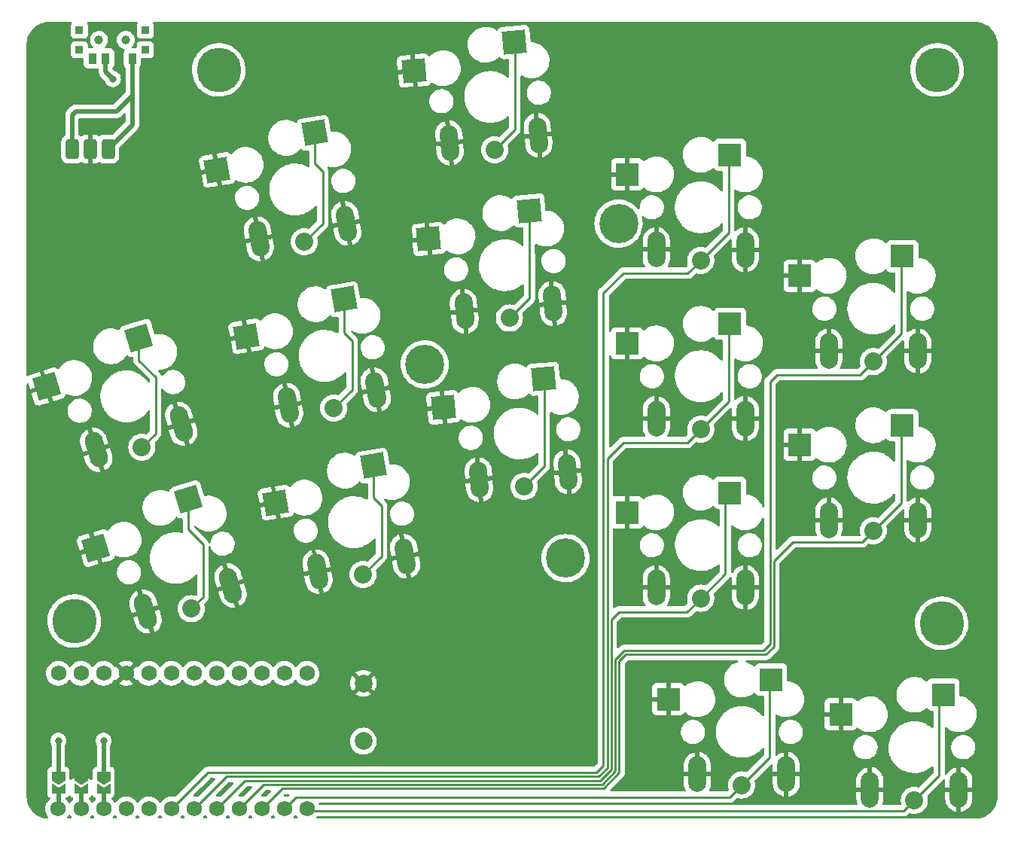
<source format=gbr>
%TF.GenerationSoftware,KiCad,Pcbnew,(6.0.4-0)*%
%TF.CreationDate,2022-07-27T10:05:42+02:00*%
%TF.ProjectId,wizza,77697a7a-612e-46b6-9963-61645f706362,v1.0.0*%
%TF.SameCoordinates,Original*%
%TF.FileFunction,Copper,L1,Top*%
%TF.FilePolarity,Positive*%
%FSLAX46Y46*%
G04 Gerber Fmt 4.6, Leading zero omitted, Abs format (unit mm)*
G04 Created by KiCad (PCBNEW (6.0.4-0)) date 2022-07-27 10:05:42*
%MOMM*%
%LPD*%
G01*
G04 APERTURE LIST*
G04 Aperture macros list*
%AMRoundRect*
0 Rectangle with rounded corners*
0 $1 Rounding radius*
0 $2 $3 $4 $5 $6 $7 $8 $9 X,Y pos of 4 corners*
0 Add a 4 corners polygon primitive as box body*
4,1,4,$2,$3,$4,$5,$6,$7,$8,$9,$2,$3,0*
0 Add four circle primitives for the rounded corners*
1,1,$1+$1,$2,$3*
1,1,$1+$1,$4,$5*
1,1,$1+$1,$6,$7*
1,1,$1+$1,$8,$9*
0 Add four rect primitives between the rounded corners*
20,1,$1+$1,$2,$3,$4,$5,0*
20,1,$1+$1,$4,$5,$6,$7,0*
20,1,$1+$1,$6,$7,$8,$9,0*
20,1,$1+$1,$8,$9,$2,$3,0*%
%AMHorizOval*
0 Thick line with rounded ends*
0 $1 width*
0 $2 $3 position (X,Y) of the first rounded end (center of the circle)*
0 $4 $5 position (X,Y) of the second rounded end (center of the circle)*
0 Add line between two ends*
20,1,$1,$2,$3,$4,$5,0*
0 Add two circle primitives to create the rounded ends*
1,1,$1,$2,$3*
1,1,$1,$4,$5*%
%AMRotRect*
0 Rectangle, with rotation*
0 The origin of the aperture is its center*
0 $1 length*
0 $2 width*
0 $3 Rotation angle, in degrees counterclockwise*
0 Add horizontal line*
21,1,$1,$2,0,0,$3*%
%AMFreePoly0*
4,1,6,0.500000,-0.750000,-0.650000,-0.750000,-0.150000,0.000000,-0.650000,0.750000,0.500000,0.750000,0.500000,-0.750000,0.500000,-0.750000,$1*%
%AMFreePoly1*
4,1,6,1.000000,0.000000,0.500000,-0.750000,-0.500000,-0.750000,-0.500000,0.750000,0.500000,0.750000,1.000000,0.000000,1.000000,0.000000,$1*%
G04 Aperture macros list end*
%TA.AperFunction,ComponentPad*%
%ADD10HorizOval,2.032000X-0.292372X0.956305X0.292372X-0.956305X0*%
%TD*%
%TA.AperFunction,SMDPad,CuDef*%
%ADD11RotRect,2.600000X2.600000X17.000000*%
%TD*%
%TA.AperFunction,ComponentPad*%
%ADD12C,2.032000*%
%TD*%
%TA.AperFunction,ComponentPad*%
%ADD13HorizOval,2.032000X-0.087156X0.996195X0.087156X-0.996195X0*%
%TD*%
%TA.AperFunction,SMDPad,CuDef*%
%ADD14RotRect,2.600000X2.600000X5.000000*%
%TD*%
%TA.AperFunction,ComponentPad*%
%ADD15HorizOval,2.032000X-0.173648X0.984808X0.173648X-0.984808X0*%
%TD*%
%TA.AperFunction,SMDPad,CuDef*%
%ADD16RotRect,2.600000X2.600000X10.000000*%
%TD*%
%TA.AperFunction,ComponentPad*%
%ADD17O,2.032000X4.032000*%
%TD*%
%TA.AperFunction,SMDPad,CuDef*%
%ADD18R,2.600000X2.600000*%
%TD*%
%TA.AperFunction,SMDPad,CuDef*%
%ADD19R,0.500000X1.524000*%
%TD*%
%TA.AperFunction,ComponentPad*%
%ADD20C,1.752600*%
%TD*%
%TA.AperFunction,SMDPad,CuDef*%
%ADD21FreePoly0,270.000000*%
%TD*%
%TA.AperFunction,SMDPad,CuDef*%
%ADD22FreePoly1,270.000000*%
%TD*%
%TA.AperFunction,ComponentPad*%
%ADD23C,4.400000*%
%TD*%
%TA.AperFunction,ComponentPad*%
%ADD24C,5.000000*%
%TD*%
%TA.AperFunction,WasherPad*%
%ADD25C,1.000000*%
%TD*%
%TA.AperFunction,ComponentPad*%
%ADD26RoundRect,0.375000X-0.375000X-0.750000X0.375000X-0.750000X0.375000X0.750000X-0.375000X0.750000X0*%
%TD*%
%TA.AperFunction,ComponentPad*%
%ADD27C,2.000000*%
%TD*%
%TA.AperFunction,SMDPad,CuDef*%
%ADD28R,0.900000X0.900000*%
%TD*%
%TA.AperFunction,SMDPad,CuDef*%
%ADD29R,0.900000X1.250000*%
%TD*%
%TA.AperFunction,ViaPad*%
%ADD30C,0.800000*%
%TD*%
%TA.AperFunction,Conductor*%
%ADD31C,0.250000*%
%TD*%
%TA.AperFunction,Conductor*%
%ADD32C,0.500000*%
%TD*%
G04 APERTURE END LIST*
D10*
%TO.P,S1,1*%
%TO.N,GND*%
X208689753Y-123373784D03*
X218253410Y-120452061D03*
D11*
X203087922Y-116252520D03*
%TO.P,S1,2*%
%TO.N,matrix_pinky_home*%
X213490025Y-110771757D03*
D12*
X213822732Y-123061484D03*
%TD*%
D13*
%TO.P,S7,1*%
%TO.N,GND*%
X244519300Y-89621534D03*
X254481428Y-88752053D03*
D14*
X240520477Y-81491200D03*
%TO.P,S7,2*%
%TO.N,matrix_middle_home*%
X251834783Y-78292924D03*
D12*
X249605042Y-90383265D03*
%TD*%
D13*
%TO.P,S8,1*%
%TO.N,GND*%
X242863341Y-70693835D03*
X252825469Y-69824354D03*
D14*
X238864518Y-62563501D03*
%TO.P,S8,2*%
%TO.N,matrix_middle_top*%
X250178824Y-59365225D03*
D12*
X247949083Y-71455566D03*
%TD*%
D15*
%TO.P,S4,1*%
%TO.N,GND*%
X224718166Y-100183281D03*
X234566605Y-98448853D03*
D16*
X220025954Y-92432406D03*
%TO.P,S4,2*%
%TO.N,matrix_ring_home*%
X231018458Y-88260193D03*
D12*
X229850944Y-100498862D03*
%TD*%
D17*
%TO.P,S9,1*%
%TO.N,GND*%
X266115600Y-120684282D03*
X276115600Y-120686367D03*
D18*
X262840599Y-112236366D03*
%TO.P,S9,2*%
%TO.N,matrix_index_bottom*%
X274390599Y-110036367D03*
D12*
X271115600Y-121886366D03*
%TD*%
D17*
%TO.P,S12,1*%
%TO.N,GND*%
X285515600Y-113084282D03*
X295515600Y-113086367D03*
D18*
X282240599Y-104636366D03*
%TO.P,S12,2*%
%TO.N,matrix_inner_bottom*%
X293790599Y-102436367D03*
D12*
X290515600Y-114286366D03*
%TD*%
D17*
%TO.P,S14,1*%
%TO.N,GND*%
X270740600Y-141684282D03*
X280740600Y-141686367D03*
D18*
X267465599Y-133236366D03*
%TO.P,S14,2*%
%TO.N,thumb_tucky*%
X279015599Y-131036367D03*
D12*
X275740600Y-142886366D03*
%TD*%
D15*
%TO.P,S3,1*%
%TO.N,GND*%
X228017482Y-118894628D03*
X237865921Y-117160200D03*
D16*
X223325270Y-111143753D03*
%TO.P,S3,2*%
%TO.N,matrix_ring_bottom*%
X234317774Y-106971540D03*
D12*
X233150260Y-119210209D03*
%TD*%
D13*
%TO.P,S6,1*%
%TO.N,GND*%
X246175260Y-108549233D03*
X256137388Y-107679752D03*
D14*
X242176437Y-100418899D03*
%TO.P,S6,2*%
%TO.N,matrix_middle_bottom*%
X253490743Y-97220623D03*
D12*
X251261002Y-109310964D03*
%TD*%
D17*
%TO.P,S15,1*%
%TO.N,GND*%
X290140600Y-143394282D03*
X300140600Y-143396367D03*
D18*
X286865599Y-134946366D03*
%TO.P,S15,2*%
%TO.N,thumb_reachy*%
X298415599Y-132746367D03*
D12*
X295140600Y-144596366D03*
%TD*%
D17*
%TO.P,S11,1*%
%TO.N,GND*%
X266115600Y-82684282D03*
X276115600Y-82686367D03*
D18*
X262840599Y-74236366D03*
%TO.P,S11,2*%
%TO.N,matrix_index_top*%
X274390599Y-72036367D03*
D12*
X271115600Y-83886366D03*
%TD*%
D10*
%TO.P,S2,1*%
%TO.N,GND*%
X203134690Y-105203993D03*
X212698347Y-102282270D03*
D11*
X197532859Y-98082729D03*
%TO.P,S2,2*%
%TO.N,matrix_pinky_top*%
X207934962Y-92601966D03*
D12*
X208267669Y-104891693D03*
%TD*%
D17*
%TO.P,S13,1*%
%TO.N,GND*%
X285515600Y-94084282D03*
X295515600Y-94086367D03*
D18*
X282240599Y-85636366D03*
%TO.P,S13,2*%
%TO.N,matrix_inner_home*%
X293790599Y-83436367D03*
D12*
X290515600Y-95286366D03*
%TD*%
D15*
%TO.P,S5,1*%
%TO.N,GND*%
X221418851Y-81471934D03*
X231267290Y-79737506D03*
D16*
X216726639Y-73721059D03*
%TO.P,S5,2*%
%TO.N,matrix_ring_top*%
X227719143Y-69548846D03*
D12*
X226551629Y-81787515D03*
%TD*%
D17*
%TO.P,S10,1*%
%TO.N,GND*%
X266115600Y-101684282D03*
X276115600Y-101686367D03*
D18*
X262840599Y-93236366D03*
%TO.P,S10,2*%
%TO.N,matrix_index_home*%
X274390599Y-91036367D03*
D12*
X271115600Y-102886366D03*
%TD*%
D19*
%TO.P,MCU1,*%
%TO.N,*%
X203962000Y-144242523D03*
D20*
X198798254Y-145574000D03*
D19*
X198882000Y-144242523D03*
D20*
X198882000Y-130334000D03*
X201422000Y-145574000D03*
D21*
X203962000Y-143317523D03*
D20*
X203962000Y-130334000D03*
D19*
X201422000Y-144242523D03*
D20*
X201422000Y-130334000D03*
D21*
X201422000Y-143317523D03*
X198882000Y-143317523D03*
D20*
X203962000Y-145574000D03*
D22*
%TO.P,MCU1,1*%
%TO.N,RAW*%
X198882000Y-141867523D03*
%TO.P,MCU1,2*%
%TO.N,GND*%
X201422000Y-141867523D03*
%TO.P,MCU1,3*%
%TO.N,RST*%
X203962000Y-141867523D03*
D20*
%TO.P,MCU1,4*%
%TO.N,VCC*%
X206502000Y-145574000D03*
%TO.P,MCU1,5*%
%TO.N,N/C*%
X209042000Y-145574000D03*
%TO.P,MCU1,6*%
%TO.N,matrix_index_top*%
X211582000Y-145574000D03*
%TO.P,MCU1,7*%
%TO.N,matrix_index_home*%
X214122000Y-145574000D03*
%TO.P,MCU1,8*%
%TO.N,matrix_index_bottom*%
X216662000Y-145574000D03*
%TO.P,MCU1,9*%
%TO.N,matrix_inner_home*%
X219202000Y-145574000D03*
%TO.P,MCU1,10*%
%TO.N,matrix_inner_bottom*%
X221742000Y-145574000D03*
%TO.P,MCU1,11*%
%TO.N,thumb_tucky*%
X224282000Y-145574000D03*
%TO.P,MCU1,12*%
%TO.N,thumb_reachy*%
X226822000Y-145574000D03*
%TO.P,MCU1,16*%
%TO.N,GND*%
X206502000Y-130334000D03*
%TO.P,MCU1,17*%
%TO.N,matrix_pinky_top*%
X209042000Y-130334000D03*
%TO.P,MCU1,18*%
%TO.N,matrix_pinky_home*%
X211582000Y-130334000D03*
%TO.P,MCU1,19*%
%TO.N,matrix_ring_top*%
X214122000Y-130334000D03*
%TO.P,MCU1,20*%
%TO.N,matrix_ring_home*%
X216662000Y-130334000D03*
%TO.P,MCU1,21*%
%TO.N,matrix_ring_bottom*%
X219202000Y-130334000D03*
%TO.P,MCU1,22*%
%TO.N,matrix_middle_top*%
X221742000Y-130334000D03*
%TO.P,MCU1,23*%
%TO.N,matrix_middle_home*%
X224282000Y-130334000D03*
%TO.P,MCU1,24*%
%TO.N,matrix_middle_bottom*%
X226822000Y-130334000D03*
%TD*%
D23*
%TO.P,,1*%
%TO.N,N/C*%
X255913847Y-117386926D03*
X261874000Y-79756000D03*
X240078461Y-95591387D03*
%TD*%
D24*
%TO.P,,1,1*%
%TO.N,N/C*%
X200660000Y-124460000D03*
%TD*%
D25*
%TO.P,T2,*%
%TO.N,*%
X203450615Y-59106416D03*
X206450615Y-59106416D03*
%TD*%
D24*
%TO.P,,1,1*%
%TO.N,N/C*%
X297688000Y-62484000D03*
%TD*%
%TO.P,,1,1*%
%TO.N,N/C*%
X216916000Y-62484000D03*
%TD*%
%TO.P,,1,1*%
%TO.N,N/C*%
X298196000Y-124714000D03*
%TD*%
D26*
%TO.P,PAD1,1*%
%TO.N,b+*%
X204470000Y-71374000D03*
%TO.P,PAD1,2*%
%TO.N,GND*%
X202470000Y-71374000D03*
%TO.P,PAD1,3*%
%TO.N,b+*%
X200470000Y-71374000D03*
%TD*%
D27*
%TO.P,B1,1*%
%TO.N,RST*%
X233172000Y-137954000D03*
%TO.P,B1,2*%
%TO.N,GND*%
X233172000Y-131454000D03*
%TD*%
D28*
%TO.P,T1,*%
%TO.N,*%
X208650615Y-60206416D03*
X201250615Y-58006416D03*
X208650615Y-58006416D03*
X201250615Y-60206416D03*
D29*
%TO.P,T1,1*%
%TO.N,b+*%
X207200615Y-61181416D03*
%TO.P,T1,2*%
%TO.N,RAW*%
X204200615Y-61181416D03*
%TO.P,T1,3*%
%TO.N,N/C*%
X202700615Y-61181416D03*
%TD*%
D30*
%TO.N,GND*%
X201422000Y-137922000D03*
%TO.N,RAW*%
X205002642Y-63493715D03*
X198882000Y-137922000D03*
%TO.N,RST*%
X203962000Y-137922000D03*
%TD*%
D31*
%TO.N,matrix_inner_home*%
X219202000Y-145574000D02*
X221949440Y-142826560D01*
X289027966Y-96774000D02*
X290515600Y-95286366D01*
X260018876Y-142826560D02*
X261503040Y-141342394D01*
X221949440Y-142826560D02*
X260018876Y-142826560D01*
X261503040Y-141342394D02*
X261503040Y-128768678D01*
X261503040Y-128768678D02*
X262509718Y-127762000D01*
X262509718Y-127762000D02*
X278130000Y-127762000D01*
X278130000Y-127762000D02*
X278892000Y-127000000D01*
X278892000Y-127000000D02*
X278892000Y-97536000D01*
X278892000Y-97536000D02*
X279654000Y-96774000D01*
X279654000Y-96774000D02*
X289027966Y-96774000D01*
%TO.N,matrix_index_top*%
X211582000Y-145574000D02*
X215678000Y-141478000D01*
X215678000Y-141478000D02*
X259392480Y-141478000D01*
X259392480Y-141478000D02*
X260154480Y-140716000D01*
X260154480Y-140716000D02*
X260154480Y-87571520D01*
X260154480Y-87571520D02*
X262382000Y-85344000D01*
X262382000Y-85344000D02*
X269657966Y-85344000D01*
X269657966Y-85344000D02*
X271115600Y-83886366D01*
%TO.N,matrix_index_home*%
X214122000Y-145574000D02*
X217768480Y-141927520D01*
X217768480Y-141927520D02*
X259646480Y-141927520D01*
X269607966Y-104394000D02*
X271115600Y-102886366D01*
X259646480Y-141927520D02*
X260604000Y-140970000D01*
X260604000Y-140970000D02*
X260604000Y-106172000D01*
X260604000Y-106172000D02*
X262382000Y-104394000D01*
X262382000Y-104394000D02*
X269607966Y-104394000D01*
%TO.N,matrix_index_bottom*%
X216662000Y-145574000D02*
X219858960Y-142377040D01*
X261053520Y-124264480D02*
X261874000Y-123444000D01*
X259832678Y-142377040D02*
X261053520Y-141156197D01*
X219858960Y-142377040D02*
X259832678Y-142377040D01*
X261874000Y-123444000D02*
X269557966Y-123444000D01*
X261053520Y-141156197D02*
X261053520Y-124264480D01*
X269557966Y-123444000D02*
X271115600Y-121886366D01*
%TO.N,matrix_inner_bottom*%
X221742000Y-145574000D02*
X224039920Y-143276080D01*
X224039920Y-143276080D02*
X260205074Y-143276079D01*
X260205074Y-143276079D02*
X261952560Y-141528591D01*
X261952560Y-141528591D02*
X261952560Y-128954876D01*
X261952560Y-128954876D02*
X262695916Y-128211520D01*
X262695916Y-128211520D02*
X278442480Y-128211520D01*
X278442480Y-128211520D02*
X279341520Y-127312480D01*
X279341520Y-127312480D02*
X279341520Y-117660480D01*
X279341520Y-117660480D02*
X281432000Y-115570000D01*
X281432000Y-115570000D02*
X289231966Y-115570000D01*
X289231966Y-115570000D02*
X290515600Y-114286366D01*
%TO.N,thumb_tucky*%
X275740600Y-142886366D02*
X274354966Y-144272000D01*
X274354966Y-144272000D02*
X225552000Y-144272000D01*
X225552000Y-144272000D02*
X224282000Y-145542000D01*
X224282000Y-145542000D02*
X224282000Y-145574000D01*
%TO.N,thumb_reachy*%
X226822000Y-145574000D02*
X227044000Y-145796000D01*
X227044000Y-145796000D02*
X293940966Y-145796000D01*
X293940966Y-145796000D02*
X295140600Y-144596366D01*
D32*
%TO.N,GND*%
X201422000Y-137954000D02*
X201422000Y-141867523D01*
D31*
%TO.N,matrix_pinky_home*%
X215138000Y-121746216D02*
X213822732Y-123061484D01*
X213490025Y-110771757D02*
X213490025Y-114176025D01*
X215138000Y-115824000D02*
X215138000Y-121746216D01*
X213490025Y-114176025D02*
X215138000Y-115824000D01*
%TO.N,matrix_ring_bottom*%
X234317774Y-106971540D02*
X234317774Y-110619774D01*
X235204000Y-111506000D02*
X235204000Y-117156469D01*
X234317774Y-110619774D02*
X235204000Y-111506000D01*
X235204000Y-117156469D02*
X233150260Y-119210209D01*
%TO.N,matrix_ring_home*%
X231902000Y-92964000D02*
X231902000Y-98447806D01*
X231018458Y-88260193D02*
X231018458Y-92080458D01*
X231018458Y-92080458D02*
X231902000Y-92964000D01*
X231902000Y-98447806D02*
X229850944Y-100498862D01*
%TO.N,matrix_ring_top*%
X228600000Y-73914000D02*
X228600000Y-79739144D01*
X227719143Y-73033143D02*
X228600000Y-73914000D01*
X227719143Y-69548846D02*
X227719143Y-73033143D01*
X228600000Y-79739144D02*
X226551629Y-81787515D01*
%TO.N,matrix_middle_bottom*%
X253490743Y-97220623D02*
X253521305Y-97251185D01*
X253521305Y-107050661D02*
X251261002Y-109310964D01*
X253521305Y-97251185D02*
X253521305Y-107050661D01*
%TO.N,matrix_middle_home*%
X251865345Y-83356472D02*
X251865345Y-88122962D01*
X251834783Y-78292924D02*
X251834783Y-83325910D01*
X251865345Y-88122962D02*
X249605042Y-90383265D01*
X251834783Y-83325910D02*
X251865345Y-83356472D01*
%TO.N,matrix_middle_top*%
X250178824Y-59365225D02*
X250209386Y-59395787D01*
X250209386Y-69195263D02*
X247949083Y-71455566D01*
X250209386Y-59395787D02*
X250209386Y-69195263D01*
%TO.N,matrix_index_bottom*%
X273890122Y-119111844D02*
X271115600Y-121886366D01*
X274390599Y-110036367D02*
X273890122Y-110536844D01*
X273890122Y-110536844D02*
X273890122Y-119111844D01*
%TO.N,matrix_index_home*%
X274241079Y-91185887D02*
X274241079Y-99760887D01*
X274390599Y-91036367D02*
X274241079Y-91185887D01*
X274241079Y-99760887D02*
X271115600Y-102886366D01*
%TO.N,matrix_index_top*%
X274390599Y-72036367D02*
X274241079Y-72185887D01*
X274241079Y-72185887D02*
X274241079Y-80760887D01*
X274241079Y-80760887D02*
X271115600Y-83886366D01*
%TO.N,matrix_inner_bottom*%
X293624000Y-102602966D02*
X293624000Y-111177966D01*
X293790599Y-102436367D02*
X293624000Y-102602966D01*
X293624000Y-111177966D02*
X290515600Y-114286366D01*
%TO.N,matrix_inner_home*%
X293641079Y-83585887D02*
X293641079Y-92160887D01*
X293790599Y-83436367D02*
X293641079Y-83585887D01*
X293641079Y-92160887D02*
X290515600Y-95286366D01*
%TO.N,thumb_tucky*%
X278866079Y-139760887D02*
X275740600Y-142886366D01*
X278866079Y-131185887D02*
X278866079Y-139760887D01*
%TO.N,thumb_reachy*%
X297915122Y-133246844D02*
X297915122Y-141821844D01*
X297915122Y-141821844D02*
X295140600Y-144596366D01*
X298415599Y-132746367D02*
X297915122Y-133246844D01*
D32*
%TO.N,RAW*%
X204200615Y-61181416D02*
X204200615Y-62691688D01*
X204200615Y-62691688D02*
X205002642Y-63493715D01*
X198882000Y-141867523D02*
X198882000Y-137954000D01*
%TO.N,RST*%
X203962000Y-141867523D02*
X203962000Y-137954000D01*
D31*
%TO.N,matrix_pinky_top*%
X207934962Y-92601966D02*
X207934962Y-95148031D01*
X207934962Y-95148031D02*
X209804000Y-97017069D01*
X209804000Y-103355362D02*
X208267669Y-104891693D01*
X209804000Y-97017069D02*
X209804000Y-103355362D01*
D32*
%TO.N,b+*%
X207200615Y-65341385D02*
X205422000Y-67120000D01*
X205422000Y-67120000D02*
X200850000Y-67120000D01*
X200406000Y-67564000D02*
X200406000Y-71310000D01*
X200850000Y-67120000D02*
X200406000Y-67564000D01*
X200406000Y-71310000D02*
X200470000Y-71374000D01*
X207200615Y-61181416D02*
X207200615Y-68643385D01*
X207200615Y-61181416D02*
X207200615Y-65341385D01*
X207200615Y-68643385D02*
X204470000Y-71374000D01*
%TD*%
%TA.AperFunction,Conductor*%
%TO.N,GND*%
G36*
X200330953Y-57109924D02*
G01*
X200377446Y-57163580D01*
X200387550Y-57233854D01*
X200363660Y-57291484D01*
X200350000Y-57309711D01*
X200298870Y-57446100D01*
X200292115Y-57508282D01*
X200292115Y-58504550D01*
X200298870Y-58566732D01*
X200350000Y-58703121D01*
X200437354Y-58819677D01*
X200553910Y-58907031D01*
X200690299Y-58958161D01*
X200752481Y-58964916D01*
X201748749Y-58964916D01*
X201810931Y-58958161D01*
X201947320Y-58907031D01*
X202063876Y-58819677D01*
X202151230Y-58703121D01*
X202202360Y-58566732D01*
X202209115Y-58504550D01*
X202209115Y-57508282D01*
X202202360Y-57446100D01*
X202151230Y-57309711D01*
X202137570Y-57291485D01*
X202112724Y-57224980D01*
X202127777Y-57155598D01*
X202177952Y-57105368D01*
X202238398Y-57089922D01*
X207662832Y-57089922D01*
X207730953Y-57109924D01*
X207777446Y-57163580D01*
X207787550Y-57233854D01*
X207763660Y-57291484D01*
X207750000Y-57309711D01*
X207698870Y-57446100D01*
X207692115Y-57508282D01*
X207692115Y-58504550D01*
X207698870Y-58566732D01*
X207750000Y-58703121D01*
X207837354Y-58819677D01*
X207953910Y-58907031D01*
X208090299Y-58958161D01*
X208152481Y-58964916D01*
X209148749Y-58964916D01*
X209210931Y-58958161D01*
X209347320Y-58907031D01*
X209463876Y-58819677D01*
X209551230Y-58703121D01*
X209602360Y-58566732D01*
X209609115Y-58504550D01*
X209609115Y-57508282D01*
X209602360Y-57446100D01*
X209551230Y-57309711D01*
X209537570Y-57291485D01*
X209512724Y-57224980D01*
X209527777Y-57155598D01*
X209577952Y-57105368D01*
X209638398Y-57089922D01*
X301941234Y-57089922D01*
X301960619Y-57091422D01*
X301975452Y-57093732D01*
X301975456Y-57093732D01*
X301984325Y-57095113D01*
X302001524Y-57092864D01*
X302025464Y-57092031D01*
X302283310Y-57107628D01*
X302298414Y-57109462D01*
X302579355Y-57160947D01*
X302594128Y-57164588D01*
X302866824Y-57249563D01*
X302881040Y-57254955D01*
X303002702Y-57309711D01*
X303141505Y-57372182D01*
X303154977Y-57379253D01*
X303368417Y-57508282D01*
X303399403Y-57527014D01*
X303411923Y-57535656D01*
X303617429Y-57696661D01*
X303636763Y-57711808D01*
X303648152Y-57721898D01*
X303850114Y-57923861D01*
X303860203Y-57935250D01*
X304036353Y-58160091D01*
X304044997Y-58172613D01*
X304192757Y-58417042D01*
X304199824Y-58430506D01*
X304317055Y-58690986D01*
X304322443Y-58705194D01*
X304355879Y-58812497D01*
X304407417Y-58977891D01*
X304411058Y-58992665D01*
X304462540Y-59273604D01*
X304464374Y-59288706D01*
X304478646Y-59524663D01*
X304479539Y-59539429D01*
X304478298Y-59565795D01*
X304478292Y-59566266D01*
X304476910Y-59575142D01*
X304478074Y-59584045D01*
X304478074Y-59584052D01*
X304481037Y-59606712D01*
X304482101Y-59623048D01*
X304482101Y-144147006D01*
X304480601Y-144166390D01*
X304476910Y-144190097D01*
X304478077Y-144199018D01*
X304479159Y-144207293D01*
X304479992Y-144231235D01*
X304464398Y-144489079D01*
X304462564Y-144504184D01*
X304411082Y-144785121D01*
X304407441Y-144799895D01*
X304373139Y-144909976D01*
X304342879Y-145007086D01*
X304322468Y-145072587D01*
X304317074Y-145086810D01*
X304217540Y-145307963D01*
X304199852Y-145347265D01*
X304192781Y-145360738D01*
X304045018Y-145605164D01*
X304036375Y-145617686D01*
X303860225Y-145842523D01*
X303850134Y-145853913D01*
X303648168Y-146055874D01*
X303636779Y-146065963D01*
X303411944Y-146242106D01*
X303399426Y-146250746D01*
X303154985Y-146398509D01*
X303141513Y-146405579D01*
X303023924Y-146458499D01*
X302881056Y-146522795D01*
X302866844Y-146528185D01*
X302690035Y-146583276D01*
X302594146Y-146613153D01*
X302579373Y-146616794D01*
X302298424Y-146668272D01*
X302283319Y-146670105D01*
X302175828Y-146676604D01*
X302032410Y-146685275D01*
X302006863Y-146684071D01*
X302005764Y-146684058D01*
X301996894Y-146682676D01*
X301987990Y-146683840D01*
X301965317Y-146686804D01*
X301948984Y-146687867D01*
X227970815Y-146687867D01*
X227902694Y-146667865D01*
X227856201Y-146614209D01*
X227846097Y-146543935D01*
X227874856Y-146480210D01*
X227876533Y-146478239D01*
X227880193Y-146474592D01*
X227881138Y-146473277D01*
X227939654Y-146434927D01*
X227976233Y-146429500D01*
X293862199Y-146429500D01*
X293873382Y-146430027D01*
X293880875Y-146431702D01*
X293888801Y-146431453D01*
X293888802Y-146431453D01*
X293948952Y-146429562D01*
X293952911Y-146429500D01*
X293980822Y-146429500D01*
X293984757Y-146429003D01*
X293984822Y-146428995D01*
X293996659Y-146428062D01*
X294028917Y-146427048D01*
X294032936Y-146426922D01*
X294040855Y-146426673D01*
X294060309Y-146421021D01*
X294079666Y-146417013D01*
X294091896Y-146415468D01*
X294091897Y-146415468D01*
X294099763Y-146414474D01*
X294107134Y-146411555D01*
X294107136Y-146411555D01*
X294140878Y-146398196D01*
X294152108Y-146394351D01*
X294186949Y-146384229D01*
X294186950Y-146384229D01*
X294194559Y-146382018D01*
X294201378Y-146377985D01*
X294201383Y-146377983D01*
X294211994Y-146371707D01*
X294229742Y-146363012D01*
X294248583Y-146355552D01*
X294284353Y-146329564D01*
X294294273Y-146323048D01*
X294325501Y-146304580D01*
X294325504Y-146304578D01*
X294332328Y-146300542D01*
X294346649Y-146286221D01*
X294361683Y-146273380D01*
X294378073Y-146261472D01*
X294406264Y-146227395D01*
X294414254Y-146218616D01*
X294548914Y-146083956D01*
X294611226Y-146049930D01*
X294667561Y-146052759D01*
X294668047Y-146050735D01*
X294896565Y-146105598D01*
X294896571Y-146105599D01*
X294901378Y-146106753D01*
X295140600Y-146125580D01*
X295379822Y-146106753D01*
X295384629Y-146105599D01*
X295384635Y-146105598D01*
X295531563Y-146070323D01*
X295613153Y-146050735D01*
X295617726Y-146048841D01*
X295830277Y-145960800D01*
X295830279Y-145960799D01*
X295834849Y-145958906D01*
X296039449Y-145833526D01*
X296046744Y-145827296D01*
X296218156Y-145680897D01*
X296221918Y-145677684D01*
X296377760Y-145495215D01*
X296503140Y-145290615D01*
X296528813Y-145228636D01*
X296593075Y-145073492D01*
X296593076Y-145073490D01*
X296594969Y-145068919D01*
X296625021Y-144943745D01*
X296649832Y-144840401D01*
X296649833Y-144840395D01*
X296650987Y-144835588D01*
X296669814Y-144596366D01*
X296658725Y-144455471D01*
X298616600Y-144455471D01*
X298616802Y-144460503D01*
X298630904Y-144635778D01*
X298632516Y-144645730D01*
X298688601Y-144874067D01*
X298691784Y-144883637D01*
X298783656Y-145100072D01*
X298788330Y-145109011D01*
X298913616Y-145307963D01*
X298919661Y-145316044D01*
X299075150Y-145492411D01*
X299082411Y-145499422D01*
X299264093Y-145648658D01*
X299272375Y-145654414D01*
X299475583Y-145772684D01*
X299484688Y-145777046D01*
X299704188Y-145861305D01*
X299713865Y-145864153D01*
X299868864Y-145896534D01*
X299882925Y-145895411D01*
X299886600Y-145885304D01*
X299886600Y-145883064D01*
X300394600Y-145883064D01*
X300398736Y-145897150D01*
X300411714Y-145899199D01*
X300432559Y-145896787D01*
X300442435Y-145894831D01*
X300668689Y-145830808D01*
X300678133Y-145827296D01*
X300891235Y-145727924D01*
X300900000Y-145722945D01*
X301094458Y-145590791D01*
X301102334Y-145584459D01*
X301273155Y-145422922D01*
X301279916Y-145415413D01*
X301422718Y-145228636D01*
X301428182Y-145220157D01*
X301539288Y-145012945D01*
X301543327Y-145003699D01*
X301619874Y-144781392D01*
X301622385Y-144771611D01*
X301662590Y-144538850D01*
X301663445Y-144530978D01*
X301664536Y-144506962D01*
X301664600Y-144504129D01*
X301664600Y-143668482D01*
X301660125Y-143653243D01*
X301658735Y-143652038D01*
X301651052Y-143650367D01*
X300412715Y-143650367D01*
X300397476Y-143654842D01*
X300396271Y-143656232D01*
X300394600Y-143663915D01*
X300394600Y-145883064D01*
X299886600Y-145883064D01*
X299886600Y-143668482D01*
X299882125Y-143653243D01*
X299880735Y-143652038D01*
X299873052Y-143650367D01*
X298634715Y-143650367D01*
X298619476Y-143654842D01*
X298618271Y-143656232D01*
X298616600Y-143663915D01*
X298616600Y-144455471D01*
X296658725Y-144455471D01*
X296650987Y-144357144D01*
X296649833Y-144352337D01*
X296649832Y-144352331D01*
X296594969Y-144123813D01*
X296597192Y-144123279D01*
X296595413Y-144061788D01*
X296628190Y-144004680D01*
X298307369Y-142325501D01*
X298315659Y-142317957D01*
X298322140Y-142313844D01*
X298333042Y-142302235D01*
X298368780Y-142264177D01*
X298371535Y-142261335D01*
X298391257Y-142241613D01*
X298393687Y-142238481D01*
X298396093Y-142235752D01*
X298456150Y-142197887D01*
X298527143Y-142198502D01*
X298586535Y-142237401D01*
X298615468Y-142302235D01*
X298616600Y-142319086D01*
X298616600Y-143124252D01*
X298621075Y-143139491D01*
X298622465Y-143140696D01*
X298630148Y-143142367D01*
X299868485Y-143142367D01*
X299883724Y-143137892D01*
X299884929Y-143136502D01*
X299886600Y-143128819D01*
X299886600Y-143124252D01*
X300394600Y-143124252D01*
X300399075Y-143139491D01*
X300400465Y-143140696D01*
X300408148Y-143142367D01*
X301646485Y-143142367D01*
X301661724Y-143137892D01*
X301662929Y-143136502D01*
X301664600Y-143128819D01*
X301664600Y-142337263D01*
X301664398Y-142332231D01*
X301650296Y-142156956D01*
X301648684Y-142147004D01*
X301592599Y-141918667D01*
X301589416Y-141909097D01*
X301497544Y-141692662D01*
X301492870Y-141683723D01*
X301367584Y-141484771D01*
X301361539Y-141476690D01*
X301206050Y-141300323D01*
X301198789Y-141293312D01*
X301017107Y-141144076D01*
X301008825Y-141138320D01*
X300805617Y-141020050D01*
X300796512Y-141015688D01*
X300577012Y-140931429D01*
X300567335Y-140928581D01*
X300412336Y-140896200D01*
X300398275Y-140897323D01*
X300394600Y-140907430D01*
X300394600Y-143124252D01*
X299886600Y-143124252D01*
X299886600Y-140909670D01*
X299882464Y-140895584D01*
X299869486Y-140893535D01*
X299848641Y-140895947D01*
X299838765Y-140897903D01*
X299612511Y-140961926D01*
X299603067Y-140965438D01*
X299389965Y-141064810D01*
X299381200Y-141069789D01*
X299186742Y-141201943D01*
X299178866Y-141208275D01*
X299008045Y-141369812D01*
X299001284Y-141377321D01*
X298858482Y-141564098D01*
X298853018Y-141572577D01*
X298785666Y-141698188D01*
X298735848Y-141748771D01*
X298666591Y-141764391D01*
X298599883Y-141740087D01*
X298556905Y-141683577D01*
X298548622Y-141638647D01*
X298548622Y-138572513D01*
X299277801Y-138572513D01*
X299278001Y-138577843D01*
X299278001Y-138577844D01*
X299280529Y-138645183D01*
X299286455Y-138803049D01*
X299333829Y-139028831D01*
X299335787Y-139033790D01*
X299335788Y-139033792D01*
X299376198Y-139136117D01*
X299418568Y-139243403D01*
X299538248Y-139440630D01*
X299541745Y-139444660D01*
X299671019Y-139593635D01*
X299689448Y-139614873D01*
X299693579Y-139618260D01*
X299863716Y-139757765D01*
X299863722Y-139757769D01*
X299867844Y-139761149D01*
X300068336Y-139875275D01*
X300073352Y-139877096D01*
X300073357Y-139877098D01*
X300280176Y-139952170D01*
X300280180Y-139952171D01*
X300285191Y-139953990D01*
X300290440Y-139954939D01*
X300290443Y-139954940D01*
X300508124Y-139994303D01*
X300508131Y-139994304D01*
X300512208Y-139995041D01*
X300529945Y-139995877D01*
X300534893Y-139996111D01*
X300534900Y-139996111D01*
X300536381Y-139996181D01*
X300698526Y-139996181D01*
X300765482Y-139990500D01*
X300865163Y-139982042D01*
X300865167Y-139982041D01*
X300870474Y-139981591D01*
X300875629Y-139980253D01*
X300875635Y-139980252D01*
X301088604Y-139924976D01*
X301088608Y-139924975D01*
X301093773Y-139923634D01*
X301098639Y-139921442D01*
X301098642Y-139921441D01*
X301299250Y-139831074D01*
X301304116Y-139828882D01*
X301308536Y-139825906D01*
X301308540Y-139825904D01*
X301434845Y-139740869D01*
X301495486Y-139700043D01*
X301662413Y-139540803D01*
X301700317Y-139489858D01*
X301796938Y-139359995D01*
X301796940Y-139359992D01*
X301800122Y-139355715D01*
X301854906Y-139247964D01*
X301902259Y-139154827D01*
X301902259Y-139154826D01*
X301904678Y-139150069D01*
X301968885Y-138943291D01*
X301971506Y-138934851D01*
X301971507Y-138934845D01*
X301973090Y-138929748D01*
X301990589Y-138797718D01*
X302002701Y-138706334D01*
X302002701Y-138706329D01*
X302003401Y-138701049D01*
X302001146Y-138640963D01*
X301994947Y-138475844D01*
X301994747Y-138470513D01*
X301947373Y-138244731D01*
X301862634Y-138030159D01*
X301742954Y-137832932D01*
X301687536Y-137769068D01*
X301595254Y-137662722D01*
X301595252Y-137662720D01*
X301591754Y-137658689D01*
X301549619Y-137624141D01*
X301417486Y-137515797D01*
X301417480Y-137515793D01*
X301413358Y-137512413D01*
X301212866Y-137398287D01*
X301207850Y-137396466D01*
X301207845Y-137396464D01*
X301001026Y-137321392D01*
X301001022Y-137321391D01*
X300996011Y-137319572D01*
X300990762Y-137318623D01*
X300990759Y-137318622D01*
X300773078Y-137279259D01*
X300773071Y-137279258D01*
X300768994Y-137278521D01*
X300751257Y-137277685D01*
X300746309Y-137277451D01*
X300746302Y-137277451D01*
X300744821Y-137277381D01*
X300582676Y-137277381D01*
X300515720Y-137283062D01*
X300416039Y-137291520D01*
X300416035Y-137291521D01*
X300410728Y-137291971D01*
X300405573Y-137293309D01*
X300405567Y-137293310D01*
X300192598Y-137348586D01*
X300192594Y-137348587D01*
X300187429Y-137349928D01*
X300182563Y-137352120D01*
X300182560Y-137352121D01*
X300084122Y-137396464D01*
X299977086Y-137444680D01*
X299972666Y-137447656D01*
X299972662Y-137447658D01*
X299907961Y-137491218D01*
X299785716Y-137573519D01*
X299618789Y-137732759D01*
X299615601Y-137737044D01*
X299493734Y-137900840D01*
X299481080Y-137917847D01*
X299478665Y-137922597D01*
X299423978Y-138030159D01*
X299376524Y-138123493D01*
X299357184Y-138185777D01*
X299309696Y-138338711D01*
X299309695Y-138338717D01*
X299308112Y-138343814D01*
X299277801Y-138572513D01*
X298548622Y-138572513D01*
X298548622Y-136502658D01*
X298568624Y-136434537D01*
X298622280Y-136388044D01*
X298692554Y-136377940D01*
X298755613Y-136406136D01*
X298957150Y-136575246D01*
X299195364Y-136724098D01*
X299451975Y-136838349D01*
X299554837Y-136867844D01*
X299600101Y-136880823D01*
X299721990Y-136915774D01*
X299726340Y-136916385D01*
X299726343Y-136916386D01*
X299829290Y-136930854D01*
X300000152Y-136954867D01*
X300210746Y-136954867D01*
X300212932Y-136954714D01*
X300212936Y-136954714D01*
X300416427Y-136940485D01*
X300416432Y-136940484D01*
X300420812Y-136940178D01*
X300695570Y-136881776D01*
X300699699Y-136880273D01*
X300699703Y-136880272D01*
X300955381Y-136787213D01*
X300955385Y-136787211D01*
X300959526Y-136785704D01*
X301207542Y-136653831D01*
X301211103Y-136651244D01*
X301431229Y-136491314D01*
X301431232Y-136491311D01*
X301434792Y-136488725D01*
X301465494Y-136459077D01*
X301539050Y-136388044D01*
X301636852Y-136293598D01*
X301809788Y-136072249D01*
X301811984Y-136068445D01*
X301811989Y-136068438D01*
X301948035Y-135832798D01*
X301950236Y-135828986D01*
X302055462Y-135568543D01*
X302123417Y-135295991D01*
X302128791Y-135244867D01*
X302152319Y-135021003D01*
X302152319Y-135021000D01*
X302152778Y-135016634D01*
X302152625Y-135012240D01*
X302143129Y-134740306D01*
X302143128Y-134740300D01*
X302142975Y-134735909D01*
X302141375Y-134726830D01*
X302105217Y-134521770D01*
X302094198Y-134459280D01*
X302007397Y-134192132D01*
X302004208Y-134185592D01*
X301922604Y-134018281D01*
X301884260Y-133939665D01*
X301881805Y-133936026D01*
X301881802Y-133936020D01*
X301803872Y-133820485D01*
X301727185Y-133706791D01*
X301539229Y-133498045D01*
X301324050Y-133317488D01*
X301085836Y-133168636D01*
X300829225Y-133054385D01*
X300559210Y-132976960D01*
X300554860Y-132976349D01*
X300554857Y-132976348D01*
X300379582Y-132951715D01*
X300332563Y-132945107D01*
X300267889Y-132915819D01*
X300229316Y-132856215D01*
X300224099Y-132820333D01*
X300224099Y-131398233D01*
X300217344Y-131336051D01*
X300166214Y-131199662D01*
X300078860Y-131083106D01*
X299962304Y-130995752D01*
X299825915Y-130944622D01*
X299763733Y-130937867D01*
X297067465Y-130937867D01*
X297005283Y-130944622D01*
X296868894Y-130995752D01*
X296752338Y-131083106D01*
X296746957Y-131090286D01*
X296670370Y-131192475D01*
X296670369Y-131192477D01*
X296664984Y-131199662D01*
X296662551Y-131206153D01*
X296613023Y-131255570D01*
X296543632Y-131270585D01*
X296471769Y-131241438D01*
X296363112Y-131150264D01*
X296324050Y-131117487D01*
X296085836Y-130968635D01*
X295829225Y-130854384D01*
X295559210Y-130776959D01*
X295554860Y-130776348D01*
X295554857Y-130776347D01*
X295451910Y-130761879D01*
X295281048Y-130737866D01*
X295070454Y-130737866D01*
X295068268Y-130738019D01*
X295068264Y-130738019D01*
X294864773Y-130752248D01*
X294864768Y-130752249D01*
X294860388Y-130752555D01*
X294585630Y-130810957D01*
X294581501Y-130812460D01*
X294581497Y-130812461D01*
X294325819Y-130905520D01*
X294325815Y-130905522D01*
X294321674Y-130907029D01*
X294073658Y-131038902D01*
X294070099Y-131041488D01*
X294070097Y-131041489D01*
X293852390Y-131199662D01*
X293846408Y-131204008D01*
X293843244Y-131207064D01*
X293843241Y-131207066D01*
X293807648Y-131241438D01*
X293644348Y-131399135D01*
X293512354Y-131568081D01*
X293481566Y-131607488D01*
X293471412Y-131620484D01*
X293469216Y-131624288D01*
X293469211Y-131624295D01*
X293373195Y-131790601D01*
X293330964Y-131863747D01*
X293225738Y-132124190D01*
X293224673Y-132128463D01*
X293224672Y-132128465D01*
X293168503Y-132353748D01*
X293157783Y-132396742D01*
X293157324Y-132401110D01*
X293157323Y-132401115D01*
X293128881Y-132671730D01*
X293128422Y-132676099D01*
X293128575Y-132680487D01*
X293128575Y-132680493D01*
X293137932Y-132948428D01*
X293138225Y-132956824D01*
X293138987Y-132961147D01*
X293138988Y-132961154D01*
X293164444Y-133105521D01*
X293187002Y-133233453D01*
X293273803Y-133500601D01*
X293275731Y-133504554D01*
X293275733Y-133504559D01*
X293313318Y-133581618D01*
X293396940Y-133753068D01*
X293399395Y-133756707D01*
X293399398Y-133756713D01*
X293442413Y-133820485D01*
X293554015Y-133985942D01*
X293741971Y-134194688D01*
X293745333Y-134197509D01*
X293745334Y-134197510D01*
X293769685Y-134217943D01*
X293957150Y-134375245D01*
X294195364Y-134524097D01*
X294451975Y-134638348D01*
X294456203Y-134639560D01*
X294456202Y-134639560D01*
X294640360Y-134692366D01*
X294721990Y-134715773D01*
X294726340Y-134716384D01*
X294726343Y-134716385D01*
X294829290Y-134730853D01*
X295000152Y-134754866D01*
X295210746Y-134754866D01*
X295212932Y-134754713D01*
X295212936Y-134754713D01*
X295416427Y-134740484D01*
X295416432Y-134740483D01*
X295420812Y-134740177D01*
X295695570Y-134681775D01*
X295699699Y-134680272D01*
X295699703Y-134680271D01*
X295955381Y-134587212D01*
X295955385Y-134587210D01*
X295959526Y-134585703D01*
X296207542Y-134453830D01*
X296312496Y-134377577D01*
X296431229Y-134291313D01*
X296431232Y-134291310D01*
X296434792Y-134288724D01*
X296466002Y-134258585D01*
X296528896Y-134225653D01*
X296599613Y-134231952D01*
X296655698Y-134275484D01*
X296662328Y-134285988D01*
X296664984Y-134293072D01*
X296752338Y-134409628D01*
X296868894Y-134496982D01*
X297005283Y-134548112D01*
X297067465Y-134554867D01*
X297155622Y-134554867D01*
X297223743Y-134574869D01*
X297270236Y-134628525D01*
X297281622Y-134680867D01*
X297281622Y-136361568D01*
X297261620Y-136429689D01*
X297207964Y-136476182D01*
X297137690Y-136486286D01*
X297072294Y-136456080D01*
X297069867Y-136453940D01*
X297067286Y-136451386D01*
X297048723Y-136436830D01*
X296806187Y-136246658D01*
X296803334Y-136244421D01*
X296736667Y-136203567D01*
X296520441Y-136071064D01*
X296517344Y-136069166D01*
X296514054Y-136067639D01*
X296514045Y-136067634D01*
X296216404Y-135929474D01*
X296213106Y-135927943D01*
X295894652Y-135822625D01*
X295891097Y-135821889D01*
X295891094Y-135821888D01*
X295569768Y-135755344D01*
X295569767Y-135755344D01*
X295566204Y-135754606D01*
X295562582Y-135754283D01*
X295562577Y-135754282D01*
X295274025Y-135728530D01*
X295274017Y-135728530D01*
X295271231Y-135728281D01*
X295055117Y-135728281D01*
X295053298Y-135728386D01*
X295053294Y-135728386D01*
X294809360Y-135742451D01*
X294809355Y-135742452D01*
X294805740Y-135742660D01*
X294802171Y-135743283D01*
X294802170Y-135743283D01*
X294478890Y-135799704D01*
X294478883Y-135799706D01*
X294475317Y-135800328D01*
X294471842Y-135801357D01*
X294471835Y-135801359D01*
X294396195Y-135823765D01*
X294153712Y-135895592D01*
X294150376Y-135897015D01*
X294150373Y-135897016D01*
X294074276Y-135929474D01*
X293845188Y-136027188D01*
X293842034Y-136028987D01*
X293556994Y-136191571D01*
X293556987Y-136191576D01*
X293553834Y-136193374D01*
X293283511Y-136391945D01*
X293037804Y-136620271D01*
X292958258Y-136713407D01*
X292822335Y-136872552D01*
X292822331Y-136872557D01*
X292819968Y-136875324D01*
X292817937Y-136878346D01*
X292817935Y-136878349D01*
X292673663Y-137093049D01*
X292632890Y-137153725D01*
X292479051Y-137451783D01*
X292360490Y-137765547D01*
X292278777Y-138090859D01*
X292275480Y-138115904D01*
X292245475Y-138343814D01*
X292234996Y-138423407D01*
X292234437Y-138458999D01*
X292230518Y-138708516D01*
X292229728Y-138758783D01*
X292230089Y-138762398D01*
X292230089Y-138762403D01*
X292241169Y-138873414D01*
X292263041Y-139092542D01*
X292334495Y-139420260D01*
X292335668Y-139423687D01*
X292335670Y-139423693D01*
X292431305Y-139703017D01*
X292443143Y-139737593D01*
X292444702Y-139740861D01*
X292444705Y-139740869D01*
X292501763Y-139860492D01*
X292587544Y-140040336D01*
X292765784Y-140324476D01*
X292768054Y-140327310D01*
X292768058Y-140327315D01*
X292862238Y-140444871D01*
X292975501Y-140586246D01*
X293213916Y-140822176D01*
X293216768Y-140824412D01*
X293216770Y-140824414D01*
X293414009Y-140979069D01*
X293477868Y-141029141D01*
X293480957Y-141031034D01*
X293480960Y-141031036D01*
X293576822Y-141089780D01*
X293763858Y-141204396D01*
X293767148Y-141205923D01*
X293767157Y-141205928D01*
X293970514Y-141300323D01*
X294068096Y-141345619D01*
X294386550Y-141450937D01*
X294390105Y-141451673D01*
X294390108Y-141451674D01*
X294645821Y-141504630D01*
X294714998Y-141518956D01*
X294718620Y-141519279D01*
X294718625Y-141519280D01*
X295007177Y-141545032D01*
X295007185Y-141545032D01*
X295009971Y-141545281D01*
X295226085Y-141545281D01*
X295227904Y-141545176D01*
X295227908Y-141545176D01*
X295471842Y-141531111D01*
X295471847Y-141531110D01*
X295475462Y-141530902D01*
X295479032Y-141530279D01*
X295802312Y-141473858D01*
X295802319Y-141473856D01*
X295805885Y-141473234D01*
X295809360Y-141472205D01*
X295809367Y-141472203D01*
X295945098Y-141431997D01*
X296127490Y-141377970D01*
X296146617Y-141369812D01*
X296432680Y-141247796D01*
X296432679Y-141247796D01*
X296436014Y-141246374D01*
X296477363Y-141222789D01*
X296724208Y-141081991D01*
X296724215Y-141081986D01*
X296727368Y-141080188D01*
X296997691Y-140881617D01*
X297069852Y-140814560D01*
X297133369Y-140782843D01*
X297203951Y-140790499D01*
X297259189Y-140835100D01*
X297281622Y-140906862D01*
X297281622Y-141507250D01*
X297261620Y-141575371D01*
X297244717Y-141596345D01*
X295732286Y-143108776D01*
X295669974Y-143142802D01*
X295613639Y-143139973D01*
X295613153Y-143141997D01*
X295384635Y-143087134D01*
X295384629Y-143087133D01*
X295379822Y-143085979D01*
X295140600Y-143067152D01*
X294901378Y-143085979D01*
X294896571Y-143087133D01*
X294896565Y-143087134D01*
X294756947Y-143120654D01*
X294668047Y-143141997D01*
X294663476Y-143143890D01*
X294663474Y-143143891D01*
X294450923Y-143231932D01*
X294450921Y-143231933D01*
X294446351Y-143233826D01*
X294241751Y-143359206D01*
X294237984Y-143362423D01*
X294237983Y-143362424D01*
X294205611Y-143390072D01*
X294059282Y-143515048D01*
X294056069Y-143518810D01*
X293932139Y-143663915D01*
X293903440Y-143697517D01*
X293778060Y-143902117D01*
X293776167Y-143906687D01*
X293776166Y-143906689D01*
X293695234Y-144102078D01*
X293686231Y-144123813D01*
X293677579Y-144159852D01*
X293631368Y-144352331D01*
X293631367Y-144352337D01*
X293630213Y-144357144D01*
X293611386Y-144596366D01*
X293630213Y-144835588D01*
X293631367Y-144840395D01*
X293631368Y-144840401D01*
X293671386Y-145007086D01*
X293667839Y-145077994D01*
X293626519Y-145135728D01*
X293560545Y-145161958D01*
X293548867Y-145162500D01*
X291664575Y-145162500D01*
X291596454Y-145142498D01*
X291549961Y-145088842D01*
X291539857Y-145018568D01*
X291545440Y-144995478D01*
X291619874Y-144779307D01*
X291622385Y-144769526D01*
X291662590Y-144536765D01*
X291663445Y-144528893D01*
X291664536Y-144504877D01*
X291664600Y-144502044D01*
X291664600Y-143666397D01*
X291660125Y-143651158D01*
X291658735Y-143649953D01*
X291651052Y-143648282D01*
X288634715Y-143648282D01*
X288619476Y-143652757D01*
X288618271Y-143654147D01*
X288616600Y-143661830D01*
X288616600Y-144453386D01*
X288616802Y-144458418D01*
X288630904Y-144633693D01*
X288632516Y-144643645D01*
X288688601Y-144871982D01*
X288691784Y-144881552D01*
X288736658Y-144987268D01*
X288744862Y-145057789D01*
X288713638Y-145121551D01*
X288652899Y-145158310D01*
X288620674Y-145162500D01*
X228235807Y-145162500D01*
X228167686Y-145142498D01*
X228120257Y-145086741D01*
X228118083Y-145081741D01*
X228109264Y-145011294D01*
X228139931Y-144947263D01*
X228200348Y-144909976D01*
X228233633Y-144905500D01*
X274276199Y-144905500D01*
X274287382Y-144906027D01*
X274294875Y-144907702D01*
X274302801Y-144907453D01*
X274302802Y-144907453D01*
X274362952Y-144905562D01*
X274366911Y-144905500D01*
X274394822Y-144905500D01*
X274398757Y-144905003D01*
X274398822Y-144904995D01*
X274410659Y-144904062D01*
X274442917Y-144903048D01*
X274446936Y-144902922D01*
X274454855Y-144902673D01*
X274474309Y-144897021D01*
X274493666Y-144893013D01*
X274505896Y-144891468D01*
X274505897Y-144891468D01*
X274513763Y-144890474D01*
X274521134Y-144887555D01*
X274521136Y-144887555D01*
X274554878Y-144874196D01*
X274566108Y-144870351D01*
X274600949Y-144860229D01*
X274600950Y-144860229D01*
X274608559Y-144858018D01*
X274615378Y-144853985D01*
X274615383Y-144853983D01*
X274625994Y-144847707D01*
X274643742Y-144839012D01*
X274662583Y-144831552D01*
X274670096Y-144826094D01*
X274698353Y-144805564D01*
X274708273Y-144799048D01*
X274739501Y-144780580D01*
X274739504Y-144780578D01*
X274746328Y-144776542D01*
X274760649Y-144762221D01*
X274775683Y-144749380D01*
X274785660Y-144742131D01*
X274792073Y-144737472D01*
X274820264Y-144703395D01*
X274828254Y-144694616D01*
X275148914Y-144373956D01*
X275211226Y-144339930D01*
X275267561Y-144342759D01*
X275268047Y-144340735D01*
X275496565Y-144395598D01*
X275496571Y-144395599D01*
X275501378Y-144396753D01*
X275740600Y-144415580D01*
X275979822Y-144396753D01*
X275984629Y-144395599D01*
X275984635Y-144395598D01*
X276191843Y-144345851D01*
X276213153Y-144340735D01*
X276237515Y-144330644D01*
X276430277Y-144250800D01*
X276430279Y-144250799D01*
X276434849Y-144248906D01*
X276639449Y-144123526D01*
X276645812Y-144118092D01*
X276818156Y-143970897D01*
X276821918Y-143967684D01*
X276977760Y-143785215D01*
X277103140Y-143580615D01*
X277109674Y-143564842D01*
X277193075Y-143363492D01*
X277193076Y-143363490D01*
X277194969Y-143358919D01*
X277228548Y-143219052D01*
X277249832Y-143130401D01*
X277249833Y-143130395D01*
X277250987Y-143125588D01*
X277269814Y-142886366D01*
X277258725Y-142745471D01*
X279216600Y-142745471D01*
X279216802Y-142750503D01*
X279230904Y-142925778D01*
X279232516Y-142935730D01*
X279288601Y-143164067D01*
X279291784Y-143173637D01*
X279383656Y-143390072D01*
X279388330Y-143399011D01*
X279513616Y-143597963D01*
X279519661Y-143606044D01*
X279675150Y-143782411D01*
X279682411Y-143789422D01*
X279864093Y-143938658D01*
X279872375Y-143944414D01*
X280075583Y-144062684D01*
X280084688Y-144067046D01*
X280304188Y-144151305D01*
X280313865Y-144154153D01*
X280468864Y-144186534D01*
X280482925Y-144185411D01*
X280486600Y-144175304D01*
X280486600Y-144173064D01*
X280994600Y-144173064D01*
X280998736Y-144187150D01*
X281011714Y-144189199D01*
X281032559Y-144186787D01*
X281042435Y-144184831D01*
X281268689Y-144120808D01*
X281278133Y-144117296D01*
X281491235Y-144017924D01*
X281500000Y-144012945D01*
X281694458Y-143880791D01*
X281702334Y-143874459D01*
X281873155Y-143712922D01*
X281879916Y-143705413D01*
X282022718Y-143518636D01*
X282028182Y-143510157D01*
X282139288Y-143302945D01*
X282143327Y-143293699D01*
X282202391Y-143122167D01*
X288616600Y-143122167D01*
X288621075Y-143137406D01*
X288622465Y-143138611D01*
X288630148Y-143140282D01*
X289868485Y-143140282D01*
X289883724Y-143135807D01*
X289884929Y-143134417D01*
X289886600Y-143126734D01*
X289886600Y-143122167D01*
X290394600Y-143122167D01*
X290399075Y-143137406D01*
X290400465Y-143138611D01*
X290408148Y-143140282D01*
X291646485Y-143140282D01*
X291661724Y-143135807D01*
X291662929Y-143134417D01*
X291664600Y-143126734D01*
X291664600Y-142335178D01*
X291664398Y-142330146D01*
X291650296Y-142154871D01*
X291648684Y-142144919D01*
X291592599Y-141916582D01*
X291589416Y-141907012D01*
X291497544Y-141690577D01*
X291492870Y-141681638D01*
X291367584Y-141482686D01*
X291361539Y-141474605D01*
X291206050Y-141298238D01*
X291198789Y-141291227D01*
X291017107Y-141141991D01*
X291008825Y-141136235D01*
X290805617Y-141017965D01*
X290796512Y-141013603D01*
X290577012Y-140929344D01*
X290567335Y-140926496D01*
X290412336Y-140894115D01*
X290398275Y-140895238D01*
X290394600Y-140905345D01*
X290394600Y-143122167D01*
X289886600Y-143122167D01*
X289886600Y-140907585D01*
X289882464Y-140893499D01*
X289869486Y-140891450D01*
X289848641Y-140893862D01*
X289838765Y-140895818D01*
X289612511Y-140959841D01*
X289603067Y-140963353D01*
X289389965Y-141062725D01*
X289381200Y-141067704D01*
X289186742Y-141199858D01*
X289178866Y-141206190D01*
X289008045Y-141367727D01*
X289001284Y-141375236D01*
X288858482Y-141562013D01*
X288853018Y-141570492D01*
X288741912Y-141777704D01*
X288737873Y-141786950D01*
X288661326Y-142009257D01*
X288658815Y-142019038D01*
X288618610Y-142251799D01*
X288617755Y-142259671D01*
X288616664Y-142283687D01*
X288616600Y-142286520D01*
X288616600Y-143122167D01*
X282202391Y-143122167D01*
X282219874Y-143071392D01*
X282222385Y-143061611D01*
X282262590Y-142828850D01*
X282263445Y-142820978D01*
X282264536Y-142796962D01*
X282264600Y-142794129D01*
X282264600Y-141958482D01*
X282260125Y-141943243D01*
X282258735Y-141942038D01*
X282251052Y-141940367D01*
X281012715Y-141940367D01*
X280997476Y-141944842D01*
X280996271Y-141946232D01*
X280994600Y-141953915D01*
X280994600Y-144173064D01*
X280486600Y-144173064D01*
X280486600Y-141958482D01*
X280482125Y-141943243D01*
X280480735Y-141942038D01*
X280473052Y-141940367D01*
X279234715Y-141940367D01*
X279219476Y-141944842D01*
X279218271Y-141946232D01*
X279216600Y-141953915D01*
X279216600Y-142745471D01*
X277258725Y-142745471D01*
X277250987Y-142647144D01*
X277249833Y-142642337D01*
X277249832Y-142642331D01*
X277194969Y-142413813D01*
X277197192Y-142413279D01*
X277195413Y-142351788D01*
X277228190Y-142294680D01*
X279001505Y-140521366D01*
X279063817Y-140487340D01*
X279134633Y-140492405D01*
X279191468Y-140534952D01*
X279216279Y-140601472D01*
X279216600Y-140610461D01*
X279216600Y-141414252D01*
X279221075Y-141429491D01*
X279222465Y-141430696D01*
X279230148Y-141432367D01*
X280468485Y-141432367D01*
X280483724Y-141427892D01*
X280484929Y-141426502D01*
X280486600Y-141418819D01*
X280486600Y-141414252D01*
X280994600Y-141414252D01*
X280999075Y-141429491D01*
X281000465Y-141430696D01*
X281008148Y-141432367D01*
X282246485Y-141432367D01*
X282261724Y-141427892D01*
X282262929Y-141426502D01*
X282264600Y-141418819D01*
X282264600Y-140627263D01*
X282264398Y-140622231D01*
X282250296Y-140446956D01*
X282248684Y-140437004D01*
X282192599Y-140208667D01*
X282189416Y-140199097D01*
X282097544Y-139982662D01*
X282092870Y-139973723D01*
X281967584Y-139774771D01*
X281961539Y-139766690D01*
X281806050Y-139590323D01*
X281798789Y-139583312D01*
X281617107Y-139434076D01*
X281608825Y-139428320D01*
X281405617Y-139310050D01*
X281396512Y-139305688D01*
X281177012Y-139221429D01*
X281167335Y-139218581D01*
X281012336Y-139186200D01*
X280998275Y-139187323D01*
X280994600Y-139197430D01*
X280994600Y-141414252D01*
X280486600Y-141414252D01*
X280486600Y-139199670D01*
X280482464Y-139185584D01*
X280469486Y-139183535D01*
X280448641Y-139185947D01*
X280438765Y-139187903D01*
X280212511Y-139251926D01*
X280203067Y-139255438D01*
X279989965Y-139354810D01*
X279981200Y-139359789D01*
X279786742Y-139491943D01*
X279778866Y-139498275D01*
X279712152Y-139561363D01*
X279648914Y-139593635D01*
X279578267Y-139586595D01*
X279522642Y-139542478D01*
X279499579Y-139469815D01*
X279499579Y-138572513D01*
X288277801Y-138572513D01*
X288278001Y-138577843D01*
X288278001Y-138577844D01*
X288280529Y-138645183D01*
X288286455Y-138803049D01*
X288333829Y-139028831D01*
X288335787Y-139033790D01*
X288335788Y-139033792D01*
X288376198Y-139136117D01*
X288418568Y-139243403D01*
X288538248Y-139440630D01*
X288541745Y-139444660D01*
X288671019Y-139593635D01*
X288689448Y-139614873D01*
X288693579Y-139618260D01*
X288863716Y-139757765D01*
X288863722Y-139757769D01*
X288867844Y-139761149D01*
X289068336Y-139875275D01*
X289073352Y-139877096D01*
X289073357Y-139877098D01*
X289280176Y-139952170D01*
X289280180Y-139952171D01*
X289285191Y-139953990D01*
X289290440Y-139954939D01*
X289290443Y-139954940D01*
X289508124Y-139994303D01*
X289508131Y-139994304D01*
X289512208Y-139995041D01*
X289529945Y-139995877D01*
X289534893Y-139996111D01*
X289534900Y-139996111D01*
X289536381Y-139996181D01*
X289698526Y-139996181D01*
X289765482Y-139990500D01*
X289865163Y-139982042D01*
X289865167Y-139982041D01*
X289870474Y-139981591D01*
X289875629Y-139980253D01*
X289875635Y-139980252D01*
X290088604Y-139924976D01*
X290088608Y-139924975D01*
X290093773Y-139923634D01*
X290098639Y-139921442D01*
X290098642Y-139921441D01*
X290299250Y-139831074D01*
X290304116Y-139828882D01*
X290308536Y-139825906D01*
X290308540Y-139825904D01*
X290434845Y-139740869D01*
X290495486Y-139700043D01*
X290662413Y-139540803D01*
X290700317Y-139489858D01*
X290796938Y-139359995D01*
X290796940Y-139359992D01*
X290800122Y-139355715D01*
X290854906Y-139247964D01*
X290902259Y-139154827D01*
X290902259Y-139154826D01*
X290904678Y-139150069D01*
X290968885Y-138943291D01*
X290971506Y-138934851D01*
X290971507Y-138934845D01*
X290973090Y-138929748D01*
X290990589Y-138797718D01*
X291002701Y-138706334D01*
X291002701Y-138706329D01*
X291003401Y-138701049D01*
X291001146Y-138640963D01*
X290994947Y-138475844D01*
X290994747Y-138470513D01*
X290947373Y-138244731D01*
X290862634Y-138030159D01*
X290742954Y-137832932D01*
X290687536Y-137769068D01*
X290595254Y-137662722D01*
X290595252Y-137662720D01*
X290591754Y-137658689D01*
X290549619Y-137624141D01*
X290417486Y-137515797D01*
X290417480Y-137515793D01*
X290413358Y-137512413D01*
X290212866Y-137398287D01*
X290207850Y-137396466D01*
X290207845Y-137396464D01*
X290001026Y-137321392D01*
X290001022Y-137321391D01*
X289996011Y-137319572D01*
X289990762Y-137318623D01*
X289990759Y-137318622D01*
X289773078Y-137279259D01*
X289773071Y-137279258D01*
X289768994Y-137278521D01*
X289751257Y-137277685D01*
X289746309Y-137277451D01*
X289746302Y-137277451D01*
X289744821Y-137277381D01*
X289582676Y-137277381D01*
X289515720Y-137283062D01*
X289416039Y-137291520D01*
X289416035Y-137291521D01*
X289410728Y-137291971D01*
X289405573Y-137293309D01*
X289405567Y-137293310D01*
X289192598Y-137348586D01*
X289192594Y-137348587D01*
X289187429Y-137349928D01*
X289182563Y-137352120D01*
X289182560Y-137352121D01*
X289084122Y-137396464D01*
X288977086Y-137444680D01*
X288972666Y-137447656D01*
X288972662Y-137447658D01*
X288907961Y-137491218D01*
X288785716Y-137573519D01*
X288618789Y-137732759D01*
X288615601Y-137737044D01*
X288493734Y-137900840D01*
X288481080Y-137917847D01*
X288478665Y-137922597D01*
X288423978Y-138030159D01*
X288376524Y-138123493D01*
X288357184Y-138185777D01*
X288309696Y-138338711D01*
X288309695Y-138338717D01*
X288308112Y-138343814D01*
X288277801Y-138572513D01*
X279499579Y-138572513D01*
X279499579Y-136862513D01*
X279877801Y-136862513D01*
X279886455Y-137093049D01*
X279933829Y-137318831D01*
X280018568Y-137533403D01*
X280089318Y-137649995D01*
X280133147Y-137722223D01*
X280138248Y-137730630D01*
X280141745Y-137734660D01*
X280228369Y-137834485D01*
X280289448Y-137904873D01*
X280293579Y-137908260D01*
X280463716Y-138047765D01*
X280463722Y-138047769D01*
X280467844Y-138051149D01*
X280668336Y-138165275D01*
X280673352Y-138167096D01*
X280673357Y-138167098D01*
X280880176Y-138242170D01*
X280880180Y-138242171D01*
X280885191Y-138243990D01*
X280890440Y-138244939D01*
X280890443Y-138244940D01*
X281108124Y-138284303D01*
X281108131Y-138284304D01*
X281112208Y-138285041D01*
X281129945Y-138285877D01*
X281134893Y-138286111D01*
X281134900Y-138286111D01*
X281136381Y-138286181D01*
X281298526Y-138286181D01*
X281365482Y-138280500D01*
X281465163Y-138272042D01*
X281465167Y-138272041D01*
X281470474Y-138271591D01*
X281475629Y-138270253D01*
X281475635Y-138270252D01*
X281688604Y-138214976D01*
X281688608Y-138214975D01*
X281693773Y-138213634D01*
X281698639Y-138211442D01*
X281698642Y-138211441D01*
X281899250Y-138121074D01*
X281904116Y-138118882D01*
X281908536Y-138115906D01*
X281908540Y-138115904D01*
X282039711Y-138027593D01*
X282095486Y-137990043D01*
X282262413Y-137830803D01*
X282330988Y-137738635D01*
X282396938Y-137649995D01*
X282396940Y-137649992D01*
X282400122Y-137645715D01*
X282454906Y-137537964D01*
X282502259Y-137444827D01*
X282502259Y-137444826D01*
X282504678Y-137440069D01*
X282540783Y-137323792D01*
X282571506Y-137224851D01*
X282571507Y-137224845D01*
X282573090Y-137219748D01*
X282590589Y-137087718D01*
X282602701Y-136996334D01*
X282602701Y-136996329D01*
X282603401Y-136991049D01*
X282594747Y-136760513D01*
X282547373Y-136534731D01*
X282540288Y-136516789D01*
X282499494Y-136413493D01*
X282462634Y-136320159D01*
X282444961Y-136291035D01*
X285057600Y-136291035D01*
X285057970Y-136297856D01*
X285063494Y-136348718D01*
X285067120Y-136363970D01*
X285112275Y-136484420D01*
X285120813Y-136500015D01*
X285197314Y-136602090D01*
X285209875Y-136614651D01*
X285311950Y-136691152D01*
X285327545Y-136699690D01*
X285447993Y-136744844D01*
X285463248Y-136748471D01*
X285514113Y-136753997D01*
X285520927Y-136754366D01*
X286593484Y-136754366D01*
X286608723Y-136749891D01*
X286609928Y-136748501D01*
X286611599Y-136740818D01*
X286611599Y-136736250D01*
X287119599Y-136736250D01*
X287124074Y-136751489D01*
X287125464Y-136752694D01*
X287133147Y-136754365D01*
X288210268Y-136754365D01*
X288217089Y-136753995D01*
X288267951Y-136748471D01*
X288283203Y-136744845D01*
X288403653Y-136699690D01*
X288419248Y-136691152D01*
X288521323Y-136614651D01*
X288533884Y-136602090D01*
X288610387Y-136500012D01*
X288617524Y-136486976D01*
X288667782Y-136436830D01*
X288737173Y-136421816D01*
X288809035Y-136450963D01*
X288953779Y-136572418D01*
X288953784Y-136572422D01*
X288957150Y-136575246D01*
X289195364Y-136724098D01*
X289451975Y-136838349D01*
X289554837Y-136867844D01*
X289600101Y-136880823D01*
X289721990Y-136915774D01*
X289726340Y-136916385D01*
X289726343Y-136916386D01*
X289829290Y-136930854D01*
X290000152Y-136954867D01*
X290210746Y-136954867D01*
X290212932Y-136954714D01*
X290212936Y-136954714D01*
X290416427Y-136940485D01*
X290416432Y-136940484D01*
X290420812Y-136940178D01*
X290695570Y-136881776D01*
X290699699Y-136880273D01*
X290699703Y-136880272D01*
X290955381Y-136787213D01*
X290955385Y-136787211D01*
X290959526Y-136785704D01*
X291207542Y-136653831D01*
X291211103Y-136651244D01*
X291431229Y-136491314D01*
X291431232Y-136491311D01*
X291434792Y-136488725D01*
X291465494Y-136459077D01*
X291539050Y-136388044D01*
X291636852Y-136293598D01*
X291809788Y-136072249D01*
X291811984Y-136068445D01*
X291811989Y-136068438D01*
X291948035Y-135832798D01*
X291950236Y-135828986D01*
X292055462Y-135568543D01*
X292123417Y-135295991D01*
X292128791Y-135244867D01*
X292152319Y-135021003D01*
X292152319Y-135021000D01*
X292152778Y-135016634D01*
X292152625Y-135012240D01*
X292143129Y-134740306D01*
X292143128Y-134740300D01*
X292142975Y-134735909D01*
X292141375Y-134726830D01*
X292105217Y-134521770D01*
X292094198Y-134459280D01*
X292007397Y-134192132D01*
X292004208Y-134185592D01*
X291922604Y-134018281D01*
X291884260Y-133939665D01*
X291881805Y-133936026D01*
X291881802Y-133936020D01*
X291803872Y-133820485D01*
X291727185Y-133706791D01*
X291539229Y-133498045D01*
X291324050Y-133317488D01*
X291085836Y-133168636D01*
X290829225Y-133054385D01*
X290559210Y-132976960D01*
X290554860Y-132976349D01*
X290554857Y-132976348D01*
X290415934Y-132956824D01*
X290281048Y-132937867D01*
X290070454Y-132937867D01*
X290068268Y-132938020D01*
X290068264Y-132938020D01*
X289864773Y-132952249D01*
X289864768Y-132952250D01*
X289860388Y-132952556D01*
X289585630Y-133010958D01*
X289581501Y-133012461D01*
X289581497Y-133012462D01*
X289325819Y-133105521D01*
X289325815Y-133105523D01*
X289321674Y-133107030D01*
X289073658Y-133238903D01*
X289070099Y-133241489D01*
X289070097Y-133241490D01*
X288965495Y-133317488D01*
X288846408Y-133404009D01*
X288843244Y-133407065D01*
X288843241Y-133407067D01*
X288814820Y-133434513D01*
X288751923Y-133467445D01*
X288681207Y-133461145D01*
X288625122Y-133417613D01*
X288616772Y-133404383D01*
X288610387Y-133392719D01*
X288533884Y-133290642D01*
X288521323Y-133278081D01*
X288419248Y-133201580D01*
X288403653Y-133193042D01*
X288283205Y-133147888D01*
X288267950Y-133144261D01*
X288217085Y-133138735D01*
X288210271Y-133138366D01*
X287137714Y-133138366D01*
X287122475Y-133142841D01*
X287121270Y-133144231D01*
X287119599Y-133151914D01*
X287119599Y-136736250D01*
X286611599Y-136736250D01*
X286611599Y-135218481D01*
X286607124Y-135203242D01*
X286605734Y-135202037D01*
X286598051Y-135200366D01*
X285075715Y-135200366D01*
X285060476Y-135204841D01*
X285059271Y-135206231D01*
X285057600Y-135213914D01*
X285057600Y-136291035D01*
X282444961Y-136291035D01*
X282342954Y-136122932D01*
X282339457Y-136118902D01*
X282195254Y-135952722D01*
X282195252Y-135952720D01*
X282191754Y-135948689D01*
X282149619Y-135914141D01*
X282017486Y-135805797D01*
X282017480Y-135805793D01*
X282013358Y-135802413D01*
X281812866Y-135688287D01*
X281807850Y-135686466D01*
X281807845Y-135686464D01*
X281601026Y-135611392D01*
X281601022Y-135611391D01*
X281596011Y-135609572D01*
X281590762Y-135608623D01*
X281590759Y-135608622D01*
X281373078Y-135569259D01*
X281373071Y-135569258D01*
X281368994Y-135568521D01*
X281351257Y-135567685D01*
X281346309Y-135567451D01*
X281346302Y-135567451D01*
X281344821Y-135567381D01*
X281182676Y-135567381D01*
X281120862Y-135572626D01*
X281016039Y-135581520D01*
X281016035Y-135581521D01*
X281010728Y-135581971D01*
X281005573Y-135583309D01*
X281005567Y-135583310D01*
X280792598Y-135638586D01*
X280792594Y-135638587D01*
X280787429Y-135639928D01*
X280782563Y-135642120D01*
X280782560Y-135642121D01*
X280581952Y-135732488D01*
X280577086Y-135734680D01*
X280572666Y-135737656D01*
X280572662Y-135737658D01*
X280480503Y-135799704D01*
X280385716Y-135863519D01*
X280218789Y-136022759D01*
X280215601Y-136027044D01*
X280090246Y-136195528D01*
X280081080Y-136207847D01*
X280078665Y-136212597D01*
X280023978Y-136320159D01*
X279976524Y-136413493D01*
X279942318Y-136523654D01*
X279909696Y-136628711D01*
X279909695Y-136628717D01*
X279908112Y-136633814D01*
X279895387Y-136729824D01*
X279881004Y-136838349D01*
X279877801Y-136862513D01*
X279499579Y-136862513D01*
X279499579Y-135056581D01*
X279519581Y-134988460D01*
X279573237Y-134941967D01*
X279643511Y-134931863D01*
X279692348Y-134949726D01*
X279795364Y-135014098D01*
X279863345Y-135044365D01*
X280037165Y-135121755D01*
X280051975Y-135128349D01*
X280321990Y-135205774D01*
X280326340Y-135206385D01*
X280326343Y-135206386D01*
X280379909Y-135213914D01*
X280600152Y-135244867D01*
X280810746Y-135244867D01*
X280812932Y-135244714D01*
X280812936Y-135244714D01*
X281016427Y-135230485D01*
X281016432Y-135230484D01*
X281020812Y-135230178D01*
X281295570Y-135171776D01*
X281299699Y-135170273D01*
X281299703Y-135170272D01*
X281555381Y-135077213D01*
X281555385Y-135077211D01*
X281559526Y-135075704D01*
X281807542Y-134943831D01*
X281878758Y-134892090D01*
X282031229Y-134781314D01*
X282031232Y-134781311D01*
X282034792Y-134778725D01*
X282060133Y-134754254D01*
X282142978Y-134674251D01*
X285057599Y-134674251D01*
X285062074Y-134689490D01*
X285063464Y-134690695D01*
X285071147Y-134692366D01*
X286593484Y-134692366D01*
X286608723Y-134687891D01*
X286609928Y-134686501D01*
X286611599Y-134678818D01*
X286611599Y-133156482D01*
X286607124Y-133141243D01*
X286605734Y-133140038D01*
X286598051Y-133138367D01*
X285520930Y-133138367D01*
X285514109Y-133138737D01*
X285463247Y-133144261D01*
X285447995Y-133147887D01*
X285327545Y-133193042D01*
X285311950Y-133201580D01*
X285209875Y-133278081D01*
X285197314Y-133290642D01*
X285120813Y-133392717D01*
X285112275Y-133408312D01*
X285067121Y-133528760D01*
X285063494Y-133544015D01*
X285057968Y-133594880D01*
X285057599Y-133601694D01*
X285057599Y-134674251D01*
X282142978Y-134674251D01*
X282236852Y-134583598D01*
X282397813Y-134377577D01*
X282407081Y-134365714D01*
X282407082Y-134365713D01*
X282409788Y-134362249D01*
X282411984Y-134358445D01*
X282411989Y-134358438D01*
X282548035Y-134122798D01*
X282550236Y-134118986D01*
X282655462Y-133858543D01*
X282681760Y-133753068D01*
X282722353Y-133590260D01*
X282722354Y-133590255D01*
X282723417Y-133585991D01*
X282731564Y-133508481D01*
X282752319Y-133311003D01*
X282752319Y-133311000D01*
X282752778Y-133306634D01*
X282751781Y-133278081D01*
X282743129Y-133030306D01*
X282743128Y-133030300D01*
X282742975Y-133025909D01*
X282739533Y-133006385D01*
X282709372Y-132835338D01*
X282694198Y-132749280D01*
X282607397Y-132482132D01*
X282590108Y-132446683D01*
X282544780Y-132353748D01*
X282484260Y-132229665D01*
X282481805Y-132226026D01*
X282481802Y-132226020D01*
X282403872Y-132110485D01*
X282327185Y-131996791D01*
X282139229Y-131788045D01*
X281924050Y-131607488D01*
X281802427Y-131531490D01*
X281689560Y-131460963D01*
X281685836Y-131458636D01*
X281429225Y-131344385D01*
X281159210Y-131266960D01*
X281154860Y-131266349D01*
X281154857Y-131266348D01*
X280932563Y-131235107D01*
X280867889Y-131205819D01*
X280829316Y-131146215D01*
X280824099Y-131110333D01*
X280824099Y-129688233D01*
X280817344Y-129626051D01*
X280766214Y-129489662D01*
X280678860Y-129373106D01*
X280562304Y-129285752D01*
X280425915Y-129234622D01*
X280363733Y-129227867D01*
X277667465Y-129227867D01*
X277605283Y-129234622D01*
X277468894Y-129285752D01*
X277352338Y-129373106D01*
X277346957Y-129380286D01*
X277270370Y-129482475D01*
X277270369Y-129482477D01*
X277264984Y-129489662D01*
X277262551Y-129496153D01*
X277213023Y-129545570D01*
X277143632Y-129560585D01*
X277071769Y-129531438D01*
X276927420Y-129410315D01*
X276924050Y-129407487D01*
X276685836Y-129258635D01*
X276505976Y-129178556D01*
X276433239Y-129146171D01*
X276433237Y-129146170D01*
X276429225Y-129144384D01*
X276247024Y-129092139D01*
X276187055Y-129054135D01*
X276157153Y-128989743D01*
X276166810Y-128919406D01*
X276212962Y-128865457D01*
X276281754Y-128845020D01*
X278363713Y-128845020D01*
X278374896Y-128845547D01*
X278382389Y-128847222D01*
X278390315Y-128846973D01*
X278390316Y-128846973D01*
X278450466Y-128845082D01*
X278454425Y-128845020D01*
X278482336Y-128845020D01*
X278486271Y-128844523D01*
X278486336Y-128844515D01*
X278498173Y-128843582D01*
X278530431Y-128842568D01*
X278534450Y-128842442D01*
X278542369Y-128842193D01*
X278561823Y-128836541D01*
X278581180Y-128832533D01*
X278593410Y-128830988D01*
X278593411Y-128830988D01*
X278601277Y-128829994D01*
X278608648Y-128827075D01*
X278608650Y-128827075D01*
X278642392Y-128813716D01*
X278653622Y-128809871D01*
X278688463Y-128799749D01*
X278688464Y-128799749D01*
X278696073Y-128797538D01*
X278702892Y-128793505D01*
X278702897Y-128793503D01*
X278713508Y-128787227D01*
X278731256Y-128778532D01*
X278750097Y-128771072D01*
X278785867Y-128745084D01*
X278795787Y-128738568D01*
X278827015Y-128720100D01*
X278827018Y-128720098D01*
X278833842Y-128716062D01*
X278848163Y-128701741D01*
X278863197Y-128688900D01*
X278873174Y-128681651D01*
X278879587Y-128676992D01*
X278907778Y-128642915D01*
X278915768Y-128634136D01*
X279733767Y-127816137D01*
X279742057Y-127808593D01*
X279748538Y-127804480D01*
X279795179Y-127754812D01*
X279797933Y-127751971D01*
X279817655Y-127732249D01*
X279820132Y-127729056D01*
X279827837Y-127720035D01*
X279836787Y-127710504D01*
X279858106Y-127687801D01*
X279861927Y-127680851D01*
X279867866Y-127670048D01*
X279878722Y-127653521D01*
X279886277Y-127643782D01*
X279886278Y-127643780D01*
X279891134Y-127637520D01*
X279908694Y-127596940D01*
X279913911Y-127586292D01*
X279931395Y-127554489D01*
X279931396Y-127554487D01*
X279935215Y-127547540D01*
X279937513Y-127538592D01*
X279940253Y-127527918D01*
X279946657Y-127509214D01*
X279951553Y-127497900D01*
X279951553Y-127497899D01*
X279954701Y-127490625D01*
X279955940Y-127482802D01*
X279955943Y-127482792D01*
X279961619Y-127446956D01*
X279964025Y-127435336D01*
X279973048Y-127400191D01*
X279973048Y-127400190D01*
X279975020Y-127392510D01*
X279975020Y-127372256D01*
X279976571Y-127352545D01*
X279978500Y-127340366D01*
X279979740Y-127332537D01*
X279975579Y-127288518D01*
X279975020Y-127276661D01*
X279975020Y-124619341D01*
X295183888Y-124619341D01*
X295183983Y-124622971D01*
X295183983Y-124622972D01*
X295186319Y-124712171D01*
X295192970Y-124966171D01*
X295193481Y-124969761D01*
X295193481Y-124969762D01*
X295199135Y-125009488D01*
X295241856Y-125309660D01*
X295329897Y-125645253D01*
X295455927Y-125968503D01*
X295457624Y-125971708D01*
X295591113Y-126223825D01*
X295618275Y-126275126D01*
X295620325Y-126278109D01*
X295620327Y-126278112D01*
X295812733Y-126558064D01*
X295812739Y-126558071D01*
X295814790Y-126561056D01*
X295923266Y-126685405D01*
X296024984Y-126802006D01*
X296042866Y-126822505D01*
X296045551Y-126824948D01*
X296255268Y-127015775D01*
X296299481Y-127056006D01*
X296581233Y-127258466D01*
X296884388Y-127427200D01*
X297204928Y-127559972D01*
X297208422Y-127560967D01*
X297208424Y-127560968D01*
X297535103Y-127654025D01*
X297535108Y-127654026D01*
X297538604Y-127655022D01*
X297735304Y-127687233D01*
X297877412Y-127710504D01*
X297877419Y-127710505D01*
X297880993Y-127711090D01*
X298054276Y-127719262D01*
X298223931Y-127727263D01*
X298223932Y-127727263D01*
X298227558Y-127727434D01*
X298236415Y-127726830D01*
X298570073Y-127704084D01*
X298570081Y-127704083D01*
X298573704Y-127703836D01*
X298577279Y-127703173D01*
X298577282Y-127703173D01*
X298911279Y-127641270D01*
X298911283Y-127641269D01*
X298914844Y-127640609D01*
X299246456Y-127538592D01*
X299564145Y-127399136D01*
X299584452Y-127387270D01*
X299860560Y-127225926D01*
X299860562Y-127225925D01*
X299863700Y-127224091D01*
X299914040Y-127186295D01*
X300138244Y-127017958D01*
X300138248Y-127017955D01*
X300141151Y-127015775D01*
X300392819Y-126776950D01*
X300407599Y-126759274D01*
X300613048Y-126513560D01*
X300615370Y-126510783D01*
X300805853Y-126220799D01*
X300935229Y-125963563D01*
X300960117Y-125914080D01*
X300960120Y-125914072D01*
X300961744Y-125910844D01*
X300980859Y-125858611D01*
X301079729Y-125588437D01*
X301079730Y-125588433D01*
X301080977Y-125585026D01*
X301081822Y-125581504D01*
X301081825Y-125581496D01*
X301161124Y-125251191D01*
X301161125Y-125251187D01*
X301161971Y-125247662D01*
X301162408Y-125244052D01*
X301203316Y-124906004D01*
X301203316Y-124905997D01*
X301203652Y-124903225D01*
X301209599Y-124714000D01*
X301209285Y-124708546D01*
X301189836Y-124371246D01*
X301189835Y-124371241D01*
X301189627Y-124367626D01*
X301150389Y-124142802D01*
X301130600Y-124029415D01*
X301130598Y-124029408D01*
X301129976Y-124025842D01*
X301128648Y-124021357D01*
X301055796Y-123775415D01*
X301031437Y-123693180D01*
X300992263Y-123601337D01*
X300896740Y-123377386D01*
X300896738Y-123377383D01*
X300895316Y-123374048D01*
X300880081Y-123347337D01*
X300725208Y-123075816D01*
X300723417Y-123072676D01*
X300719282Y-123067046D01*
X300643529Y-122963922D01*
X300518018Y-122793060D01*
X300514638Y-122789422D01*
X300316354Y-122576043D01*
X300281842Y-122538904D01*
X300018019Y-122313578D01*
X299730047Y-122120069D01*
X299556858Y-122030679D01*
X299458991Y-121980166D01*
X299421741Y-121960940D01*
X299097189Y-121838302D01*
X299093668Y-121837418D01*
X299093663Y-121837416D01*
X298890084Y-121786281D01*
X298760692Y-121753780D01*
X298681742Y-121743386D01*
X298420315Y-121708968D01*
X298420307Y-121708967D01*
X298416711Y-121708494D01*
X298272045Y-121706221D01*
X298073446Y-121703101D01*
X298073442Y-121703101D01*
X298069804Y-121703044D01*
X298066190Y-121703405D01*
X298066184Y-121703405D01*
X297877334Y-121722255D01*
X297724569Y-121737503D01*
X297628814Y-121758381D01*
X297410451Y-121805992D01*
X297385583Y-121811414D01*
X297382156Y-121812587D01*
X297382150Y-121812589D01*
X297096340Y-121910444D01*
X297057339Y-121923797D01*
X296744188Y-122073163D01*
X296450279Y-122257532D01*
X296447443Y-122259804D01*
X296447436Y-122259809D01*
X296246379Y-122420886D01*
X296179509Y-122474459D01*
X296135792Y-122518636D01*
X295983676Y-122672354D01*
X295935466Y-122721071D01*
X295933225Y-122723929D01*
X295759830Y-122945069D01*
X295721386Y-122994098D01*
X295719493Y-122997187D01*
X295719491Y-122997190D01*
X295673233Y-123072676D01*
X295540105Y-123289921D01*
X295538580Y-123293206D01*
X295538578Y-123293210D01*
X295490515Y-123396753D01*
X295394027Y-123604620D01*
X295364381Y-123694261D01*
X295291666Y-123914131D01*
X295285087Y-123934023D01*
X295284351Y-123937578D01*
X295284350Y-123937581D01*
X295215465Y-124270214D01*
X295214730Y-124273764D01*
X295206880Y-124361720D01*
X295188125Y-124571871D01*
X295183888Y-124619341D01*
X279975020Y-124619341D01*
X279975020Y-117975074D01*
X279995022Y-117906953D01*
X280011925Y-117885979D01*
X281657499Y-116240405D01*
X281719811Y-116206379D01*
X281746594Y-116203500D01*
X289153199Y-116203500D01*
X289164382Y-116204027D01*
X289171875Y-116205702D01*
X289179801Y-116205453D01*
X289179802Y-116205453D01*
X289239952Y-116203562D01*
X289243911Y-116203500D01*
X289271822Y-116203500D01*
X289275757Y-116203003D01*
X289275822Y-116202995D01*
X289287659Y-116202062D01*
X289319917Y-116201048D01*
X289323936Y-116200922D01*
X289331855Y-116200673D01*
X289351309Y-116195021D01*
X289370666Y-116191013D01*
X289382896Y-116189468D01*
X289382897Y-116189468D01*
X289390763Y-116188474D01*
X289398134Y-116185555D01*
X289398136Y-116185555D01*
X289431878Y-116172196D01*
X289443108Y-116168351D01*
X289477949Y-116158229D01*
X289477950Y-116158229D01*
X289485559Y-116156018D01*
X289492378Y-116151985D01*
X289492383Y-116151983D01*
X289502994Y-116145707D01*
X289520742Y-116137012D01*
X289539583Y-116129552D01*
X289575353Y-116103564D01*
X289585273Y-116097048D01*
X289616501Y-116078580D01*
X289616504Y-116078578D01*
X289623328Y-116074542D01*
X289637649Y-116060221D01*
X289652683Y-116047380D01*
X289662660Y-116040131D01*
X289669073Y-116035472D01*
X289697264Y-116001395D01*
X289705254Y-115992616D01*
X289923914Y-115773956D01*
X289986226Y-115739930D01*
X290042561Y-115742759D01*
X290043047Y-115740735D01*
X290271565Y-115795598D01*
X290271571Y-115795599D01*
X290276378Y-115796753D01*
X290515600Y-115815580D01*
X290754822Y-115796753D01*
X290759629Y-115795599D01*
X290759635Y-115795598D01*
X290927506Y-115755295D01*
X290988153Y-115740735D01*
X290992726Y-115738841D01*
X291205277Y-115650800D01*
X291205279Y-115650799D01*
X291209849Y-115648906D01*
X291414449Y-115523526D01*
X291421744Y-115517296D01*
X291593156Y-115370897D01*
X291596918Y-115367684D01*
X291673765Y-115277707D01*
X291749542Y-115188983D01*
X291749543Y-115188982D01*
X291752760Y-115185215D01*
X291878140Y-114980615D01*
X291881856Y-114971645D01*
X291968075Y-114763492D01*
X291968076Y-114763490D01*
X291969969Y-114758919D01*
X291998536Y-114639928D01*
X292024832Y-114530401D01*
X292024833Y-114530395D01*
X292025987Y-114525588D01*
X292044814Y-114286366D01*
X292033725Y-114145471D01*
X293991600Y-114145471D01*
X293991802Y-114150503D01*
X294005904Y-114325778D01*
X294007516Y-114335730D01*
X294063601Y-114564067D01*
X294066784Y-114573637D01*
X294158656Y-114790072D01*
X294163330Y-114799011D01*
X294288616Y-114997963D01*
X294294661Y-115006044D01*
X294450150Y-115182411D01*
X294457411Y-115189422D01*
X294639093Y-115338658D01*
X294647375Y-115344414D01*
X294850583Y-115462684D01*
X294859688Y-115467046D01*
X295079188Y-115551305D01*
X295088865Y-115554153D01*
X295243864Y-115586534D01*
X295257925Y-115585411D01*
X295261600Y-115575304D01*
X295261600Y-115573064D01*
X295769600Y-115573064D01*
X295773736Y-115587150D01*
X295786714Y-115589199D01*
X295807559Y-115586787D01*
X295817435Y-115584831D01*
X296043689Y-115520808D01*
X296053133Y-115517296D01*
X296266235Y-115417924D01*
X296275000Y-115412945D01*
X296469458Y-115280791D01*
X296477334Y-115274459D01*
X296648155Y-115112922D01*
X296654916Y-115105413D01*
X296797718Y-114918636D01*
X296803182Y-114910157D01*
X296914288Y-114702945D01*
X296918327Y-114693699D01*
X296994874Y-114471392D01*
X296997385Y-114461611D01*
X297037590Y-114228850D01*
X297038445Y-114220978D01*
X297039536Y-114196962D01*
X297039600Y-114194129D01*
X297039600Y-113358482D01*
X297035125Y-113343243D01*
X297033735Y-113342038D01*
X297026052Y-113340367D01*
X295787715Y-113340367D01*
X295772476Y-113344842D01*
X295771271Y-113346232D01*
X295769600Y-113353915D01*
X295769600Y-115573064D01*
X295261600Y-115573064D01*
X295261600Y-113358482D01*
X295257125Y-113343243D01*
X295255735Y-113342038D01*
X295248052Y-113340367D01*
X294009715Y-113340367D01*
X293994476Y-113344842D01*
X293993271Y-113346232D01*
X293991600Y-113353915D01*
X293991600Y-114145471D01*
X292033725Y-114145471D01*
X292025987Y-114047144D01*
X292024833Y-114042337D01*
X292024832Y-114042331D01*
X291969969Y-113813813D01*
X291972192Y-113813279D01*
X291970413Y-113751788D01*
X292003190Y-113694680D01*
X293776505Y-111921365D01*
X293838817Y-111887339D01*
X293909632Y-111892404D01*
X293966468Y-111934951D01*
X293991279Y-112001471D01*
X293991600Y-112010460D01*
X293991600Y-112814252D01*
X293996075Y-112829491D01*
X293997465Y-112830696D01*
X294005148Y-112832367D01*
X295243485Y-112832367D01*
X295258724Y-112827892D01*
X295259929Y-112826502D01*
X295261600Y-112818819D01*
X295261600Y-112814252D01*
X295769600Y-112814252D01*
X295774075Y-112829491D01*
X295775465Y-112830696D01*
X295783148Y-112832367D01*
X297021485Y-112832367D01*
X297036724Y-112827892D01*
X297037929Y-112826502D01*
X297039600Y-112818819D01*
X297039600Y-112027263D01*
X297039398Y-112022231D01*
X297025296Y-111846956D01*
X297023684Y-111837004D01*
X296967599Y-111608667D01*
X296964416Y-111599097D01*
X296872544Y-111382662D01*
X296867870Y-111373723D01*
X296742584Y-111174771D01*
X296736539Y-111166690D01*
X296581050Y-110990323D01*
X296573789Y-110983312D01*
X296392107Y-110834076D01*
X296383825Y-110828320D01*
X296180617Y-110710050D01*
X296171512Y-110705688D01*
X295952012Y-110621429D01*
X295942335Y-110618581D01*
X295787336Y-110586200D01*
X295773275Y-110587323D01*
X295769600Y-110597430D01*
X295769600Y-112814252D01*
X295261600Y-112814252D01*
X295261600Y-110599670D01*
X295257464Y-110585584D01*
X295244486Y-110583535D01*
X295223641Y-110585947D01*
X295213765Y-110587903D01*
X294987511Y-110651926D01*
X294978067Y-110655438D01*
X294764965Y-110754810D01*
X294756200Y-110759789D01*
X294561742Y-110891943D01*
X294553866Y-110898275D01*
X294470073Y-110977514D01*
X294406835Y-111009786D01*
X294336188Y-111002746D01*
X294280563Y-110958629D01*
X294257500Y-110885966D01*
X294257500Y-108262513D01*
X294652801Y-108262513D01*
X294653001Y-108267843D01*
X294653001Y-108267844D01*
X294654001Y-108294472D01*
X294661455Y-108493049D01*
X294708829Y-108718831D01*
X294710787Y-108723790D01*
X294710788Y-108723792D01*
X294735388Y-108786082D01*
X294793568Y-108933403D01*
X294861904Y-109046017D01*
X294910141Y-109125509D01*
X294913248Y-109130630D01*
X294916745Y-109134660D01*
X295016630Y-109249767D01*
X295064448Y-109304873D01*
X295086271Y-109322767D01*
X295238716Y-109447765D01*
X295238722Y-109447769D01*
X295242844Y-109451149D01*
X295443336Y-109565275D01*
X295448352Y-109567096D01*
X295448357Y-109567098D01*
X295655176Y-109642170D01*
X295655180Y-109642171D01*
X295660191Y-109643990D01*
X295665440Y-109644939D01*
X295665443Y-109644940D01*
X295883124Y-109684303D01*
X295883131Y-109684304D01*
X295887208Y-109685041D01*
X295904945Y-109685877D01*
X295909893Y-109686111D01*
X295909900Y-109686111D01*
X295911381Y-109686181D01*
X296073526Y-109686181D01*
X296140482Y-109680500D01*
X296240163Y-109672042D01*
X296240167Y-109672041D01*
X296245474Y-109671591D01*
X296250629Y-109670253D01*
X296250635Y-109670252D01*
X296463604Y-109614976D01*
X296463608Y-109614975D01*
X296468773Y-109613634D01*
X296473639Y-109611442D01*
X296473642Y-109611441D01*
X296674250Y-109521074D01*
X296679116Y-109518882D01*
X296683536Y-109515906D01*
X296683540Y-109515904D01*
X296799577Y-109437782D01*
X296870486Y-109390043D01*
X297037413Y-109230803D01*
X297091709Y-109157827D01*
X297171938Y-109049995D01*
X297171940Y-109049992D01*
X297175122Y-109045715D01*
X297225964Y-108945717D01*
X297277259Y-108844827D01*
X297277259Y-108844826D01*
X297279678Y-108840069D01*
X297327872Y-108684861D01*
X297346506Y-108624851D01*
X297346507Y-108624845D01*
X297348090Y-108619748D01*
X297364350Y-108497066D01*
X297377701Y-108396334D01*
X297377701Y-108396329D01*
X297378401Y-108391049D01*
X297377728Y-108373106D01*
X297372275Y-108227867D01*
X297369747Y-108160513D01*
X297322373Y-107934731D01*
X297291516Y-107856595D01*
X297274494Y-107813493D01*
X297237634Y-107720159D01*
X297138851Y-107557369D01*
X297120723Y-107527495D01*
X297120722Y-107527494D01*
X297117954Y-107522932D01*
X297061795Y-107458214D01*
X296970254Y-107352722D01*
X296970252Y-107352720D01*
X296966754Y-107348689D01*
X296905430Y-107298406D01*
X296792486Y-107205797D01*
X296792480Y-107205793D01*
X296788358Y-107202413D01*
X296587866Y-107088287D01*
X296582850Y-107086466D01*
X296582845Y-107086464D01*
X296376026Y-107011392D01*
X296376022Y-107011391D01*
X296371011Y-107009572D01*
X296365762Y-107008623D01*
X296365759Y-107008622D01*
X296148078Y-106969259D01*
X296148071Y-106969258D01*
X296143994Y-106968521D01*
X296126257Y-106967685D01*
X296121309Y-106967451D01*
X296121302Y-106967451D01*
X296119821Y-106967381D01*
X295957676Y-106967381D01*
X295890720Y-106973062D01*
X295791039Y-106981520D01*
X295791035Y-106981521D01*
X295785728Y-106981971D01*
X295780573Y-106983309D01*
X295780567Y-106983310D01*
X295567598Y-107038586D01*
X295567594Y-107038587D01*
X295562429Y-107039928D01*
X295557563Y-107042120D01*
X295557560Y-107042121D01*
X295510833Y-107063170D01*
X295352086Y-107134680D01*
X295347666Y-107137656D01*
X295347662Y-107137658D01*
X295280360Y-107182969D01*
X295160716Y-107263519D01*
X294993789Y-107422759D01*
X294977503Y-107444648D01*
X294862664Y-107598998D01*
X294856080Y-107607847D01*
X294853665Y-107612597D01*
X294798978Y-107720159D01*
X294751524Y-107813493D01*
X294730327Y-107881758D01*
X294684696Y-108028711D01*
X294684695Y-108028717D01*
X294683112Y-108033814D01*
X294674334Y-108100044D01*
X294653552Y-108256850D01*
X294652801Y-108262513D01*
X294257500Y-108262513D01*
X294257500Y-106445909D01*
X294277502Y-106377788D01*
X294331158Y-106331295D01*
X294401432Y-106321191D01*
X294450269Y-106339055D01*
X294570364Y-106414098D01*
X294826975Y-106528349D01*
X295096990Y-106605774D01*
X295101340Y-106606385D01*
X295101343Y-106606386D01*
X295204290Y-106620854D01*
X295375152Y-106644867D01*
X295585746Y-106644867D01*
X295587932Y-106644714D01*
X295587936Y-106644714D01*
X295791427Y-106630485D01*
X295791432Y-106630484D01*
X295795812Y-106630178D01*
X296070570Y-106571776D01*
X296074699Y-106570273D01*
X296074703Y-106570272D01*
X296330381Y-106477213D01*
X296330385Y-106477211D01*
X296334526Y-106475704D01*
X296582542Y-106343831D01*
X296586103Y-106341244D01*
X296806229Y-106181314D01*
X296806232Y-106181311D01*
X296809792Y-106178725D01*
X296814264Y-106174407D01*
X296937250Y-106055640D01*
X297011852Y-105983598D01*
X297184788Y-105762249D01*
X297186984Y-105758445D01*
X297186989Y-105758438D01*
X297309055Y-105547012D01*
X297325236Y-105518986D01*
X297430462Y-105258543D01*
X297441920Y-105212588D01*
X297497353Y-104990260D01*
X297497354Y-104990255D01*
X297498417Y-104985991D01*
X297499003Y-104980421D01*
X297527319Y-104711003D01*
X297527319Y-104711000D01*
X297527778Y-104706634D01*
X297527625Y-104702240D01*
X297518129Y-104430306D01*
X297518128Y-104430300D01*
X297517975Y-104425909D01*
X297516782Y-104419140D01*
X297478497Y-104202016D01*
X297469198Y-104149280D01*
X297382397Y-103882132D01*
X297374994Y-103866952D01*
X297295318Y-103703594D01*
X297259260Y-103629665D01*
X297256805Y-103626026D01*
X297256802Y-103626020D01*
X297171584Y-103499679D01*
X297102185Y-103396791D01*
X297043308Y-103331401D01*
X297005252Y-103289136D01*
X296914229Y-103188045D01*
X296894574Y-103171552D01*
X296761066Y-103059526D01*
X296699050Y-103007488D01*
X296460836Y-102858636D01*
X296280976Y-102778557D01*
X296208239Y-102746172D01*
X296208237Y-102746171D01*
X296204225Y-102744385D01*
X295934210Y-102666960D01*
X295929860Y-102666349D01*
X295929857Y-102666348D01*
X295707563Y-102635107D01*
X295642889Y-102605819D01*
X295604316Y-102546215D01*
X295599099Y-102510333D01*
X295599099Y-101088233D01*
X295592344Y-101026051D01*
X295541214Y-100889662D01*
X295453860Y-100773106D01*
X295337304Y-100685752D01*
X295200915Y-100634622D01*
X295138733Y-100627867D01*
X292442465Y-100627867D01*
X292380283Y-100634622D01*
X292243894Y-100685752D01*
X292127338Y-100773106D01*
X292121957Y-100780286D01*
X292045370Y-100882475D01*
X292045369Y-100882477D01*
X292039984Y-100889662D01*
X292037551Y-100896153D01*
X291988023Y-100945570D01*
X291918632Y-100960585D01*
X291846769Y-100931438D01*
X291741377Y-100843004D01*
X291699050Y-100807487D01*
X291460836Y-100658635D01*
X291239077Y-100559901D01*
X291208239Y-100546171D01*
X291208237Y-100546170D01*
X291204225Y-100544384D01*
X291022951Y-100492405D01*
X290938437Y-100468171D01*
X290938436Y-100468171D01*
X290934210Y-100466959D01*
X290929860Y-100466348D01*
X290929857Y-100466347D01*
X290826910Y-100451879D01*
X290656048Y-100427866D01*
X290445454Y-100427866D01*
X290443268Y-100428019D01*
X290443264Y-100428019D01*
X290239773Y-100442248D01*
X290239768Y-100442249D01*
X290235388Y-100442555D01*
X289960630Y-100500957D01*
X289956501Y-100502460D01*
X289956497Y-100502461D01*
X289700819Y-100595520D01*
X289700815Y-100595522D01*
X289696674Y-100597029D01*
X289448658Y-100728902D01*
X289445099Y-100731488D01*
X289445097Y-100731489D01*
X289225843Y-100890786D01*
X289221408Y-100894008D01*
X289218244Y-100897064D01*
X289218241Y-100897066D01*
X289169555Y-100944082D01*
X289019348Y-101089135D01*
X288846412Y-101310484D01*
X288844216Y-101314288D01*
X288844211Y-101314295D01*
X288750142Y-101477229D01*
X288705964Y-101553747D01*
X288600738Y-101814190D01*
X288599673Y-101818463D01*
X288599672Y-101818465D01*
X288546557Y-102031499D01*
X288532783Y-102086742D01*
X288532324Y-102091110D01*
X288532323Y-102091115D01*
X288506434Y-102337442D01*
X288503422Y-102366099D01*
X288503575Y-102370487D01*
X288503575Y-102370493D01*
X288513046Y-102641689D01*
X288513225Y-102646824D01*
X288513987Y-102651147D01*
X288513988Y-102651154D01*
X288539199Y-102794129D01*
X288562002Y-102923453D01*
X288648803Y-103190601D01*
X288650731Y-103194554D01*
X288650733Y-103194559D01*
X288702580Y-103300860D01*
X288771940Y-103443068D01*
X288774395Y-103446707D01*
X288774398Y-103446713D01*
X288832942Y-103533507D01*
X288929015Y-103675942D01*
X288931960Y-103679213D01*
X288931961Y-103679214D01*
X288995329Y-103749591D01*
X289116971Y-103884688D01*
X289120333Y-103887509D01*
X289120334Y-103887510D01*
X289139723Y-103903779D01*
X289332150Y-104065245D01*
X289570364Y-104214097D01*
X289704084Y-104273633D01*
X289781855Y-104308259D01*
X289826975Y-104328348D01*
X289927298Y-104357115D01*
X290015360Y-104382366D01*
X290096990Y-104405773D01*
X290101340Y-104406384D01*
X290101343Y-104406385D01*
X290188302Y-104418606D01*
X290375152Y-104444866D01*
X290585746Y-104444866D01*
X290587932Y-104444713D01*
X290587936Y-104444713D01*
X290791427Y-104430484D01*
X290791432Y-104430483D01*
X290795812Y-104430177D01*
X291070570Y-104371775D01*
X291074699Y-104370272D01*
X291074703Y-104370271D01*
X291330381Y-104277212D01*
X291330385Y-104277210D01*
X291334526Y-104275703D01*
X291582542Y-104143830D01*
X291594672Y-104135017D01*
X291806229Y-103981313D01*
X291806232Y-103981310D01*
X291809792Y-103978724D01*
X291841002Y-103948585D01*
X291903896Y-103915653D01*
X291974613Y-103921952D01*
X292030698Y-103965484D01*
X292037328Y-103975988D01*
X292039984Y-103983072D01*
X292045368Y-103990255D01*
X292045368Y-103990256D01*
X292067421Y-104019681D01*
X292127338Y-104099628D01*
X292243894Y-104186982D01*
X292380283Y-104238112D01*
X292442465Y-104244867D01*
X292864500Y-104244867D01*
X292932621Y-104264869D01*
X292979114Y-104318525D01*
X292990500Y-104370867D01*
X292990500Y-106405213D01*
X292970498Y-106473334D01*
X292916842Y-106519827D01*
X292846568Y-106529931D01*
X292781988Y-106500437D01*
X292766166Y-106483993D01*
X292682977Y-106380156D01*
X292682970Y-106380149D01*
X292680701Y-106377316D01*
X292442286Y-106141386D01*
X292408949Y-106115246D01*
X292181187Y-105936658D01*
X292178334Y-105934421D01*
X292118232Y-105897590D01*
X291987478Y-105817464D01*
X291892344Y-105759166D01*
X291889054Y-105757639D01*
X291889045Y-105757634D01*
X291591404Y-105619474D01*
X291588106Y-105617943D01*
X291269652Y-105512625D01*
X291266097Y-105511889D01*
X291266094Y-105511888D01*
X290944768Y-105445344D01*
X290944767Y-105445344D01*
X290941204Y-105444606D01*
X290937582Y-105444283D01*
X290937577Y-105444282D01*
X290649025Y-105418530D01*
X290649017Y-105418530D01*
X290646231Y-105418281D01*
X290430117Y-105418281D01*
X290428298Y-105418386D01*
X290428294Y-105418386D01*
X290184360Y-105432451D01*
X290184355Y-105432452D01*
X290180740Y-105432660D01*
X290177171Y-105433283D01*
X290177170Y-105433283D01*
X289853890Y-105489704D01*
X289853883Y-105489706D01*
X289850317Y-105490328D01*
X289846842Y-105491357D01*
X289846835Y-105491359D01*
X289735056Y-105524470D01*
X289528712Y-105585592D01*
X289525376Y-105587015D01*
X289525373Y-105587016D01*
X289393958Y-105643069D01*
X289220188Y-105717188D01*
X289217034Y-105718987D01*
X288931994Y-105881571D01*
X288931987Y-105881576D01*
X288928834Y-105883374D01*
X288658511Y-106081945D01*
X288412804Y-106310271D01*
X288355542Y-106377316D01*
X288197335Y-106562552D01*
X288197331Y-106562557D01*
X288194968Y-106565324D01*
X288192937Y-106568346D01*
X288192935Y-106568349D01*
X288010597Y-106839697D01*
X288007890Y-106843725D01*
X287854051Y-107141783D01*
X287735490Y-107455547D01*
X287653777Y-107780859D01*
X287653303Y-107784462D01*
X287613823Y-108084339D01*
X287609996Y-108113407D01*
X287608650Y-108199099D01*
X287605073Y-108426850D01*
X287604728Y-108448783D01*
X287605089Y-108452398D01*
X287605089Y-108452403D01*
X287624659Y-108648470D01*
X287638041Y-108782542D01*
X287656585Y-108867592D01*
X287702173Y-109076676D01*
X287709495Y-109110260D01*
X287710668Y-109113687D01*
X287710670Y-109113693D01*
X287816968Y-109424162D01*
X287818143Y-109427593D01*
X287819702Y-109430861D01*
X287819705Y-109430869D01*
X287887168Y-109572306D01*
X287962544Y-109730336D01*
X287964475Y-109733415D01*
X287964476Y-109733416D01*
X287966332Y-109736375D01*
X288140784Y-110014476D01*
X288143054Y-110017310D01*
X288143058Y-110017315D01*
X288348232Y-110273414D01*
X288350501Y-110276246D01*
X288353083Y-110278801D01*
X288523726Y-110447665D01*
X288588916Y-110512176D01*
X288591768Y-110514412D01*
X288591770Y-110514414D01*
X288800285Y-110677911D01*
X288852868Y-110719141D01*
X288855957Y-110721034D01*
X288855960Y-110721036D01*
X288948388Y-110777676D01*
X289138858Y-110894396D01*
X289142148Y-110895923D01*
X289142157Y-110895928D01*
X289387444Y-111009786D01*
X289443096Y-111035619D01*
X289761550Y-111140937D01*
X289765105Y-111141673D01*
X289765108Y-111141674D01*
X290071938Y-111205216D01*
X290089998Y-111208956D01*
X290093620Y-111209279D01*
X290093625Y-111209280D01*
X290382177Y-111235032D01*
X290382185Y-111235032D01*
X290384971Y-111235281D01*
X290601085Y-111235281D01*
X290602904Y-111235176D01*
X290602908Y-111235176D01*
X290846842Y-111221111D01*
X290846847Y-111221110D01*
X290850462Y-111220902D01*
X290854032Y-111220279D01*
X291177312Y-111163858D01*
X291177319Y-111163856D01*
X291180885Y-111163234D01*
X291184360Y-111162205D01*
X291184367Y-111162203D01*
X291344942Y-111114638D01*
X291502490Y-111067970D01*
X291516152Y-111062143D01*
X291807680Y-110937796D01*
X291807679Y-110937796D01*
X291811014Y-110936374D01*
X291875947Y-110899337D01*
X292099208Y-110771991D01*
X292099215Y-110771986D01*
X292102368Y-110770188D01*
X292372691Y-110571617D01*
X292618398Y-110343291D01*
X292768689Y-110167323D01*
X292828139Y-110128513D01*
X292899134Y-110128007D01*
X292959133Y-110165963D01*
X292989086Y-110230331D01*
X292990500Y-110249153D01*
X292990500Y-110863371D01*
X292970498Y-110931492D01*
X292953595Y-110952466D01*
X291107285Y-112798776D01*
X291044973Y-112832802D01*
X290988642Y-112829961D01*
X290988153Y-112831997D01*
X290759635Y-112777134D01*
X290759629Y-112777133D01*
X290754822Y-112775979D01*
X290515600Y-112757152D01*
X290276378Y-112775979D01*
X290271571Y-112777133D01*
X290271565Y-112777134D01*
X290125645Y-112812167D01*
X290043047Y-112831997D01*
X290038476Y-112833890D01*
X290038474Y-112833891D01*
X289825923Y-112921932D01*
X289825921Y-112921933D01*
X289821351Y-112923826D01*
X289616751Y-113049206D01*
X289612984Y-113052423D01*
X289612983Y-113052424D01*
X289535048Y-113118986D01*
X289434282Y-113205048D01*
X289431069Y-113208810D01*
X289303276Y-113358438D01*
X289278440Y-113387517D01*
X289153060Y-113592117D01*
X289151167Y-113596687D01*
X289151166Y-113596689D01*
X289066760Y-113800464D01*
X289061231Y-113813813D01*
X289060076Y-113818625D01*
X289006368Y-114042331D01*
X289006367Y-114042337D01*
X289005213Y-114047144D01*
X288986386Y-114286366D01*
X289005213Y-114525588D01*
X289006367Y-114530395D01*
X289006368Y-114530401D01*
X289061231Y-114758919D01*
X289059032Y-114759447D01*
X289060755Y-114821063D01*
X289028009Y-114878051D01*
X289006465Y-114899595D01*
X288944153Y-114933621D01*
X288917370Y-114936500D01*
X286998469Y-114936500D01*
X286930348Y-114916498D01*
X286883855Y-114862842D01*
X286873751Y-114792568D01*
X286887425Y-114750958D01*
X286914291Y-114700854D01*
X286918327Y-114691614D01*
X286994874Y-114469307D01*
X286997385Y-114459526D01*
X287037590Y-114226765D01*
X287038445Y-114218893D01*
X287039536Y-114194877D01*
X287039600Y-114192044D01*
X287039600Y-113356397D01*
X287035125Y-113341158D01*
X287033735Y-113339953D01*
X287026052Y-113338282D01*
X284009715Y-113338282D01*
X283994476Y-113342757D01*
X283993271Y-113344147D01*
X283991600Y-113351830D01*
X283991600Y-114143386D01*
X283991802Y-114148418D01*
X284005904Y-114323693D01*
X284007516Y-114333645D01*
X284063601Y-114561982D01*
X284066784Y-114571552D01*
X284147314Y-114761268D01*
X284155519Y-114831789D01*
X284124294Y-114895551D01*
X284063555Y-114932310D01*
X284031330Y-114936500D01*
X281510767Y-114936500D01*
X281499584Y-114935973D01*
X281492091Y-114934298D01*
X281484165Y-114934547D01*
X281484164Y-114934547D01*
X281424014Y-114936438D01*
X281420055Y-114936500D01*
X281392144Y-114936500D01*
X281388210Y-114936997D01*
X281388209Y-114936997D01*
X281388144Y-114937005D01*
X281376307Y-114937938D01*
X281344490Y-114938938D01*
X281340029Y-114939078D01*
X281332110Y-114939327D01*
X281314454Y-114944456D01*
X281312658Y-114944978D01*
X281293306Y-114948986D01*
X281286235Y-114949880D01*
X281273203Y-114951526D01*
X281265834Y-114954443D01*
X281265832Y-114954444D01*
X281232097Y-114967800D01*
X281220869Y-114971645D01*
X281178407Y-114983982D01*
X281171585Y-114988016D01*
X281171579Y-114988019D01*
X281160968Y-114994294D01*
X281143218Y-115002990D01*
X281131756Y-115007528D01*
X281131751Y-115007531D01*
X281124383Y-115010448D01*
X281117968Y-115015109D01*
X281088625Y-115036427D01*
X281078707Y-115042943D01*
X281063141Y-115052149D01*
X281040637Y-115065458D01*
X281026313Y-115079782D01*
X281011281Y-115092621D01*
X280994893Y-115104528D01*
X280983002Y-115118902D01*
X280966712Y-115138593D01*
X280958722Y-115147373D01*
X279740595Y-116365500D01*
X279678283Y-116399526D01*
X279607468Y-116394461D01*
X279550632Y-116351914D01*
X279525821Y-116285394D01*
X279525500Y-116276405D01*
X279525500Y-112812167D01*
X283991600Y-112812167D01*
X283996075Y-112827406D01*
X283997465Y-112828611D01*
X284005148Y-112830282D01*
X285243485Y-112830282D01*
X285258724Y-112825807D01*
X285259929Y-112824417D01*
X285261600Y-112816734D01*
X285261600Y-112812167D01*
X285769600Y-112812167D01*
X285774075Y-112827406D01*
X285775465Y-112828611D01*
X285783148Y-112830282D01*
X287021485Y-112830282D01*
X287036724Y-112825807D01*
X287037929Y-112824417D01*
X287039600Y-112816734D01*
X287039600Y-112025178D01*
X287039398Y-112020146D01*
X287025295Y-111844867D01*
X287023684Y-111834919D01*
X286967599Y-111606582D01*
X286964416Y-111597012D01*
X286872544Y-111380577D01*
X286867870Y-111371638D01*
X286742584Y-111172686D01*
X286736539Y-111164605D01*
X286581050Y-110988238D01*
X286573789Y-110981227D01*
X286392107Y-110831991D01*
X286383825Y-110826235D01*
X286180617Y-110707965D01*
X286171512Y-110703603D01*
X285952012Y-110619344D01*
X285942335Y-110616496D01*
X285787336Y-110584115D01*
X285773275Y-110585238D01*
X285769600Y-110595345D01*
X285769600Y-112812167D01*
X285261600Y-112812167D01*
X285261600Y-110597585D01*
X285257464Y-110583499D01*
X285244486Y-110581450D01*
X285223641Y-110583862D01*
X285213765Y-110585818D01*
X284987511Y-110649841D01*
X284978067Y-110653353D01*
X284764965Y-110752725D01*
X284756200Y-110757704D01*
X284561742Y-110889858D01*
X284553866Y-110896190D01*
X284383045Y-111057727D01*
X284376284Y-111065236D01*
X284233482Y-111252013D01*
X284228018Y-111260492D01*
X284116912Y-111467704D01*
X284112873Y-111476950D01*
X284036326Y-111699257D01*
X284033815Y-111709038D01*
X283993610Y-111941799D01*
X283992755Y-111949671D01*
X283991664Y-111973687D01*
X283991600Y-111976520D01*
X283991600Y-112812167D01*
X279525500Y-112812167D01*
X279525500Y-108262513D01*
X283652801Y-108262513D01*
X283653001Y-108267843D01*
X283653001Y-108267844D01*
X283654001Y-108294472D01*
X283661455Y-108493049D01*
X283708829Y-108718831D01*
X283710787Y-108723790D01*
X283710788Y-108723792D01*
X283735388Y-108786082D01*
X283793568Y-108933403D01*
X283861904Y-109046017D01*
X283910141Y-109125509D01*
X283913248Y-109130630D01*
X283916745Y-109134660D01*
X284016630Y-109249767D01*
X284064448Y-109304873D01*
X284086271Y-109322767D01*
X284238716Y-109447765D01*
X284238722Y-109447769D01*
X284242844Y-109451149D01*
X284443336Y-109565275D01*
X284448352Y-109567096D01*
X284448357Y-109567098D01*
X284655176Y-109642170D01*
X284655180Y-109642171D01*
X284660191Y-109643990D01*
X284665440Y-109644939D01*
X284665443Y-109644940D01*
X284883124Y-109684303D01*
X284883131Y-109684304D01*
X284887208Y-109685041D01*
X284904945Y-109685877D01*
X284909893Y-109686111D01*
X284909900Y-109686111D01*
X284911381Y-109686181D01*
X285073526Y-109686181D01*
X285140482Y-109680500D01*
X285240163Y-109672042D01*
X285240167Y-109672041D01*
X285245474Y-109671591D01*
X285250629Y-109670253D01*
X285250635Y-109670252D01*
X285463604Y-109614976D01*
X285463608Y-109614975D01*
X285468773Y-109613634D01*
X285473639Y-109611442D01*
X285473642Y-109611441D01*
X285674250Y-109521074D01*
X285679116Y-109518882D01*
X285683536Y-109515906D01*
X285683540Y-109515904D01*
X285799577Y-109437782D01*
X285870486Y-109390043D01*
X286037413Y-109230803D01*
X286091709Y-109157827D01*
X286171938Y-109049995D01*
X286171940Y-109049992D01*
X286175122Y-109045715D01*
X286225964Y-108945717D01*
X286277259Y-108844827D01*
X286277259Y-108844826D01*
X286279678Y-108840069D01*
X286327872Y-108684861D01*
X286346506Y-108624851D01*
X286346507Y-108624845D01*
X286348090Y-108619748D01*
X286364350Y-108497066D01*
X286377701Y-108396334D01*
X286377701Y-108396329D01*
X286378401Y-108391049D01*
X286377728Y-108373106D01*
X286372275Y-108227867D01*
X286369747Y-108160513D01*
X286322373Y-107934731D01*
X286291516Y-107856595D01*
X286274494Y-107813493D01*
X286237634Y-107720159D01*
X286138851Y-107557369D01*
X286120723Y-107527495D01*
X286120722Y-107527494D01*
X286117954Y-107522932D01*
X286061795Y-107458214D01*
X285970254Y-107352722D01*
X285970252Y-107352720D01*
X285966754Y-107348689D01*
X285905430Y-107298406D01*
X285792486Y-107205797D01*
X285792480Y-107205793D01*
X285788358Y-107202413D01*
X285587866Y-107088287D01*
X285582850Y-107086466D01*
X285582845Y-107086464D01*
X285376026Y-107011392D01*
X285376022Y-107011391D01*
X285371011Y-107009572D01*
X285365762Y-107008623D01*
X285365759Y-107008622D01*
X285148078Y-106969259D01*
X285148071Y-106969258D01*
X285143994Y-106968521D01*
X285126257Y-106967685D01*
X285121309Y-106967451D01*
X285121302Y-106967451D01*
X285119821Y-106967381D01*
X284957676Y-106967381D01*
X284890720Y-106973062D01*
X284791039Y-106981520D01*
X284791035Y-106981521D01*
X284785728Y-106981971D01*
X284780573Y-106983309D01*
X284780567Y-106983310D01*
X284567598Y-107038586D01*
X284567594Y-107038587D01*
X284562429Y-107039928D01*
X284557563Y-107042120D01*
X284557560Y-107042121D01*
X284510833Y-107063170D01*
X284352086Y-107134680D01*
X284347666Y-107137656D01*
X284347662Y-107137658D01*
X284280360Y-107182969D01*
X284160716Y-107263519D01*
X283993789Y-107422759D01*
X283977503Y-107444648D01*
X283862664Y-107598998D01*
X283856080Y-107607847D01*
X283853665Y-107612597D01*
X283798978Y-107720159D01*
X283751524Y-107813493D01*
X283730327Y-107881758D01*
X283684696Y-108028711D01*
X283684695Y-108028717D01*
X283683112Y-108033814D01*
X283674334Y-108100044D01*
X283653552Y-108256850D01*
X283652801Y-108262513D01*
X279525500Y-108262513D01*
X279525500Y-105981035D01*
X280432600Y-105981035D01*
X280432970Y-105987856D01*
X280438494Y-106038718D01*
X280442120Y-106053970D01*
X280487275Y-106174420D01*
X280495813Y-106190015D01*
X280572314Y-106292090D01*
X280584875Y-106304651D01*
X280686950Y-106381152D01*
X280702545Y-106389690D01*
X280822993Y-106434844D01*
X280838248Y-106438471D01*
X280889113Y-106443997D01*
X280895927Y-106444366D01*
X281968484Y-106444366D01*
X281983723Y-106439891D01*
X281984928Y-106438501D01*
X281986599Y-106430818D01*
X281986599Y-106426250D01*
X282494599Y-106426250D01*
X282499074Y-106441489D01*
X282500464Y-106442694D01*
X282508147Y-106444365D01*
X283585268Y-106444365D01*
X283592089Y-106443995D01*
X283642951Y-106438471D01*
X283658203Y-106434845D01*
X283778653Y-106389690D01*
X283794248Y-106381152D01*
X283896323Y-106304651D01*
X283908884Y-106292090D01*
X283985387Y-106190012D01*
X283992524Y-106176976D01*
X284042782Y-106126830D01*
X284112173Y-106111816D01*
X284184035Y-106140963D01*
X284328779Y-106262418D01*
X284328784Y-106262422D01*
X284332150Y-106265246D01*
X284570364Y-106414098D01*
X284826975Y-106528349D01*
X285096990Y-106605774D01*
X285101340Y-106606385D01*
X285101343Y-106606386D01*
X285204290Y-106620854D01*
X285375152Y-106644867D01*
X285585746Y-106644867D01*
X285587932Y-106644714D01*
X285587936Y-106644714D01*
X285791427Y-106630485D01*
X285791432Y-106630484D01*
X285795812Y-106630178D01*
X286070570Y-106571776D01*
X286074699Y-106570273D01*
X286074703Y-106570272D01*
X286330381Y-106477213D01*
X286330385Y-106477211D01*
X286334526Y-106475704D01*
X286582542Y-106343831D01*
X286586103Y-106341244D01*
X286806229Y-106181314D01*
X286806232Y-106181311D01*
X286809792Y-106178725D01*
X286814264Y-106174407D01*
X286937250Y-106055640D01*
X287011852Y-105983598D01*
X287184788Y-105762249D01*
X287186984Y-105758445D01*
X287186989Y-105758438D01*
X287309055Y-105547012D01*
X287325236Y-105518986D01*
X287430462Y-105258543D01*
X287441920Y-105212588D01*
X287497353Y-104990260D01*
X287497354Y-104990255D01*
X287498417Y-104985991D01*
X287499003Y-104980421D01*
X287527319Y-104711003D01*
X287527319Y-104711000D01*
X287527778Y-104706634D01*
X287527625Y-104702240D01*
X287518129Y-104430306D01*
X287518128Y-104430300D01*
X287517975Y-104425909D01*
X287516782Y-104419140D01*
X287478497Y-104202016D01*
X287469198Y-104149280D01*
X287382397Y-103882132D01*
X287374994Y-103866952D01*
X287295318Y-103703594D01*
X287259260Y-103629665D01*
X287256805Y-103626026D01*
X287256802Y-103626020D01*
X287171584Y-103499679D01*
X287102185Y-103396791D01*
X287043308Y-103331401D01*
X287005252Y-103289136D01*
X286914229Y-103188045D01*
X286894574Y-103171552D01*
X286761066Y-103059526D01*
X286699050Y-103007488D01*
X286460836Y-102858636D01*
X286280976Y-102778557D01*
X286208239Y-102746172D01*
X286208237Y-102746171D01*
X286204225Y-102744385D01*
X285934210Y-102666960D01*
X285929860Y-102666349D01*
X285929857Y-102666348D01*
X285790934Y-102646824D01*
X285656048Y-102627867D01*
X285445454Y-102627867D01*
X285443268Y-102628020D01*
X285443264Y-102628020D01*
X285239773Y-102642249D01*
X285239768Y-102642250D01*
X285235388Y-102642556D01*
X284960630Y-102700958D01*
X284956501Y-102702461D01*
X284956497Y-102702462D01*
X284700819Y-102795521D01*
X284700815Y-102795523D01*
X284696674Y-102797030D01*
X284448658Y-102928903D01*
X284445099Y-102931489D01*
X284445097Y-102931490D01*
X284252538Y-103071392D01*
X284221408Y-103094009D01*
X284218244Y-103097065D01*
X284218241Y-103097067D01*
X284189820Y-103124513D01*
X284126923Y-103157445D01*
X284056207Y-103151145D01*
X284000122Y-103107613D01*
X283991772Y-103094383D01*
X283985387Y-103082719D01*
X283908884Y-102980642D01*
X283896323Y-102968081D01*
X283794248Y-102891580D01*
X283778653Y-102883042D01*
X283658205Y-102837888D01*
X283642950Y-102834261D01*
X283592085Y-102828735D01*
X283585271Y-102828366D01*
X282512714Y-102828366D01*
X282497475Y-102832841D01*
X282496270Y-102834231D01*
X282494599Y-102841914D01*
X282494599Y-106426250D01*
X281986599Y-106426250D01*
X281986599Y-104908481D01*
X281982124Y-104893242D01*
X281980734Y-104892037D01*
X281973051Y-104890366D01*
X280450715Y-104890366D01*
X280435476Y-104894841D01*
X280434271Y-104896231D01*
X280432600Y-104903914D01*
X280432600Y-105981035D01*
X279525500Y-105981035D01*
X279525500Y-104364251D01*
X280432599Y-104364251D01*
X280437074Y-104379490D01*
X280438464Y-104380695D01*
X280446147Y-104382366D01*
X281968484Y-104382366D01*
X281983723Y-104377891D01*
X281984928Y-104376501D01*
X281986599Y-104368818D01*
X281986599Y-102846482D01*
X281982124Y-102831243D01*
X281980734Y-102830038D01*
X281973051Y-102828367D01*
X280895930Y-102828367D01*
X280889109Y-102828737D01*
X280838247Y-102834261D01*
X280822995Y-102837887D01*
X280702545Y-102883042D01*
X280686950Y-102891580D01*
X280584875Y-102968081D01*
X280572314Y-102980642D01*
X280495813Y-103082717D01*
X280487275Y-103098312D01*
X280442121Y-103218760D01*
X280438494Y-103234015D01*
X280432968Y-103284880D01*
X280432599Y-103291694D01*
X280432599Y-104364251D01*
X279525500Y-104364251D01*
X279525500Y-97850595D01*
X279545502Y-97782474D01*
X279562405Y-97761499D01*
X279879501Y-97444404D01*
X279941813Y-97410379D01*
X279968596Y-97407500D01*
X288949199Y-97407500D01*
X288960382Y-97408027D01*
X288967875Y-97409702D01*
X288975801Y-97409453D01*
X288975802Y-97409453D01*
X289035952Y-97407562D01*
X289039911Y-97407500D01*
X289067822Y-97407500D01*
X289071757Y-97407003D01*
X289071822Y-97406995D01*
X289083659Y-97406062D01*
X289115917Y-97405048D01*
X289119936Y-97404922D01*
X289127855Y-97404673D01*
X289147309Y-97399021D01*
X289166666Y-97395013D01*
X289178896Y-97393468D01*
X289178897Y-97393468D01*
X289186763Y-97392474D01*
X289194134Y-97389555D01*
X289194136Y-97389555D01*
X289227878Y-97376196D01*
X289239108Y-97372351D01*
X289273949Y-97362229D01*
X289273950Y-97362229D01*
X289281559Y-97360018D01*
X289288378Y-97355985D01*
X289288383Y-97355983D01*
X289298994Y-97349707D01*
X289316742Y-97341012D01*
X289335583Y-97333552D01*
X289353463Y-97320562D01*
X289371353Y-97307564D01*
X289381273Y-97301048D01*
X289412501Y-97282580D01*
X289412504Y-97282578D01*
X289419328Y-97278542D01*
X289433649Y-97264221D01*
X289448683Y-97251380D01*
X289465073Y-97239472D01*
X289493264Y-97205395D01*
X289501254Y-97196616D01*
X289923914Y-96773956D01*
X289986226Y-96739930D01*
X290042561Y-96742759D01*
X290043047Y-96740735D01*
X290271565Y-96795598D01*
X290271571Y-96795599D01*
X290276378Y-96796753D01*
X290515600Y-96815580D01*
X290754822Y-96796753D01*
X290759629Y-96795599D01*
X290759635Y-96795598D01*
X290953281Y-96749107D01*
X290988153Y-96740735D01*
X291007817Y-96732590D01*
X291205277Y-96650800D01*
X291205279Y-96650799D01*
X291209849Y-96648906D01*
X291414449Y-96523526D01*
X291420647Y-96518233D01*
X291593156Y-96370897D01*
X291596918Y-96367684D01*
X291706646Y-96239208D01*
X291749542Y-96188983D01*
X291749543Y-96188982D01*
X291752760Y-96185215D01*
X291878140Y-95980615D01*
X291886438Y-95960583D01*
X291968075Y-95763492D01*
X291968076Y-95763490D01*
X291969969Y-95758919D01*
X291997085Y-95645973D01*
X292024832Y-95530401D01*
X292024833Y-95530395D01*
X292025987Y-95525588D01*
X292044814Y-95286366D01*
X292033725Y-95145471D01*
X293991600Y-95145471D01*
X293991802Y-95150503D01*
X294005904Y-95325778D01*
X294007516Y-95335730D01*
X294063601Y-95564067D01*
X294066784Y-95573637D01*
X294158656Y-95790072D01*
X294163330Y-95799011D01*
X294288616Y-95997963D01*
X294294661Y-96006044D01*
X294450150Y-96182411D01*
X294457411Y-96189422D01*
X294639093Y-96338658D01*
X294647375Y-96344414D01*
X294850583Y-96462684D01*
X294859688Y-96467046D01*
X295079188Y-96551305D01*
X295088865Y-96554153D01*
X295243864Y-96586534D01*
X295257925Y-96585411D01*
X295261600Y-96575304D01*
X295261600Y-96573064D01*
X295769600Y-96573064D01*
X295773736Y-96587150D01*
X295786714Y-96589199D01*
X295807559Y-96586787D01*
X295817435Y-96584831D01*
X296043689Y-96520808D01*
X296053133Y-96517296D01*
X296266235Y-96417924D01*
X296275000Y-96412945D01*
X296469458Y-96280791D01*
X296477334Y-96274459D01*
X296648155Y-96112922D01*
X296654916Y-96105413D01*
X296797718Y-95918636D01*
X296803182Y-95910157D01*
X296914288Y-95702945D01*
X296918327Y-95693699D01*
X296994874Y-95471392D01*
X296997385Y-95461611D01*
X297037590Y-95228850D01*
X297038445Y-95220978D01*
X297039536Y-95196962D01*
X297039600Y-95194129D01*
X297039600Y-94358482D01*
X297035125Y-94343243D01*
X297033735Y-94342038D01*
X297026052Y-94340367D01*
X295787715Y-94340367D01*
X295772476Y-94344842D01*
X295771271Y-94346232D01*
X295769600Y-94353915D01*
X295769600Y-96573064D01*
X295261600Y-96573064D01*
X295261600Y-94358482D01*
X295257125Y-94343243D01*
X295255735Y-94342038D01*
X295248052Y-94340367D01*
X294009715Y-94340367D01*
X293994476Y-94344842D01*
X293993271Y-94346232D01*
X293991600Y-94353915D01*
X293991600Y-95145471D01*
X292033725Y-95145471D01*
X292025987Y-95047144D01*
X292024833Y-95042337D01*
X292024832Y-95042331D01*
X291969969Y-94813813D01*
X291972192Y-94813279D01*
X291970413Y-94751788D01*
X292003190Y-94694680D01*
X293776505Y-92921366D01*
X293838817Y-92887340D01*
X293909633Y-92892405D01*
X293966468Y-92934952D01*
X293991279Y-93001472D01*
X293991600Y-93010461D01*
X293991600Y-93814252D01*
X293996075Y-93829491D01*
X293997465Y-93830696D01*
X294005148Y-93832367D01*
X295243485Y-93832367D01*
X295258724Y-93827892D01*
X295259929Y-93826502D01*
X295261600Y-93818819D01*
X295261600Y-93814252D01*
X295769600Y-93814252D01*
X295774075Y-93829491D01*
X295775465Y-93830696D01*
X295783148Y-93832367D01*
X297021485Y-93832367D01*
X297036724Y-93827892D01*
X297037929Y-93826502D01*
X297039600Y-93818819D01*
X297039600Y-93027263D01*
X297039398Y-93022231D01*
X297025296Y-92846956D01*
X297023684Y-92837004D01*
X296967599Y-92608667D01*
X296964416Y-92599097D01*
X296872544Y-92382662D01*
X296867870Y-92373723D01*
X296742584Y-92174771D01*
X296736539Y-92166690D01*
X296581050Y-91990323D01*
X296573789Y-91983312D01*
X296392107Y-91834076D01*
X296383825Y-91828320D01*
X296180617Y-91710050D01*
X296171512Y-91705688D01*
X295952012Y-91621429D01*
X295942335Y-91618581D01*
X295787336Y-91586200D01*
X295773275Y-91587323D01*
X295769600Y-91597430D01*
X295769600Y-93814252D01*
X295261600Y-93814252D01*
X295261600Y-91599670D01*
X295257464Y-91585584D01*
X295244486Y-91583535D01*
X295223641Y-91585947D01*
X295213765Y-91587903D01*
X294987511Y-91651926D01*
X294978067Y-91655438D01*
X294764965Y-91754810D01*
X294756200Y-91759789D01*
X294561742Y-91891943D01*
X294553866Y-91898275D01*
X294487152Y-91961363D01*
X294423914Y-91993635D01*
X294353267Y-91986595D01*
X294297642Y-91942478D01*
X294274579Y-91869815D01*
X294274579Y-89262513D01*
X294652801Y-89262513D01*
X294653001Y-89267843D01*
X294653001Y-89267844D01*
X294654646Y-89311654D01*
X294661455Y-89493049D01*
X294708829Y-89718831D01*
X294710787Y-89723790D01*
X294710788Y-89723792D01*
X294732565Y-89778934D01*
X294793568Y-89933403D01*
X294913248Y-90130630D01*
X294916745Y-90134660D01*
X295038999Y-90275545D01*
X295064448Y-90304873D01*
X295068579Y-90308260D01*
X295238716Y-90447765D01*
X295238722Y-90447769D01*
X295242844Y-90451149D01*
X295443336Y-90565275D01*
X295448352Y-90567096D01*
X295448357Y-90567098D01*
X295655176Y-90642170D01*
X295655180Y-90642171D01*
X295660191Y-90643990D01*
X295665440Y-90644939D01*
X295665443Y-90644940D01*
X295883124Y-90684303D01*
X295883131Y-90684304D01*
X295887208Y-90685041D01*
X295904945Y-90685877D01*
X295909893Y-90686111D01*
X295909900Y-90686111D01*
X295911381Y-90686181D01*
X296073526Y-90686181D01*
X296140482Y-90680500D01*
X296240163Y-90672042D01*
X296240167Y-90672041D01*
X296245474Y-90671591D01*
X296250629Y-90670253D01*
X296250635Y-90670252D01*
X296463604Y-90614976D01*
X296463608Y-90614975D01*
X296468773Y-90613634D01*
X296473639Y-90611442D01*
X296473642Y-90611441D01*
X296674250Y-90521074D01*
X296679116Y-90518882D01*
X296683536Y-90515906D01*
X296683540Y-90515904D01*
X296814711Y-90427593D01*
X296870486Y-90390043D01*
X297037413Y-90230803D01*
X297124545Y-90113693D01*
X297171938Y-90049995D01*
X297171940Y-90049992D01*
X297175122Y-90045715D01*
X297229906Y-89937964D01*
X297277259Y-89844827D01*
X297277259Y-89844826D01*
X297279678Y-89840069D01*
X297327494Y-89686079D01*
X297346506Y-89624851D01*
X297346507Y-89624845D01*
X297348090Y-89619748D01*
X297364350Y-89497066D01*
X297377701Y-89396334D01*
X297377701Y-89396329D01*
X297378401Y-89391049D01*
X297377881Y-89377181D01*
X297372497Y-89233769D01*
X297369747Y-89160513D01*
X297322373Y-88934731D01*
X297237634Y-88720159D01*
X297125185Y-88534848D01*
X297120723Y-88527495D01*
X297120722Y-88527494D01*
X297117954Y-88522932D01*
X297076107Y-88474707D01*
X296970254Y-88352722D01*
X296970252Y-88352720D01*
X296966754Y-88348689D01*
X296899168Y-88293272D01*
X296792486Y-88205797D01*
X296792480Y-88205793D01*
X296788358Y-88202413D01*
X296587866Y-88088287D01*
X296582850Y-88086466D01*
X296582845Y-88086464D01*
X296376026Y-88011392D01*
X296376022Y-88011391D01*
X296371011Y-88009572D01*
X296365762Y-88008623D01*
X296365759Y-88008622D01*
X296148078Y-87969259D01*
X296148071Y-87969258D01*
X296143994Y-87968521D01*
X296126257Y-87967685D01*
X296121309Y-87967451D01*
X296121302Y-87967451D01*
X296119821Y-87967381D01*
X295957676Y-87967381D01*
X295890720Y-87973062D01*
X295791039Y-87981520D01*
X295791035Y-87981521D01*
X295785728Y-87981971D01*
X295780573Y-87983309D01*
X295780567Y-87983310D01*
X295567598Y-88038586D01*
X295567594Y-88038587D01*
X295562429Y-88039928D01*
X295557563Y-88042120D01*
X295557560Y-88042121D01*
X295356952Y-88132488D01*
X295352086Y-88134680D01*
X295347666Y-88137656D01*
X295347662Y-88137658D01*
X295318624Y-88157208D01*
X295160716Y-88263519D01*
X294993789Y-88422759D01*
X294975007Y-88448003D01*
X294910393Y-88534848D01*
X294856080Y-88607847D01*
X294853665Y-88612597D01*
X294798978Y-88720159D01*
X294751524Y-88813493D01*
X294726006Y-88895675D01*
X294684696Y-89028711D01*
X294684695Y-89028717D01*
X294683112Y-89033814D01*
X294674334Y-89100044D01*
X294653552Y-89256850D01*
X294652801Y-89262513D01*
X294274579Y-89262513D01*
X294274579Y-87456581D01*
X294294581Y-87388460D01*
X294348237Y-87341967D01*
X294418511Y-87331863D01*
X294467348Y-87349726D01*
X294570364Y-87414098D01*
X294665782Y-87456581D01*
X294820756Y-87525580D01*
X294826975Y-87528349D01*
X294831203Y-87529561D01*
X294831202Y-87529561D01*
X295081719Y-87601395D01*
X295096990Y-87605774D01*
X295101340Y-87606385D01*
X295101343Y-87606386D01*
X295204290Y-87620854D01*
X295375152Y-87644867D01*
X295585746Y-87644867D01*
X295587932Y-87644714D01*
X295587936Y-87644714D01*
X295791427Y-87630485D01*
X295791432Y-87630484D01*
X295795812Y-87630178D01*
X296070570Y-87571776D01*
X296074699Y-87570273D01*
X296074703Y-87570272D01*
X296330381Y-87477213D01*
X296330385Y-87477211D01*
X296334526Y-87475704D01*
X296582542Y-87343831D01*
X296588013Y-87339856D01*
X296806229Y-87181314D01*
X296806232Y-87181311D01*
X296809792Y-87178725D01*
X296825073Y-87163969D01*
X296938791Y-87054152D01*
X297011852Y-86983598D01*
X297184788Y-86762249D01*
X297186984Y-86758445D01*
X297186989Y-86758438D01*
X297323035Y-86522798D01*
X297325236Y-86518986D01*
X297430462Y-86258543D01*
X297434810Y-86241103D01*
X297497353Y-85990260D01*
X297497354Y-85990255D01*
X297498417Y-85985991D01*
X297499105Y-85979453D01*
X297527319Y-85711003D01*
X297527319Y-85711000D01*
X297527778Y-85706634D01*
X297525763Y-85648928D01*
X297518129Y-85430306D01*
X297518128Y-85430300D01*
X297517975Y-85425909D01*
X297516086Y-85415192D01*
X297478644Y-85202852D01*
X297469198Y-85149280D01*
X297382397Y-84882132D01*
X297374832Y-84866620D01*
X297298413Y-84709941D01*
X297259260Y-84629665D01*
X297256805Y-84626026D01*
X297256802Y-84626020D01*
X297155063Y-84475186D01*
X297102185Y-84396791D01*
X297063505Y-84353832D01*
X296917166Y-84191307D01*
X296914229Y-84188045D01*
X296894574Y-84171552D01*
X296721038Y-84025938D01*
X296699050Y-84007488D01*
X296460836Y-83858636D01*
X296267559Y-83772583D01*
X296208239Y-83746172D01*
X296208237Y-83746171D01*
X296204225Y-83744385D01*
X295934210Y-83666960D01*
X295929860Y-83666349D01*
X295929857Y-83666348D01*
X295749879Y-83641054D01*
X295707563Y-83635107D01*
X295642889Y-83605819D01*
X295604316Y-83546215D01*
X295599099Y-83510333D01*
X295599099Y-82088233D01*
X295592344Y-82026051D01*
X295541214Y-81889662D01*
X295453860Y-81773106D01*
X295337304Y-81685752D01*
X295200915Y-81634622D01*
X295138733Y-81627867D01*
X292442465Y-81627867D01*
X292380283Y-81634622D01*
X292243894Y-81685752D01*
X292127338Y-81773106D01*
X292118859Y-81784419D01*
X292045370Y-81882475D01*
X292045369Y-81882477D01*
X292039984Y-81889662D01*
X292037551Y-81896153D01*
X291988023Y-81945570D01*
X291918632Y-81960585D01*
X291846769Y-81931438D01*
X291723427Y-81827942D01*
X291699050Y-81807487D01*
X291460836Y-81658635D01*
X291248694Y-81564183D01*
X291208239Y-81546171D01*
X291208237Y-81546170D01*
X291204225Y-81544384D01*
X290963205Y-81475273D01*
X290938437Y-81468171D01*
X290938436Y-81468171D01*
X290934210Y-81466959D01*
X290929860Y-81466348D01*
X290929857Y-81466347D01*
X290826910Y-81451879D01*
X290656048Y-81427866D01*
X290445454Y-81427866D01*
X290443268Y-81428019D01*
X290443264Y-81428019D01*
X290239773Y-81442248D01*
X290239768Y-81442249D01*
X290235388Y-81442555D01*
X289960630Y-81500957D01*
X289956501Y-81502460D01*
X289956497Y-81502461D01*
X289700819Y-81595520D01*
X289700815Y-81595522D01*
X289696674Y-81597029D01*
X289448658Y-81728902D01*
X289445099Y-81731488D01*
X289445097Y-81731489D01*
X289227390Y-81889662D01*
X289221408Y-81894008D01*
X289218244Y-81897064D01*
X289218241Y-81897066D01*
X289147447Y-81965431D01*
X289019348Y-82089135D01*
X288907156Y-82232735D01*
X288851779Y-82303615D01*
X288846412Y-82310484D01*
X288844216Y-82314288D01*
X288844211Y-82314295D01*
X288754991Y-82468829D01*
X288705964Y-82553747D01*
X288600738Y-82814190D01*
X288599673Y-82818463D01*
X288599672Y-82818465D01*
X288538708Y-83062979D01*
X288532783Y-83086742D01*
X288532324Y-83091110D01*
X288532323Y-83091115D01*
X288504023Y-83360379D01*
X288503422Y-83366099D01*
X288503575Y-83370487D01*
X288503575Y-83370493D01*
X288513024Y-83641054D01*
X288513225Y-83646824D01*
X288513987Y-83651147D01*
X288513988Y-83651154D01*
X288536301Y-83777695D01*
X288562002Y-83923453D01*
X288648803Y-84190601D01*
X288650731Y-84194554D01*
X288650733Y-84194559D01*
X288702580Y-84300860D01*
X288771940Y-84443068D01*
X288774395Y-84446707D01*
X288774398Y-84446713D01*
X288836568Y-84538883D01*
X288929015Y-84675942D01*
X288931960Y-84679213D01*
X288931961Y-84679214D01*
X289010362Y-84766287D01*
X289116971Y-84884688D01*
X289120333Y-84887509D01*
X289120334Y-84887510D01*
X289137744Y-84902119D01*
X289332150Y-85065245D01*
X289570364Y-85214097D01*
X289704084Y-85273633D01*
X289822445Y-85326331D01*
X289826975Y-85328348D01*
X289952185Y-85364251D01*
X290015360Y-85382366D01*
X290096990Y-85405773D01*
X290101340Y-85406384D01*
X290101343Y-85406385D01*
X290204290Y-85420853D01*
X290375152Y-85444866D01*
X290585746Y-85444866D01*
X290587932Y-85444713D01*
X290587936Y-85444713D01*
X290791427Y-85430484D01*
X290791432Y-85430483D01*
X290795812Y-85430177D01*
X291070570Y-85371775D01*
X291074699Y-85370272D01*
X291074703Y-85370271D01*
X291330381Y-85277212D01*
X291330385Y-85277210D01*
X291334526Y-85275703D01*
X291582542Y-85143830D01*
X291610488Y-85123526D01*
X291806229Y-84981313D01*
X291806232Y-84981310D01*
X291809792Y-84978724D01*
X291841002Y-84948585D01*
X291903896Y-84915653D01*
X291974613Y-84921952D01*
X292030698Y-84965484D01*
X292037328Y-84975988D01*
X292039984Y-84983072D01*
X292127338Y-85099628D01*
X292243894Y-85186982D01*
X292380283Y-85238112D01*
X292442465Y-85244867D01*
X292881579Y-85244867D01*
X292949700Y-85264869D01*
X292996193Y-85318525D01*
X293007579Y-85370867D01*
X293007579Y-87426531D01*
X292987577Y-87494652D01*
X292933921Y-87541145D01*
X292863647Y-87551249D01*
X292799067Y-87521755D01*
X292783245Y-87505312D01*
X292682970Y-87380148D01*
X292682969Y-87380147D01*
X292680701Y-87377316D01*
X292504699Y-87203148D01*
X292444869Y-87143942D01*
X292444868Y-87143941D01*
X292442286Y-87141386D01*
X292430839Y-87132410D01*
X292181187Y-86936658D01*
X292178334Y-86934421D01*
X292167969Y-86928069D01*
X291895441Y-86761064D01*
X291892344Y-86759166D01*
X291889054Y-86757639D01*
X291889045Y-86757634D01*
X291617857Y-86631753D01*
X291588106Y-86617943D01*
X291269652Y-86512625D01*
X291266097Y-86511889D01*
X291266094Y-86511888D01*
X290944768Y-86445344D01*
X290944767Y-86445344D01*
X290941204Y-86444606D01*
X290937582Y-86444283D01*
X290937577Y-86444282D01*
X290649025Y-86418530D01*
X290649017Y-86418530D01*
X290646231Y-86418281D01*
X290430117Y-86418281D01*
X290428298Y-86418386D01*
X290428294Y-86418386D01*
X290184360Y-86432451D01*
X290184355Y-86432452D01*
X290180740Y-86432660D01*
X290177171Y-86433283D01*
X290177170Y-86433283D01*
X289853890Y-86489704D01*
X289853883Y-86489706D01*
X289850317Y-86490328D01*
X289846842Y-86491357D01*
X289846835Y-86491359D01*
X289771195Y-86513765D01*
X289528712Y-86585592D01*
X289525376Y-86587015D01*
X289525373Y-86587016D01*
X289401503Y-86639851D01*
X289220188Y-86717188D01*
X289217034Y-86718987D01*
X288931994Y-86881571D01*
X288931987Y-86881576D01*
X288928834Y-86883374D01*
X288658511Y-87081945D01*
X288412804Y-87310271D01*
X288326115Y-87411771D01*
X288197335Y-87562552D01*
X288197331Y-87562557D01*
X288194968Y-87565324D01*
X288192937Y-87568346D01*
X288192935Y-87568349D01*
X288031650Y-87808367D01*
X288007890Y-87843725D01*
X287854051Y-88141783D01*
X287735490Y-88455547D01*
X287653777Y-88780859D01*
X287639368Y-88890309D01*
X287616192Y-89066347D01*
X287609996Y-89113407D01*
X287608650Y-89199099D01*
X287605377Y-89407487D01*
X287604728Y-89448783D01*
X287605089Y-89452398D01*
X287605089Y-89452403D01*
X287623411Y-89635962D01*
X287638041Y-89782542D01*
X287709495Y-90110260D01*
X287710668Y-90113687D01*
X287710670Y-90113693D01*
X287816968Y-90424162D01*
X287818143Y-90427593D01*
X287819702Y-90430861D01*
X287819705Y-90430869D01*
X287862731Y-90521074D01*
X287962544Y-90730336D01*
X288140784Y-91014476D01*
X288143054Y-91017310D01*
X288143058Y-91017315D01*
X288348232Y-91273414D01*
X288350501Y-91276246D01*
X288588916Y-91512176D01*
X288591768Y-91514412D01*
X288591770Y-91514414D01*
X288835711Y-91705688D01*
X288852868Y-91719141D01*
X288855957Y-91721034D01*
X288855960Y-91721036D01*
X288899470Y-91747699D01*
X289138858Y-91894396D01*
X289142148Y-91895923D01*
X289142157Y-91895928D01*
X289358522Y-91996361D01*
X289443096Y-92035619D01*
X289761550Y-92140937D01*
X289765105Y-92141673D01*
X289765108Y-92141674D01*
X290086434Y-92208218D01*
X290089998Y-92208956D01*
X290093620Y-92209279D01*
X290093625Y-92209280D01*
X290382177Y-92235032D01*
X290382185Y-92235032D01*
X290384971Y-92235281D01*
X290601085Y-92235281D01*
X290602904Y-92235176D01*
X290602908Y-92235176D01*
X290846842Y-92221111D01*
X290846847Y-92221110D01*
X290850462Y-92220902D01*
X290854032Y-92220279D01*
X291177312Y-92163858D01*
X291177319Y-92163856D01*
X291180885Y-92163234D01*
X291184360Y-92162205D01*
X291184367Y-92162203D01*
X291316250Y-92123137D01*
X291502490Y-92067970D01*
X291507543Y-92065815D01*
X291807680Y-91937796D01*
X291807679Y-91937796D01*
X291811014Y-91936374D01*
X291852906Y-91912479D01*
X292099208Y-91771991D01*
X292099215Y-91771986D01*
X292102368Y-91770188D01*
X292372691Y-91571617D01*
X292618398Y-91343291D01*
X292785768Y-91147326D01*
X292845218Y-91108516D01*
X292916213Y-91108010D01*
X292976212Y-91145966D01*
X293006165Y-91210334D01*
X293007579Y-91229156D01*
X293007579Y-91846293D01*
X292987577Y-91914414D01*
X292970674Y-91935388D01*
X291107286Y-93798776D01*
X291044974Y-93832802D01*
X290988639Y-93829973D01*
X290988153Y-93831997D01*
X290759635Y-93777134D01*
X290759629Y-93777133D01*
X290754822Y-93775979D01*
X290515600Y-93757152D01*
X290276378Y-93775979D01*
X290271571Y-93777133D01*
X290271565Y-93777134D01*
X290125645Y-93812167D01*
X290043047Y-93831997D01*
X290038476Y-93833890D01*
X290038474Y-93833891D01*
X289825923Y-93921932D01*
X289825921Y-93921933D01*
X289821351Y-93923826D01*
X289616751Y-94049206D01*
X289612984Y-94052423D01*
X289612983Y-94052424D01*
X289535048Y-94118986D01*
X289434282Y-94205048D01*
X289431069Y-94208810D01*
X289303276Y-94358438D01*
X289278440Y-94387517D01*
X289153060Y-94592117D01*
X289151167Y-94596687D01*
X289151166Y-94596689D01*
X289067317Y-94799119D01*
X289061231Y-94813813D01*
X289048323Y-94867578D01*
X289006368Y-95042331D01*
X289006367Y-95042337D01*
X289005213Y-95047144D01*
X288986386Y-95286366D01*
X289005213Y-95525588D01*
X289006367Y-95530395D01*
X289006368Y-95530401D01*
X289061231Y-95758919D01*
X289058996Y-95759456D01*
X289060802Y-95820886D01*
X289028010Y-95878051D01*
X288802466Y-96103595D01*
X288740154Y-96137621D01*
X288713371Y-96140500D01*
X286881437Y-96140500D01*
X286813316Y-96120498D01*
X286766823Y-96066842D01*
X286756719Y-95996568D01*
X286781340Y-95937972D01*
X286797719Y-95916549D01*
X286803182Y-95908072D01*
X286914288Y-95700860D01*
X286918327Y-95691614D01*
X286994874Y-95469307D01*
X286997385Y-95459526D01*
X287037590Y-95226765D01*
X287038445Y-95218893D01*
X287039536Y-95194877D01*
X287039600Y-95192044D01*
X287039600Y-94356397D01*
X287035125Y-94341158D01*
X287033735Y-94339953D01*
X287026052Y-94338282D01*
X284009715Y-94338282D01*
X283994476Y-94342757D01*
X283993271Y-94344147D01*
X283991600Y-94351830D01*
X283991600Y-95143386D01*
X283991802Y-95148418D01*
X284005904Y-95323693D01*
X284007516Y-95333645D01*
X284063601Y-95561982D01*
X284066784Y-95571552D01*
X284158656Y-95787987D01*
X284163325Y-95796916D01*
X284258062Y-95947358D01*
X284277436Y-96015660D01*
X284256807Y-96083594D01*
X284202726Y-96129591D01*
X284151441Y-96140500D01*
X279732768Y-96140500D01*
X279721585Y-96139973D01*
X279714092Y-96138298D01*
X279706166Y-96138547D01*
X279706165Y-96138547D01*
X279646002Y-96140438D01*
X279642044Y-96140500D01*
X279614144Y-96140500D01*
X279610154Y-96141004D01*
X279598320Y-96141936D01*
X279554111Y-96143326D01*
X279546497Y-96145538D01*
X279546492Y-96145539D01*
X279534659Y-96148977D01*
X279515296Y-96152988D01*
X279495203Y-96155526D01*
X279487836Y-96158443D01*
X279487831Y-96158444D01*
X279454092Y-96171802D01*
X279442865Y-96175646D01*
X279400407Y-96187982D01*
X279393581Y-96192019D01*
X279382972Y-96198293D01*
X279365224Y-96206988D01*
X279346383Y-96214448D01*
X279339967Y-96219110D01*
X279339966Y-96219110D01*
X279310613Y-96240436D01*
X279300693Y-96246952D01*
X279269465Y-96265420D01*
X279269462Y-96265422D01*
X279262638Y-96269458D01*
X279248317Y-96283779D01*
X279233284Y-96296619D01*
X279216893Y-96308528D01*
X279203167Y-96325120D01*
X279188712Y-96342593D01*
X279180722Y-96351374D01*
X278499742Y-97032353D01*
X278491463Y-97039887D01*
X278484982Y-97044000D01*
X278438922Y-97093049D01*
X278438357Y-97093651D01*
X278435602Y-97096493D01*
X278415865Y-97116230D01*
X278413385Y-97119427D01*
X278405682Y-97128447D01*
X278375414Y-97160679D01*
X278371595Y-97167625D01*
X278371593Y-97167628D01*
X278365652Y-97178434D01*
X278354801Y-97194953D01*
X278342386Y-97210959D01*
X278339241Y-97218228D01*
X278339238Y-97218232D01*
X278324826Y-97251537D01*
X278319609Y-97262187D01*
X278298305Y-97300940D01*
X278296334Y-97308615D01*
X278296334Y-97308616D01*
X278293267Y-97320562D01*
X278286863Y-97339266D01*
X278278819Y-97357855D01*
X278277580Y-97365678D01*
X278277577Y-97365688D01*
X278271901Y-97401524D01*
X278269495Y-97413144D01*
X278261391Y-97444709D01*
X278258500Y-97455970D01*
X278258500Y-97476224D01*
X278256949Y-97495934D01*
X278253780Y-97515943D01*
X278254526Y-97523835D01*
X278257941Y-97559961D01*
X278258500Y-97571819D01*
X278258500Y-111536358D01*
X278238498Y-111604479D01*
X278184842Y-111650972D01*
X278114568Y-111661076D01*
X278049988Y-111631582D01*
X278012667Y-111575294D01*
X277983758Y-111486321D01*
X277982397Y-111482132D01*
X277976534Y-111470110D01*
X277891060Y-111294865D01*
X277859260Y-111229665D01*
X277856805Y-111226026D01*
X277856802Y-111226020D01*
X277750818Y-111068893D01*
X277702185Y-110996791D01*
X277690049Y-110983312D01*
X277582053Y-110863371D01*
X277514229Y-110788045D01*
X277495127Y-110772016D01*
X277356194Y-110655438D01*
X277299050Y-110607488D01*
X277060836Y-110458636D01*
X276877857Y-110377168D01*
X276808239Y-110346172D01*
X276808237Y-110346171D01*
X276804225Y-110344385D01*
X276575505Y-110278801D01*
X276538437Y-110268172D01*
X276538436Y-110268172D01*
X276534210Y-110266960D01*
X276529860Y-110266349D01*
X276529857Y-110266348D01*
X276307563Y-110235107D01*
X276242889Y-110205819D01*
X276204316Y-110146215D01*
X276199099Y-110110333D01*
X276199099Y-108688233D01*
X276192344Y-108626051D01*
X276141214Y-108489662D01*
X276053860Y-108373106D01*
X275937304Y-108285752D01*
X275800915Y-108234622D01*
X275738733Y-108227867D01*
X273042465Y-108227867D01*
X272980283Y-108234622D01*
X272843894Y-108285752D01*
X272727338Y-108373106D01*
X272709930Y-108396334D01*
X272645370Y-108482475D01*
X272645369Y-108482477D01*
X272639984Y-108489662D01*
X272637551Y-108496153D01*
X272588023Y-108545570D01*
X272518632Y-108560585D01*
X272446769Y-108531438D01*
X272352579Y-108452403D01*
X272299050Y-108407487D01*
X272060836Y-108258635D01*
X271834077Y-108157675D01*
X271808239Y-108146171D01*
X271808237Y-108146170D01*
X271804225Y-108144384D01*
X271594822Y-108084339D01*
X271538437Y-108068171D01*
X271538436Y-108068171D01*
X271534210Y-108066959D01*
X271529860Y-108066348D01*
X271529857Y-108066347D01*
X271426910Y-108051879D01*
X271256048Y-108027866D01*
X271045454Y-108027866D01*
X271043268Y-108028019D01*
X271043264Y-108028019D01*
X270839773Y-108042248D01*
X270839768Y-108042249D01*
X270835388Y-108042555D01*
X270560630Y-108100957D01*
X270556501Y-108102460D01*
X270556497Y-108102461D01*
X270300819Y-108195520D01*
X270300815Y-108195522D01*
X270296674Y-108197029D01*
X270048658Y-108328902D01*
X270045099Y-108331488D01*
X270045097Y-108331489D01*
X269827390Y-108489662D01*
X269821408Y-108494008D01*
X269818244Y-108497064D01*
X269818241Y-108497066D01*
X269782648Y-108531438D01*
X269619348Y-108689135D01*
X269511122Y-108827659D01*
X269451129Y-108904447D01*
X269446412Y-108910484D01*
X269444216Y-108914288D01*
X269444211Y-108914295D01*
X269350461Y-109076676D01*
X269305964Y-109153747D01*
X269200738Y-109414190D01*
X269199673Y-109418463D01*
X269199672Y-109418465D01*
X269136561Y-109671591D01*
X269132783Y-109686742D01*
X269132324Y-109691110D01*
X269132323Y-109691115D01*
X269117087Y-109836079D01*
X269103422Y-109966099D01*
X269103575Y-109970487D01*
X269103575Y-109970493D01*
X269112816Y-110235107D01*
X269113225Y-110246824D01*
X269113987Y-110251147D01*
X269113988Y-110251154D01*
X269137328Y-110383521D01*
X269162002Y-110523453D01*
X269248803Y-110790601D01*
X269250731Y-110794554D01*
X269250733Y-110794559D01*
X269278132Y-110850734D01*
X269371940Y-111043068D01*
X269374395Y-111046707D01*
X269374398Y-111046713D01*
X269434192Y-111135361D01*
X269529015Y-111275942D01*
X269716971Y-111484688D01*
X269932150Y-111665245D01*
X270170364Y-111814097D01*
X270302235Y-111872810D01*
X270420226Y-111925343D01*
X270426975Y-111928348D01*
X270431203Y-111929560D01*
X270431202Y-111929560D01*
X270638799Y-111989087D01*
X270696990Y-112005773D01*
X270701340Y-112006384D01*
X270701343Y-112006385D01*
X270804290Y-112020853D01*
X270975152Y-112044866D01*
X271185746Y-112044866D01*
X271187932Y-112044713D01*
X271187936Y-112044713D01*
X271391427Y-112030484D01*
X271391432Y-112030483D01*
X271395812Y-112030177D01*
X271670570Y-111971775D01*
X271674699Y-111970272D01*
X271674703Y-111970271D01*
X271930381Y-111877212D01*
X271930385Y-111877210D01*
X271934526Y-111875703D01*
X272182542Y-111743830D01*
X272186103Y-111741243D01*
X272406229Y-111581313D01*
X272406232Y-111581310D01*
X272409792Y-111578724D01*
X272441002Y-111548585D01*
X272503896Y-111515653D01*
X272574613Y-111521952D01*
X272630698Y-111565484D01*
X272637328Y-111575988D01*
X272639984Y-111583072D01*
X272645368Y-111590255D01*
X272645368Y-111590256D01*
X272663306Y-111614191D01*
X272727338Y-111699628D01*
X272843894Y-111786982D01*
X272980283Y-111838112D01*
X273042465Y-111844867D01*
X273130622Y-111844867D01*
X273198743Y-111864869D01*
X273245236Y-111918525D01*
X273256622Y-111970867D01*
X273256622Y-113651568D01*
X273236620Y-113719689D01*
X273182964Y-113766182D01*
X273112690Y-113776286D01*
X273047294Y-113746080D01*
X273044867Y-113743940D01*
X273042286Y-113741386D01*
X273037679Y-113737773D01*
X272781187Y-113536658D01*
X272778334Y-113534421D01*
X272750350Y-113517272D01*
X272540252Y-113388524D01*
X272492344Y-113359166D01*
X272489054Y-113357639D01*
X272489045Y-113357634D01*
X272191404Y-113219474D01*
X272188106Y-113217943D01*
X271869652Y-113112625D01*
X271866097Y-113111889D01*
X271866094Y-113111888D01*
X271544768Y-113045344D01*
X271544767Y-113045344D01*
X271541204Y-113044606D01*
X271537582Y-113044283D01*
X271537577Y-113044282D01*
X271249025Y-113018530D01*
X271249017Y-113018530D01*
X271246231Y-113018281D01*
X271030117Y-113018281D01*
X271028298Y-113018386D01*
X271028294Y-113018386D01*
X270784360Y-113032451D01*
X270784355Y-113032452D01*
X270780740Y-113032660D01*
X270777171Y-113033283D01*
X270777170Y-113033283D01*
X270453890Y-113089704D01*
X270453883Y-113089706D01*
X270450317Y-113090328D01*
X270446842Y-113091357D01*
X270446835Y-113091359D01*
X270371195Y-113113765D01*
X270128712Y-113185592D01*
X270125376Y-113187015D01*
X270125373Y-113187016D01*
X269959616Y-113257717D01*
X269820188Y-113317188D01*
X269817034Y-113318987D01*
X269531994Y-113481571D01*
X269531987Y-113481576D01*
X269528834Y-113483374D01*
X269258511Y-113681945D01*
X269012804Y-113910271D01*
X268933383Y-114003261D01*
X268797335Y-114162552D01*
X268797331Y-114162557D01*
X268794968Y-114165324D01*
X268792937Y-114168346D01*
X268792935Y-114168349D01*
X268611152Y-114438871D01*
X268607890Y-114443725D01*
X268454051Y-114741783D01*
X268335490Y-115055547D01*
X268253777Y-115380859D01*
X268240644Y-115480612D01*
X268212402Y-115695133D01*
X268209996Y-115713407D01*
X268209567Y-115740735D01*
X268204789Y-116044927D01*
X268204728Y-116048783D01*
X268205089Y-116052398D01*
X268205089Y-116052403D01*
X268220177Y-116203562D01*
X268238041Y-116382542D01*
X268309495Y-116710260D01*
X268310668Y-116713687D01*
X268310670Y-116713693D01*
X268416968Y-117024162D01*
X268418143Y-117027593D01*
X268419702Y-117030861D01*
X268419705Y-117030869D01*
X268477753Y-117152569D01*
X268562544Y-117330336D01*
X268564475Y-117333415D01*
X268564476Y-117333416D01*
X268588503Y-117371719D01*
X268740784Y-117614476D01*
X268743054Y-117617310D01*
X268743058Y-117617315D01*
X268928965Y-117849365D01*
X268950501Y-117876246D01*
X269057058Y-117981692D01*
X269114802Y-118038834D01*
X269188916Y-118112176D01*
X269191768Y-118114412D01*
X269191770Y-118114414D01*
X269448333Y-118315585D01*
X269452868Y-118319141D01*
X269455957Y-118321034D01*
X269455960Y-118321036D01*
X269577324Y-118395408D01*
X269738858Y-118494396D01*
X269742148Y-118495923D01*
X269742157Y-118495928D01*
X269945514Y-118590323D01*
X270043096Y-118635619D01*
X270361550Y-118740937D01*
X270365105Y-118741673D01*
X270365108Y-118741674D01*
X270686434Y-118808218D01*
X270689998Y-118808956D01*
X270693620Y-118809279D01*
X270693625Y-118809280D01*
X270982177Y-118835032D01*
X270982185Y-118835032D01*
X270984971Y-118835281D01*
X271201085Y-118835281D01*
X271202904Y-118835176D01*
X271202908Y-118835176D01*
X271446842Y-118821111D01*
X271446847Y-118821110D01*
X271450462Y-118820902D01*
X271476441Y-118816368D01*
X271777312Y-118763858D01*
X271777319Y-118763856D01*
X271780885Y-118763234D01*
X271784360Y-118762205D01*
X271784367Y-118762203D01*
X271913209Y-118724038D01*
X272102490Y-118667970D01*
X272121617Y-118659812D01*
X272407680Y-118537796D01*
X272407679Y-118537796D01*
X272411014Y-118536374D01*
X272438788Y-118520532D01*
X272699208Y-118371991D01*
X272699215Y-118371986D01*
X272702368Y-118370188D01*
X272972691Y-118171617D01*
X273044852Y-118104560D01*
X273108369Y-118072843D01*
X273178951Y-118080499D01*
X273234189Y-118125100D01*
X273256622Y-118196862D01*
X273256622Y-118797250D01*
X273236620Y-118865371D01*
X273219717Y-118886345D01*
X271707286Y-120398776D01*
X271644974Y-120432802D01*
X271588639Y-120429973D01*
X271588153Y-120431997D01*
X271359635Y-120377134D01*
X271359629Y-120377133D01*
X271354822Y-120375979D01*
X271115600Y-120357152D01*
X270876378Y-120375979D01*
X270871571Y-120377133D01*
X270871565Y-120377134D01*
X270725645Y-120412167D01*
X270643047Y-120431997D01*
X270638476Y-120433890D01*
X270638474Y-120433891D01*
X270425923Y-120521932D01*
X270425921Y-120521933D01*
X270421351Y-120523826D01*
X270216751Y-120649206D01*
X270212984Y-120652423D01*
X270212983Y-120652424D01*
X270197400Y-120665733D01*
X270034282Y-120805048D01*
X270031069Y-120808810D01*
X269907139Y-120953915D01*
X269878440Y-120987517D01*
X269753060Y-121192117D01*
X269751167Y-121196687D01*
X269751166Y-121196689D01*
X269686394Y-121353064D01*
X269661231Y-121413813D01*
X269652773Y-121449044D01*
X269606368Y-121642331D01*
X269606367Y-121642337D01*
X269605213Y-121647144D01*
X269586386Y-121886366D01*
X269605213Y-122125588D01*
X269606367Y-122130395D01*
X269606368Y-122130401D01*
X269661231Y-122358919D01*
X269658996Y-122359456D01*
X269660802Y-122420886D01*
X269628010Y-122478052D01*
X269467194Y-122638867D01*
X269332465Y-122773596D01*
X269270153Y-122807621D01*
X269243370Y-122810500D01*
X267427918Y-122810500D01*
X267359797Y-122790498D01*
X267313304Y-122736842D01*
X267303200Y-122666568D01*
X267327822Y-122607971D01*
X267397718Y-122516551D01*
X267403182Y-122508072D01*
X267514288Y-122300860D01*
X267518327Y-122291614D01*
X267594874Y-122069307D01*
X267597385Y-122059526D01*
X267637590Y-121826765D01*
X267638445Y-121818893D01*
X267639536Y-121794877D01*
X267639600Y-121792044D01*
X267639600Y-120956397D01*
X267635125Y-120941158D01*
X267633735Y-120939953D01*
X267626052Y-120938282D01*
X264609715Y-120938282D01*
X264594476Y-120942757D01*
X264593271Y-120944147D01*
X264591600Y-120951830D01*
X264591600Y-121743386D01*
X264591802Y-121748418D01*
X264605904Y-121923693D01*
X264607516Y-121933645D01*
X264663601Y-122161982D01*
X264666784Y-122171552D01*
X264758656Y-122387987D01*
X264763330Y-122396926D01*
X264888616Y-122595878D01*
X264897697Y-122608018D01*
X264896001Y-122609287D01*
X264922255Y-122665531D01*
X264912736Y-122735886D01*
X264866692Y-122789927D01*
X264797691Y-122810500D01*
X261952767Y-122810500D01*
X261941584Y-122809973D01*
X261934091Y-122808298D01*
X261926165Y-122808547D01*
X261926164Y-122808547D01*
X261866001Y-122810438D01*
X261862043Y-122810500D01*
X261834144Y-122810500D01*
X261830154Y-122811004D01*
X261818320Y-122811936D01*
X261774111Y-122813326D01*
X261766497Y-122815538D01*
X261766492Y-122815539D01*
X261754659Y-122818977D01*
X261735296Y-122822988D01*
X261715203Y-122825526D01*
X261707836Y-122828443D01*
X261707831Y-122828444D01*
X261674092Y-122841802D01*
X261662865Y-122845646D01*
X261620407Y-122857982D01*
X261613581Y-122862019D01*
X261602972Y-122868293D01*
X261585224Y-122876988D01*
X261566383Y-122884448D01*
X261559967Y-122889110D01*
X261559966Y-122889110D01*
X261530613Y-122910436D01*
X261520693Y-122916952D01*
X261489465Y-122935420D01*
X261489462Y-122935422D01*
X261482638Y-122939458D01*
X261468317Y-122953779D01*
X261453284Y-122966619D01*
X261437562Y-122978042D01*
X261370695Y-123001901D01*
X261301543Y-122985822D01*
X261252062Y-122934908D01*
X261237500Y-122876107D01*
X261237500Y-120412167D01*
X264591600Y-120412167D01*
X264596075Y-120427406D01*
X264597465Y-120428611D01*
X264605148Y-120430282D01*
X265843485Y-120430282D01*
X265858724Y-120425807D01*
X265859929Y-120424417D01*
X265861600Y-120416734D01*
X265861600Y-120412167D01*
X266369600Y-120412167D01*
X266374075Y-120427406D01*
X266375465Y-120428611D01*
X266383148Y-120430282D01*
X267621485Y-120430282D01*
X267636724Y-120425807D01*
X267637929Y-120424417D01*
X267639600Y-120416734D01*
X267639600Y-119625178D01*
X267639398Y-119620146D01*
X267625296Y-119444871D01*
X267623684Y-119434919D01*
X267567599Y-119206582D01*
X267564416Y-119197012D01*
X267472544Y-118980577D01*
X267467870Y-118971638D01*
X267342584Y-118772686D01*
X267336539Y-118764605D01*
X267181050Y-118588238D01*
X267173789Y-118581227D01*
X266992107Y-118431991D01*
X266983825Y-118426235D01*
X266780617Y-118307965D01*
X266771512Y-118303603D01*
X266552012Y-118219344D01*
X266542335Y-118216496D01*
X266387336Y-118184115D01*
X266373275Y-118185238D01*
X266369600Y-118195345D01*
X266369600Y-120412167D01*
X265861600Y-120412167D01*
X265861600Y-118197585D01*
X265857464Y-118183499D01*
X265844486Y-118181450D01*
X265823641Y-118183862D01*
X265813765Y-118185818D01*
X265587511Y-118249841D01*
X265578067Y-118253353D01*
X265364965Y-118352725D01*
X265356200Y-118357704D01*
X265161742Y-118489858D01*
X265153866Y-118496190D01*
X264983045Y-118657727D01*
X264976284Y-118665236D01*
X264833482Y-118852013D01*
X264828018Y-118860492D01*
X264716912Y-119067704D01*
X264712873Y-119076950D01*
X264636326Y-119299257D01*
X264633815Y-119309038D01*
X264593610Y-119541799D01*
X264592755Y-119549671D01*
X264591664Y-119573687D01*
X264591600Y-119576520D01*
X264591600Y-120412167D01*
X261237500Y-120412167D01*
X261237500Y-115862513D01*
X264252801Y-115862513D01*
X264253001Y-115867843D01*
X264253001Y-115867844D01*
X264256167Y-115952178D01*
X264261455Y-116093049D01*
X264308829Y-116318831D01*
X264310787Y-116323790D01*
X264310788Y-116323792D01*
X264332565Y-116378934D01*
X264393568Y-116533403D01*
X264513248Y-116730630D01*
X264516745Y-116734660D01*
X264659510Y-116899182D01*
X264664448Y-116904873D01*
X264668579Y-116908260D01*
X264838716Y-117047765D01*
X264838722Y-117047769D01*
X264842844Y-117051149D01*
X265043336Y-117165275D01*
X265048352Y-117167096D01*
X265048357Y-117167098D01*
X265255176Y-117242170D01*
X265255180Y-117242171D01*
X265260191Y-117243990D01*
X265265440Y-117244939D01*
X265265443Y-117244940D01*
X265483124Y-117284303D01*
X265483131Y-117284304D01*
X265487208Y-117285041D01*
X265504945Y-117285877D01*
X265509893Y-117286111D01*
X265509900Y-117286111D01*
X265511381Y-117286181D01*
X265673526Y-117286181D01*
X265740482Y-117280500D01*
X265840163Y-117272042D01*
X265840167Y-117272041D01*
X265845474Y-117271591D01*
X265850629Y-117270253D01*
X265850635Y-117270252D01*
X266063604Y-117214976D01*
X266063608Y-117214975D01*
X266068773Y-117213634D01*
X266073639Y-117211442D01*
X266073642Y-117211441D01*
X266274250Y-117121074D01*
X266279116Y-117118882D01*
X266283536Y-117115906D01*
X266283540Y-117115904D01*
X266392636Y-117042455D01*
X266470486Y-116990043D01*
X266637413Y-116830803D01*
X266702498Y-116743325D01*
X266771938Y-116649995D01*
X266771940Y-116649992D01*
X266775122Y-116645715D01*
X266831836Y-116534168D01*
X266877259Y-116444827D01*
X266877259Y-116444826D01*
X266879678Y-116440069D01*
X266920920Y-116307249D01*
X266946506Y-116224851D01*
X266946507Y-116224845D01*
X266948090Y-116219748D01*
X266962232Y-116113048D01*
X266977701Y-115996334D01*
X266977701Y-115996329D01*
X266978401Y-115991049D01*
X266976889Y-115950756D01*
X266970557Y-115782090D01*
X266969747Y-115760513D01*
X266922373Y-115534731D01*
X266919146Y-115526558D01*
X266873629Y-115411303D01*
X266837634Y-115320159D01*
X266717954Y-115122932D01*
X266714457Y-115118902D01*
X266570254Y-114952722D01*
X266570252Y-114952720D01*
X266566754Y-114948689D01*
X266513891Y-114905344D01*
X266392486Y-114805797D01*
X266392480Y-114805793D01*
X266388358Y-114802413D01*
X266187866Y-114688287D01*
X266182850Y-114686466D01*
X266182845Y-114686464D01*
X265976026Y-114611392D01*
X265976022Y-114611391D01*
X265971011Y-114609572D01*
X265965762Y-114608623D01*
X265965759Y-114608622D01*
X265748078Y-114569259D01*
X265748071Y-114569258D01*
X265743994Y-114568521D01*
X265726257Y-114567685D01*
X265721309Y-114567451D01*
X265721302Y-114567451D01*
X265719821Y-114567381D01*
X265557676Y-114567381D01*
X265490720Y-114573062D01*
X265391039Y-114581520D01*
X265391035Y-114581521D01*
X265385728Y-114581971D01*
X265380573Y-114583309D01*
X265380567Y-114583310D01*
X265167598Y-114638586D01*
X265167594Y-114638587D01*
X265162429Y-114639928D01*
X265157563Y-114642120D01*
X265157560Y-114642121D01*
X265019072Y-114704505D01*
X264952086Y-114734680D01*
X264947666Y-114737656D01*
X264947662Y-114737658D01*
X264856532Y-114799011D01*
X264760716Y-114863519D01*
X264593789Y-115022759D01*
X264590601Y-115027044D01*
X264469789Y-115189422D01*
X264456080Y-115207847D01*
X264453665Y-115212597D01*
X264373821Y-115369639D01*
X264351524Y-115413493D01*
X264319576Y-115516383D01*
X264284696Y-115628711D01*
X264284695Y-115628717D01*
X264283112Y-115633814D01*
X264274985Y-115695133D01*
X264254777Y-115847605D01*
X264252801Y-115862513D01*
X261237500Y-115862513D01*
X261237500Y-114147104D01*
X261257502Y-114078983D01*
X261311158Y-114032490D01*
X261381432Y-114022386D01*
X261407731Y-114029123D01*
X261422990Y-114034843D01*
X261438248Y-114038471D01*
X261489113Y-114043997D01*
X261495927Y-114044366D01*
X262568484Y-114044366D01*
X262583723Y-114039891D01*
X262584928Y-114038501D01*
X262586599Y-114030818D01*
X262586599Y-114026250D01*
X263094599Y-114026250D01*
X263099074Y-114041489D01*
X263100464Y-114042694D01*
X263108147Y-114044365D01*
X264185268Y-114044365D01*
X264192089Y-114043995D01*
X264242951Y-114038471D01*
X264258203Y-114034845D01*
X264378653Y-113989690D01*
X264394248Y-113981152D01*
X264496323Y-113904651D01*
X264508884Y-113892090D01*
X264585387Y-113790012D01*
X264592524Y-113776976D01*
X264642782Y-113726830D01*
X264712173Y-113711816D01*
X264784035Y-113740963D01*
X264928779Y-113862418D01*
X264928784Y-113862422D01*
X264932150Y-113865246D01*
X265170364Y-114014098D01*
X265304084Y-114073634D01*
X265421978Y-114126124D01*
X265426975Y-114128349D01*
X265696990Y-114205774D01*
X265701340Y-114206385D01*
X265701343Y-114206386D01*
X265768905Y-114215881D01*
X265975152Y-114244867D01*
X266185746Y-114244867D01*
X266187932Y-114244714D01*
X266187936Y-114244714D01*
X266391427Y-114230485D01*
X266391432Y-114230484D01*
X266395812Y-114230178D01*
X266670570Y-114171776D01*
X266674699Y-114170273D01*
X266674703Y-114170272D01*
X266930381Y-114077213D01*
X266930385Y-114077211D01*
X266934526Y-114075704D01*
X267182542Y-113943831D01*
X267237120Y-113904178D01*
X267406229Y-113781314D01*
X267406232Y-113781311D01*
X267409792Y-113778725D01*
X267414700Y-113773986D01*
X267502077Y-113689606D01*
X267611852Y-113583598D01*
X267765047Y-113387517D01*
X267782081Y-113365714D01*
X267782082Y-113365713D01*
X267784788Y-113362249D01*
X267786984Y-113358445D01*
X267786989Y-113358438D01*
X267918053Y-113131427D01*
X267925236Y-113118986D01*
X268030462Y-112858543D01*
X268035650Y-112837734D01*
X268097353Y-112590260D01*
X268097354Y-112590255D01*
X268098417Y-112585991D01*
X268102512Y-112547035D01*
X268127319Y-112311003D01*
X268127319Y-112311000D01*
X268127778Y-112306634D01*
X268127480Y-112298094D01*
X268118129Y-112030306D01*
X268118128Y-112030300D01*
X268117975Y-112025909D01*
X268114533Y-112006385D01*
X268080217Y-111811770D01*
X268069198Y-111749280D01*
X267982397Y-111482132D01*
X267976534Y-111470110D01*
X267891060Y-111294865D01*
X267859260Y-111229665D01*
X267856805Y-111226026D01*
X267856802Y-111226020D01*
X267750818Y-111068893D01*
X267702185Y-110996791D01*
X267690049Y-110983312D01*
X267582053Y-110863371D01*
X267514229Y-110788045D01*
X267495127Y-110772016D01*
X267356194Y-110655438D01*
X267299050Y-110607488D01*
X267060836Y-110458636D01*
X266877857Y-110377168D01*
X266808239Y-110346172D01*
X266808237Y-110346171D01*
X266804225Y-110344385D01*
X266575505Y-110278801D01*
X266538437Y-110268172D01*
X266538436Y-110268172D01*
X266534210Y-110266960D01*
X266529860Y-110266349D01*
X266529857Y-110266348D01*
X266390934Y-110246824D01*
X266256048Y-110227867D01*
X266045454Y-110227867D01*
X266043268Y-110228020D01*
X266043264Y-110228020D01*
X265839773Y-110242249D01*
X265839768Y-110242250D01*
X265835388Y-110242556D01*
X265560630Y-110300958D01*
X265556501Y-110302461D01*
X265556497Y-110302462D01*
X265300819Y-110395521D01*
X265300815Y-110395523D01*
X265296674Y-110397030D01*
X265048658Y-110528903D01*
X265045099Y-110531489D01*
X265045097Y-110531490D01*
X264830904Y-110687110D01*
X264821408Y-110694009D01*
X264818244Y-110697065D01*
X264818241Y-110697067D01*
X264789820Y-110724513D01*
X264726923Y-110757445D01*
X264656207Y-110751145D01*
X264600122Y-110707613D01*
X264591772Y-110694383D01*
X264585387Y-110682719D01*
X264508884Y-110580642D01*
X264496323Y-110568081D01*
X264394248Y-110491580D01*
X264378653Y-110483042D01*
X264258205Y-110437888D01*
X264242950Y-110434261D01*
X264192085Y-110428735D01*
X264185271Y-110428366D01*
X263112714Y-110428366D01*
X263097475Y-110432841D01*
X263096270Y-110434231D01*
X263094599Y-110441914D01*
X263094599Y-114026250D01*
X262586599Y-114026250D01*
X262586599Y-110446482D01*
X262582124Y-110431243D01*
X262580734Y-110430038D01*
X262573051Y-110428367D01*
X261495930Y-110428367D01*
X261489109Y-110428737D01*
X261438247Y-110434261D01*
X261422992Y-110437888D01*
X261407731Y-110443609D01*
X261336924Y-110448793D01*
X261274555Y-110414873D01*
X261240425Y-110352619D01*
X261237500Y-110325628D01*
X261237500Y-106486594D01*
X261257502Y-106418473D01*
X261274405Y-106397499D01*
X262607499Y-105064405D01*
X262669811Y-105030379D01*
X262696594Y-105027500D01*
X269529199Y-105027500D01*
X269540382Y-105028027D01*
X269547875Y-105029702D01*
X269555801Y-105029453D01*
X269555802Y-105029453D01*
X269615952Y-105027562D01*
X269619911Y-105027500D01*
X269647822Y-105027500D01*
X269651757Y-105027003D01*
X269651822Y-105026995D01*
X269663659Y-105026062D01*
X269695917Y-105025048D01*
X269699936Y-105024922D01*
X269707855Y-105024673D01*
X269727309Y-105019021D01*
X269746666Y-105015013D01*
X269758896Y-105013468D01*
X269758897Y-105013468D01*
X269766763Y-105012474D01*
X269774134Y-105009555D01*
X269774136Y-105009555D01*
X269807878Y-104996196D01*
X269819108Y-104992351D01*
X269853949Y-104982229D01*
X269853950Y-104982229D01*
X269861559Y-104980018D01*
X269868378Y-104975985D01*
X269868383Y-104975983D01*
X269878994Y-104969707D01*
X269896742Y-104961012D01*
X269915583Y-104953552D01*
X269951353Y-104927564D01*
X269961273Y-104921048D01*
X269992501Y-104902580D01*
X269992504Y-104902578D01*
X269999328Y-104898542D01*
X270013649Y-104884221D01*
X270028683Y-104871380D01*
X270038660Y-104864131D01*
X270045073Y-104859472D01*
X270073264Y-104825395D01*
X270081254Y-104816616D01*
X270523914Y-104373956D01*
X270586226Y-104339930D01*
X270642561Y-104342759D01*
X270643047Y-104340735D01*
X270871565Y-104395598D01*
X270871571Y-104395599D01*
X270876378Y-104396753D01*
X271115600Y-104415580D01*
X271354822Y-104396753D01*
X271359629Y-104395599D01*
X271359635Y-104395598D01*
X271514611Y-104358391D01*
X271588153Y-104340735D01*
X271618058Y-104328348D01*
X271805277Y-104250800D01*
X271805279Y-104250799D01*
X271809849Y-104248906D01*
X272014449Y-104123526D01*
X272021744Y-104117296D01*
X272193156Y-103970897D01*
X272196918Y-103967684D01*
X272324509Y-103818293D01*
X272349542Y-103788983D01*
X272349543Y-103788982D01*
X272352760Y-103785215D01*
X272478140Y-103580615D01*
X272487520Y-103557971D01*
X272568075Y-103363492D01*
X272568076Y-103363490D01*
X272569969Y-103358919D01*
X272599956Y-103234015D01*
X272624832Y-103130401D01*
X272624833Y-103130395D01*
X272625987Y-103125588D01*
X272644814Y-102886366D01*
X272633725Y-102745471D01*
X274591600Y-102745471D01*
X274591802Y-102750503D01*
X274605904Y-102925778D01*
X274607516Y-102935730D01*
X274663601Y-103164067D01*
X274666784Y-103173637D01*
X274758656Y-103390072D01*
X274763330Y-103399011D01*
X274888616Y-103597963D01*
X274894661Y-103606044D01*
X275050150Y-103782411D01*
X275057411Y-103789422D01*
X275239093Y-103938658D01*
X275247375Y-103944414D01*
X275450583Y-104062684D01*
X275459688Y-104067046D01*
X275679188Y-104151305D01*
X275688865Y-104154153D01*
X275843864Y-104186534D01*
X275857925Y-104185411D01*
X275861600Y-104175304D01*
X275861600Y-104173064D01*
X276369600Y-104173064D01*
X276373736Y-104187150D01*
X276386714Y-104189199D01*
X276407559Y-104186787D01*
X276417435Y-104184831D01*
X276643689Y-104120808D01*
X276653133Y-104117296D01*
X276866235Y-104017924D01*
X276875000Y-104012945D01*
X277069458Y-103880791D01*
X277077334Y-103874459D01*
X277248155Y-103712922D01*
X277254916Y-103705413D01*
X277397718Y-103518636D01*
X277403182Y-103510157D01*
X277514288Y-103302945D01*
X277518327Y-103293699D01*
X277594874Y-103071392D01*
X277597385Y-103061611D01*
X277637590Y-102828850D01*
X277638445Y-102820978D01*
X277639536Y-102796962D01*
X277639600Y-102794129D01*
X277639600Y-101958482D01*
X277635125Y-101943243D01*
X277633735Y-101942038D01*
X277626052Y-101940367D01*
X276387715Y-101940367D01*
X276372476Y-101944842D01*
X276371271Y-101946232D01*
X276369600Y-101953915D01*
X276369600Y-104173064D01*
X275861600Y-104173064D01*
X275861600Y-101958482D01*
X275857125Y-101943243D01*
X275855735Y-101942038D01*
X275848052Y-101940367D01*
X274609715Y-101940367D01*
X274594476Y-101944842D01*
X274593271Y-101946232D01*
X274591600Y-101953915D01*
X274591600Y-102745471D01*
X272633725Y-102745471D01*
X272625987Y-102647144D01*
X272624833Y-102642337D01*
X272624832Y-102642331D01*
X272569969Y-102413813D01*
X272572192Y-102413279D01*
X272570413Y-102351788D01*
X272603190Y-102294680D01*
X274376505Y-100521366D01*
X274438817Y-100487340D01*
X274509633Y-100492405D01*
X274566468Y-100534952D01*
X274591279Y-100601472D01*
X274591600Y-100610461D01*
X274591600Y-101414252D01*
X274596075Y-101429491D01*
X274597465Y-101430696D01*
X274605148Y-101432367D01*
X275843485Y-101432367D01*
X275858724Y-101427892D01*
X275859929Y-101426502D01*
X275861600Y-101418819D01*
X275861600Y-101414252D01*
X276369600Y-101414252D01*
X276374075Y-101429491D01*
X276375465Y-101430696D01*
X276383148Y-101432367D01*
X277621485Y-101432367D01*
X277636724Y-101427892D01*
X277637929Y-101426502D01*
X277639600Y-101418819D01*
X277639600Y-100627263D01*
X277639398Y-100622231D01*
X277625296Y-100446956D01*
X277623684Y-100437004D01*
X277567599Y-100208667D01*
X277564416Y-100199097D01*
X277472544Y-99982662D01*
X277467870Y-99973723D01*
X277342584Y-99774771D01*
X277336539Y-99766690D01*
X277181050Y-99590323D01*
X277173789Y-99583312D01*
X276992107Y-99434076D01*
X276983825Y-99428320D01*
X276780617Y-99310050D01*
X276771512Y-99305688D01*
X276552012Y-99221429D01*
X276542335Y-99218581D01*
X276387336Y-99186200D01*
X276373275Y-99187323D01*
X276369600Y-99197430D01*
X276369600Y-101414252D01*
X275861600Y-101414252D01*
X275861600Y-99199670D01*
X275857464Y-99185584D01*
X275844486Y-99183535D01*
X275823641Y-99185947D01*
X275813765Y-99187903D01*
X275587511Y-99251926D01*
X275578067Y-99255438D01*
X275364965Y-99354810D01*
X275356200Y-99359789D01*
X275161742Y-99491943D01*
X275153866Y-99498275D01*
X275087152Y-99561363D01*
X275023914Y-99593635D01*
X274953267Y-99586595D01*
X274897642Y-99542478D01*
X274874579Y-99469815D01*
X274874579Y-96862513D01*
X275252801Y-96862513D01*
X275253001Y-96867843D01*
X275253001Y-96867844D01*
X275256690Y-96966125D01*
X275261455Y-97093049D01*
X275308829Y-97318831D01*
X275310787Y-97323790D01*
X275310788Y-97323792D01*
X275325640Y-97361399D01*
X275393568Y-97533403D01*
X275463554Y-97648737D01*
X275509755Y-97724873D01*
X275513248Y-97730630D01*
X275516745Y-97734660D01*
X275645068Y-97882539D01*
X275664448Y-97904873D01*
X275693172Y-97928425D01*
X275838716Y-98047765D01*
X275838722Y-98047769D01*
X275842844Y-98051149D01*
X276043336Y-98165275D01*
X276048352Y-98167096D01*
X276048357Y-98167098D01*
X276255176Y-98242170D01*
X276255180Y-98242171D01*
X276260191Y-98243990D01*
X276265440Y-98244939D01*
X276265443Y-98244940D01*
X276483124Y-98284303D01*
X276483131Y-98284304D01*
X276487208Y-98285041D01*
X276504945Y-98285877D01*
X276509893Y-98286111D01*
X276509900Y-98286111D01*
X276511381Y-98286181D01*
X276673526Y-98286181D01*
X276749518Y-98279733D01*
X276840163Y-98272042D01*
X276840167Y-98272041D01*
X276845474Y-98271591D01*
X276850629Y-98270253D01*
X276850635Y-98270252D01*
X277063604Y-98214976D01*
X277063608Y-98214975D01*
X277068773Y-98213634D01*
X277073639Y-98211442D01*
X277073642Y-98211441D01*
X277274250Y-98121074D01*
X277279116Y-98118882D01*
X277283536Y-98115906D01*
X277283540Y-98115904D01*
X277417104Y-98025982D01*
X277470486Y-97990043D01*
X277637413Y-97830803D01*
X277676351Y-97778468D01*
X277771938Y-97649995D01*
X277771940Y-97649992D01*
X277775122Y-97645715D01*
X277829906Y-97537964D01*
X277877259Y-97444827D01*
X277877259Y-97444826D01*
X277879678Y-97440069D01*
X277921906Y-97304073D01*
X277946506Y-97224851D01*
X277946507Y-97224845D01*
X277948090Y-97219748D01*
X277964613Y-97095079D01*
X277977701Y-96996334D01*
X277977701Y-96996329D01*
X277978401Y-96991049D01*
X277977906Y-96977847D01*
X277972103Y-96823268D01*
X277969747Y-96760513D01*
X277922373Y-96534731D01*
X277918971Y-96526115D01*
X277874277Y-96412945D01*
X277837634Y-96320159D01*
X277737881Y-96155770D01*
X277720723Y-96127495D01*
X277720722Y-96127494D01*
X277717954Y-96122932D01*
X277662536Y-96059068D01*
X277570254Y-95952722D01*
X277570252Y-95952720D01*
X277566754Y-95948689D01*
X277498696Y-95892885D01*
X277392486Y-95805797D01*
X277392480Y-95805793D01*
X277388358Y-95802413D01*
X277187866Y-95688287D01*
X277182850Y-95686466D01*
X277182845Y-95686464D01*
X276976026Y-95611392D01*
X276976022Y-95611391D01*
X276971011Y-95609572D01*
X276965762Y-95608623D01*
X276965759Y-95608622D01*
X276748078Y-95569259D01*
X276748071Y-95569258D01*
X276743994Y-95568521D01*
X276726257Y-95567685D01*
X276721309Y-95567451D01*
X276721302Y-95567451D01*
X276719821Y-95567381D01*
X276557676Y-95567381D01*
X276490720Y-95573062D01*
X276391039Y-95581520D01*
X276391035Y-95581521D01*
X276385728Y-95581971D01*
X276380573Y-95583309D01*
X276380567Y-95583310D01*
X276167598Y-95638586D01*
X276167594Y-95638587D01*
X276162429Y-95639928D01*
X276157563Y-95642120D01*
X276157560Y-95642121D01*
X276009862Y-95708654D01*
X275952086Y-95734680D01*
X275947666Y-95737656D01*
X275947662Y-95737658D01*
X275872907Y-95787987D01*
X275760716Y-95863519D01*
X275593789Y-96022759D01*
X275580392Y-96040765D01*
X275459433Y-96203341D01*
X275456080Y-96207847D01*
X275453665Y-96212597D01*
X275362265Y-96392368D01*
X275351524Y-96413493D01*
X275326965Y-96492585D01*
X275284696Y-96628711D01*
X275284695Y-96628717D01*
X275283112Y-96633814D01*
X275273938Y-96703035D01*
X275253704Y-96855702D01*
X275252801Y-96862513D01*
X274874579Y-96862513D01*
X274874579Y-95056581D01*
X274894581Y-94988460D01*
X274948237Y-94941967D01*
X275018511Y-94931863D01*
X275067348Y-94949726D01*
X275170364Y-95014098D01*
X275304084Y-95073634D01*
X275412165Y-95121755D01*
X275426975Y-95128349D01*
X275526953Y-95157017D01*
X275689862Y-95203730D01*
X275696990Y-95205774D01*
X275701340Y-95206385D01*
X275701343Y-95206386D01*
X275790337Y-95218893D01*
X275975152Y-95244867D01*
X276185746Y-95244867D01*
X276187932Y-95244714D01*
X276187936Y-95244714D01*
X276391427Y-95230485D01*
X276391432Y-95230484D01*
X276395812Y-95230178D01*
X276670570Y-95171776D01*
X276674699Y-95170273D01*
X276674703Y-95170272D01*
X276930381Y-95077213D01*
X276930385Y-95077211D01*
X276934526Y-95075704D01*
X277182542Y-94943831D01*
X277214938Y-94920294D01*
X277406229Y-94781314D01*
X277406232Y-94781311D01*
X277409792Y-94778725D01*
X277433907Y-94755438D01*
X277536639Y-94656230D01*
X277611852Y-94583598D01*
X277765047Y-94387517D01*
X277782081Y-94365714D01*
X277782082Y-94365713D01*
X277784788Y-94362249D01*
X277786984Y-94358445D01*
X277786989Y-94358438D01*
X277923035Y-94122798D01*
X277925236Y-94118986D01*
X278030462Y-93858543D01*
X278034831Y-93841019D01*
X278042025Y-93812167D01*
X283991600Y-93812167D01*
X283996075Y-93827406D01*
X283997465Y-93828611D01*
X284005148Y-93830282D01*
X285243485Y-93830282D01*
X285258724Y-93825807D01*
X285259929Y-93824417D01*
X285261600Y-93816734D01*
X285261600Y-93812167D01*
X285769600Y-93812167D01*
X285774075Y-93827406D01*
X285775465Y-93828611D01*
X285783148Y-93830282D01*
X287021485Y-93830282D01*
X287036724Y-93825807D01*
X287037929Y-93824417D01*
X287039600Y-93816734D01*
X287039600Y-93025178D01*
X287039397Y-93020132D01*
X287025295Y-92844867D01*
X287023684Y-92834919D01*
X286967599Y-92606582D01*
X286964416Y-92597012D01*
X286872544Y-92380577D01*
X286867870Y-92371638D01*
X286742584Y-92172686D01*
X286736539Y-92164605D01*
X286581050Y-91988238D01*
X286573789Y-91981227D01*
X286392107Y-91831991D01*
X286383825Y-91826235D01*
X286180617Y-91707965D01*
X286171512Y-91703603D01*
X285952012Y-91619344D01*
X285942335Y-91616496D01*
X285787336Y-91584115D01*
X285773275Y-91585238D01*
X285769600Y-91595345D01*
X285769600Y-93812167D01*
X285261600Y-93812167D01*
X285261600Y-91597585D01*
X285257464Y-91583499D01*
X285244486Y-91581450D01*
X285223641Y-91583862D01*
X285213765Y-91585818D01*
X284987511Y-91649841D01*
X284978067Y-91653353D01*
X284764965Y-91752725D01*
X284756200Y-91757704D01*
X284561742Y-91889858D01*
X284553866Y-91896190D01*
X284383045Y-92057727D01*
X284376284Y-92065236D01*
X284233482Y-92252013D01*
X284228018Y-92260492D01*
X284116912Y-92467704D01*
X284112873Y-92476950D01*
X284036326Y-92699257D01*
X284033815Y-92709038D01*
X283993610Y-92941799D01*
X283992755Y-92949671D01*
X283991664Y-92973687D01*
X283991600Y-92976520D01*
X283991600Y-93812167D01*
X278042025Y-93812167D01*
X278097353Y-93590260D01*
X278097354Y-93590255D01*
X278098417Y-93585991D01*
X278099215Y-93578404D01*
X278127319Y-93311003D01*
X278127319Y-93311000D01*
X278127778Y-93306634D01*
X278127125Y-93287920D01*
X278118129Y-93030306D01*
X278118128Y-93030300D01*
X278117975Y-93025909D01*
X278116957Y-93020132D01*
X278077759Y-92797830D01*
X278069198Y-92749280D01*
X277982397Y-92482132D01*
X277965108Y-92446683D01*
X277899076Y-92311300D01*
X277859260Y-92229665D01*
X277856805Y-92226026D01*
X277856802Y-92226020D01*
X277778872Y-92110485D01*
X277702185Y-91996791D01*
X277693005Y-91986595D01*
X277566676Y-91846293D01*
X277514229Y-91788045D01*
X277466078Y-91747641D01*
X277388704Y-91682717D01*
X277299050Y-91607488D01*
X277060836Y-91458636D01*
X276804225Y-91344385D01*
X276572324Y-91277889D01*
X276538437Y-91268172D01*
X276538436Y-91268172D01*
X276534210Y-91266960D01*
X276529860Y-91266349D01*
X276529857Y-91266348D01*
X276307563Y-91235107D01*
X276242889Y-91205819D01*
X276204316Y-91146215D01*
X276199099Y-91110333D01*
X276199099Y-89688233D01*
X276192344Y-89626051D01*
X276141214Y-89489662D01*
X276053860Y-89373106D01*
X275937304Y-89285752D01*
X275875314Y-89262513D01*
X283652801Y-89262513D01*
X283653001Y-89267843D01*
X283653001Y-89267844D01*
X283654646Y-89311654D01*
X283661455Y-89493049D01*
X283708829Y-89718831D01*
X283710787Y-89723790D01*
X283710788Y-89723792D01*
X283732565Y-89778934D01*
X283793568Y-89933403D01*
X283913248Y-90130630D01*
X283916745Y-90134660D01*
X284038999Y-90275545D01*
X284064448Y-90304873D01*
X284068579Y-90308260D01*
X284238716Y-90447765D01*
X284238722Y-90447769D01*
X284242844Y-90451149D01*
X284443336Y-90565275D01*
X284448352Y-90567096D01*
X284448357Y-90567098D01*
X284655176Y-90642170D01*
X284655180Y-90642171D01*
X284660191Y-90643990D01*
X284665440Y-90644939D01*
X284665443Y-90644940D01*
X284883124Y-90684303D01*
X284883131Y-90684304D01*
X284887208Y-90685041D01*
X284904945Y-90685877D01*
X284909893Y-90686111D01*
X284909900Y-90686111D01*
X284911381Y-90686181D01*
X285073526Y-90686181D01*
X285140482Y-90680500D01*
X285240163Y-90672042D01*
X285240167Y-90672041D01*
X285245474Y-90671591D01*
X285250629Y-90670253D01*
X285250635Y-90670252D01*
X285463604Y-90614976D01*
X285463608Y-90614975D01*
X285468773Y-90613634D01*
X285473639Y-90611442D01*
X285473642Y-90611441D01*
X285674250Y-90521074D01*
X285679116Y-90518882D01*
X285683536Y-90515906D01*
X285683540Y-90515904D01*
X285814711Y-90427593D01*
X285870486Y-90390043D01*
X286037413Y-90230803D01*
X286124545Y-90113693D01*
X286171938Y-90049995D01*
X286171940Y-90049992D01*
X286175122Y-90045715D01*
X286229906Y-89937964D01*
X286277259Y-89844827D01*
X286277259Y-89844826D01*
X286279678Y-89840069D01*
X286327494Y-89686079D01*
X286346506Y-89624851D01*
X286346507Y-89624845D01*
X286348090Y-89619748D01*
X286364350Y-89497066D01*
X286377701Y-89396334D01*
X286377701Y-89396329D01*
X286378401Y-89391049D01*
X286377881Y-89377181D01*
X286372497Y-89233769D01*
X286369747Y-89160513D01*
X286322373Y-88934731D01*
X286237634Y-88720159D01*
X286125185Y-88534848D01*
X286120723Y-88527495D01*
X286120722Y-88527494D01*
X286117954Y-88522932D01*
X286076107Y-88474707D01*
X285970254Y-88352722D01*
X285970252Y-88352720D01*
X285966754Y-88348689D01*
X285899168Y-88293272D01*
X285792486Y-88205797D01*
X285792480Y-88205793D01*
X285788358Y-88202413D01*
X285587866Y-88088287D01*
X285582850Y-88086466D01*
X285582845Y-88086464D01*
X285376026Y-88011392D01*
X285376022Y-88011391D01*
X285371011Y-88009572D01*
X285365762Y-88008623D01*
X285365759Y-88008622D01*
X285148078Y-87969259D01*
X285148071Y-87969258D01*
X285143994Y-87968521D01*
X285126257Y-87967685D01*
X285121309Y-87967451D01*
X285121302Y-87967451D01*
X285119821Y-87967381D01*
X284957676Y-87967381D01*
X284890720Y-87973062D01*
X284791039Y-87981520D01*
X284791035Y-87981521D01*
X284785728Y-87981971D01*
X284780573Y-87983309D01*
X284780567Y-87983310D01*
X284567598Y-88038586D01*
X284567594Y-88038587D01*
X284562429Y-88039928D01*
X284557563Y-88042120D01*
X284557560Y-88042121D01*
X284356952Y-88132488D01*
X284352086Y-88134680D01*
X284347666Y-88137656D01*
X284347662Y-88137658D01*
X284318624Y-88157208D01*
X284160716Y-88263519D01*
X283993789Y-88422759D01*
X283975007Y-88448003D01*
X283910393Y-88534848D01*
X283856080Y-88607847D01*
X283853665Y-88612597D01*
X283798978Y-88720159D01*
X283751524Y-88813493D01*
X283726006Y-88895675D01*
X283684696Y-89028711D01*
X283684695Y-89028717D01*
X283683112Y-89033814D01*
X283674334Y-89100044D01*
X283653552Y-89256850D01*
X283652801Y-89262513D01*
X275875314Y-89262513D01*
X275800915Y-89234622D01*
X275738733Y-89227867D01*
X273042465Y-89227867D01*
X272980283Y-89234622D01*
X272843894Y-89285752D01*
X272727338Y-89373106D01*
X272713015Y-89392217D01*
X272645370Y-89482475D01*
X272645369Y-89482477D01*
X272639984Y-89489662D01*
X272637551Y-89496153D01*
X272588023Y-89545570D01*
X272518632Y-89560585D01*
X272446769Y-89531438D01*
X272352579Y-89452403D01*
X272299050Y-89407487D01*
X272060836Y-89258635D01*
X271840451Y-89160513D01*
X271808239Y-89146171D01*
X271808237Y-89146170D01*
X271804225Y-89144384D01*
X271534210Y-89066959D01*
X271529860Y-89066348D01*
X271529857Y-89066347D01*
X271426910Y-89051879D01*
X271256048Y-89027866D01*
X271045454Y-89027866D01*
X271043268Y-89028019D01*
X271043264Y-89028019D01*
X270839773Y-89042248D01*
X270839768Y-89042249D01*
X270835388Y-89042555D01*
X270560630Y-89100957D01*
X270556501Y-89102460D01*
X270556497Y-89102461D01*
X270300819Y-89195520D01*
X270300815Y-89195522D01*
X270296674Y-89197029D01*
X270048658Y-89328902D01*
X270045099Y-89331488D01*
X270045097Y-89331489D01*
X269827390Y-89489662D01*
X269821408Y-89494008D01*
X269818244Y-89497064D01*
X269818241Y-89497066D01*
X269816082Y-89499151D01*
X269619348Y-89689135D01*
X269505413Y-89834966D01*
X269456255Y-89897886D01*
X269446412Y-89910484D01*
X269444216Y-89914288D01*
X269444211Y-89914295D01*
X269346121Y-90084193D01*
X269305964Y-90153747D01*
X269200738Y-90414190D01*
X269199673Y-90418463D01*
X269199672Y-90418465D01*
X269136561Y-90671591D01*
X269132783Y-90686742D01*
X269132324Y-90691110D01*
X269132323Y-90691115D01*
X269109590Y-90907415D01*
X269103422Y-90966099D01*
X269103575Y-90970487D01*
X269103575Y-90970493D01*
X269112816Y-91235107D01*
X269113225Y-91246824D01*
X269113987Y-91251147D01*
X269113988Y-91251154D01*
X269136112Y-91376622D01*
X269162002Y-91523453D01*
X269248803Y-91790601D01*
X269250731Y-91794554D01*
X269250733Y-91794559D01*
X269278758Y-91852018D01*
X269371940Y-92043068D01*
X269374395Y-92046707D01*
X269374398Y-92046713D01*
X269408483Y-92097246D01*
X269529015Y-92275942D01*
X269531960Y-92279213D01*
X269531961Y-92279214D01*
X269566190Y-92317229D01*
X269716971Y-92484688D01*
X269720333Y-92487509D01*
X269720334Y-92487510D01*
X269753874Y-92515653D01*
X269932150Y-92665245D01*
X270170364Y-92814097D01*
X270333529Y-92886743D01*
X270417533Y-92924144D01*
X270426975Y-92928348D01*
X270544052Y-92961919D01*
X270681991Y-93001472D01*
X270696990Y-93005773D01*
X270701340Y-93006384D01*
X270701343Y-93006385D01*
X270770926Y-93016164D01*
X270975152Y-93044866D01*
X271185746Y-93044866D01*
X271187932Y-93044713D01*
X271187936Y-93044713D01*
X271391427Y-93030484D01*
X271391432Y-93030483D01*
X271395812Y-93030177D01*
X271670570Y-92971775D01*
X271674699Y-92970272D01*
X271674703Y-92970271D01*
X271930381Y-92877212D01*
X271930385Y-92877210D01*
X271934526Y-92875703D01*
X272182542Y-92743830D01*
X272186103Y-92741243D01*
X272406229Y-92581313D01*
X272406232Y-92581310D01*
X272409792Y-92578724D01*
X272441002Y-92548585D01*
X272503896Y-92515653D01*
X272574613Y-92521952D01*
X272630698Y-92565484D01*
X272637328Y-92575988D01*
X272639984Y-92583072D01*
X272727338Y-92699628D01*
X272843894Y-92786982D01*
X272980283Y-92838112D01*
X273042465Y-92844867D01*
X273481579Y-92844867D01*
X273549700Y-92864869D01*
X273596193Y-92918525D01*
X273607579Y-92970867D01*
X273607579Y-95026531D01*
X273587577Y-95094652D01*
X273533921Y-95141145D01*
X273463647Y-95151249D01*
X273399067Y-95121755D01*
X273383245Y-95105312D01*
X273282970Y-94980148D01*
X273282969Y-94980147D01*
X273280701Y-94977316D01*
X273042286Y-94741386D01*
X273037101Y-94737320D01*
X272781187Y-94536658D01*
X272778334Y-94534421D01*
X272687243Y-94478600D01*
X272543620Y-94390588D01*
X272492344Y-94359166D01*
X272489054Y-94357639D01*
X272489045Y-94357634D01*
X272191404Y-94219474D01*
X272188106Y-94217943D01*
X271869652Y-94112625D01*
X271866097Y-94111889D01*
X271866094Y-94111888D01*
X271544768Y-94045344D01*
X271544767Y-94045344D01*
X271541204Y-94044606D01*
X271537582Y-94044283D01*
X271537577Y-94044282D01*
X271249025Y-94018530D01*
X271249017Y-94018530D01*
X271246231Y-94018281D01*
X271030117Y-94018281D01*
X271028298Y-94018386D01*
X271028294Y-94018386D01*
X270784360Y-94032451D01*
X270784355Y-94032452D01*
X270780740Y-94032660D01*
X270777171Y-94033283D01*
X270777170Y-94033283D01*
X270453890Y-94089704D01*
X270453883Y-94089706D01*
X270450317Y-94090328D01*
X270446842Y-94091357D01*
X270446835Y-94091359D01*
X270371195Y-94113765D01*
X270128712Y-94185592D01*
X270125376Y-94187015D01*
X270125373Y-94187016D01*
X269941545Y-94265425D01*
X269820188Y-94317188D01*
X269817034Y-94318987D01*
X269531994Y-94481571D01*
X269531987Y-94481576D01*
X269528834Y-94483374D01*
X269258511Y-94681945D01*
X269012804Y-94910271D01*
X268919076Y-95020012D01*
X268797335Y-95162552D01*
X268797331Y-95162557D01*
X268794968Y-95165324D01*
X268792937Y-95168346D01*
X268792935Y-95168349D01*
X268618730Y-95427594D01*
X268607890Y-95443725D01*
X268454051Y-95741783D01*
X268335490Y-96055547D01*
X268253777Y-96380859D01*
X268242899Y-96463485D01*
X268210517Y-96709452D01*
X268209996Y-96713407D01*
X268207822Y-96851842D01*
X268204861Y-97040341D01*
X268204728Y-97048783D01*
X268205089Y-97052398D01*
X268205089Y-97052403D01*
X268224965Y-97251537D01*
X268238041Y-97382542D01*
X268309495Y-97710260D01*
X268310668Y-97713687D01*
X268310670Y-97713693D01*
X268414517Y-98017003D01*
X268418143Y-98027593D01*
X268419702Y-98030861D01*
X268419705Y-98030869D01*
X268483814Y-98165275D01*
X268562544Y-98330336D01*
X268740784Y-98614476D01*
X268743054Y-98617310D01*
X268743058Y-98617315D01*
X268946556Y-98871322D01*
X268950501Y-98876246D01*
X269017684Y-98942729D01*
X269171793Y-99095231D01*
X269188916Y-99112176D01*
X269191768Y-99114412D01*
X269191770Y-99114414D01*
X269450015Y-99316904D01*
X269452868Y-99319141D01*
X269455957Y-99321034D01*
X269455960Y-99321036D01*
X269608204Y-99414331D01*
X269738858Y-99494396D01*
X269742148Y-99495923D01*
X269742157Y-99495928D01*
X269945514Y-99590323D01*
X270043096Y-99635619D01*
X270361550Y-99740937D01*
X270365105Y-99741673D01*
X270365108Y-99741674D01*
X270686434Y-99808218D01*
X270689998Y-99808956D01*
X270693620Y-99809279D01*
X270693625Y-99809280D01*
X270982177Y-99835032D01*
X270982185Y-99835032D01*
X270984971Y-99835281D01*
X271201085Y-99835281D01*
X271202904Y-99835176D01*
X271202908Y-99835176D01*
X271446842Y-99821111D01*
X271446847Y-99821110D01*
X271450462Y-99820902D01*
X271454032Y-99820279D01*
X271777312Y-99763858D01*
X271777319Y-99763856D01*
X271780885Y-99763234D01*
X271784360Y-99762205D01*
X271784367Y-99762203D01*
X271926364Y-99720141D01*
X272102490Y-99667970D01*
X272110408Y-99664593D01*
X272407680Y-99537796D01*
X272407679Y-99537796D01*
X272411014Y-99536374D01*
X272449514Y-99514414D01*
X272699208Y-99371991D01*
X272699215Y-99371986D01*
X272702368Y-99370188D01*
X272972691Y-99171617D01*
X273218398Y-98943291D01*
X273385768Y-98747326D01*
X273445218Y-98708516D01*
X273516213Y-98708010D01*
X273576212Y-98745966D01*
X273606165Y-98810334D01*
X273607579Y-98829156D01*
X273607579Y-99446293D01*
X273587577Y-99514414D01*
X273570674Y-99535388D01*
X271707286Y-101398776D01*
X271644974Y-101432802D01*
X271588639Y-101429973D01*
X271588153Y-101431997D01*
X271359635Y-101377134D01*
X271359629Y-101377133D01*
X271354822Y-101375979D01*
X271115600Y-101357152D01*
X270876378Y-101375979D01*
X270871571Y-101377133D01*
X270871565Y-101377134D01*
X270751736Y-101405903D01*
X270643047Y-101431997D01*
X270638476Y-101433890D01*
X270638474Y-101433891D01*
X270425923Y-101521932D01*
X270425921Y-101521933D01*
X270421351Y-101523826D01*
X270216751Y-101649206D01*
X270212984Y-101652423D01*
X270212983Y-101652424D01*
X270115102Y-101736022D01*
X270034282Y-101805048D01*
X270031069Y-101808810D01*
X269892776Y-101970732D01*
X269878440Y-101987517D01*
X269753060Y-102192117D01*
X269751167Y-102196687D01*
X269751166Y-102196689D01*
X269674652Y-102381412D01*
X269661231Y-102413813D01*
X269651500Y-102454347D01*
X269606368Y-102642331D01*
X269606367Y-102642337D01*
X269605213Y-102647144D01*
X269586386Y-102886366D01*
X269605213Y-103125588D01*
X269606367Y-103130395D01*
X269606368Y-103130401D01*
X269661231Y-103358919D01*
X269658996Y-103359456D01*
X269660802Y-103420886D01*
X269628010Y-103478051D01*
X269382466Y-103723595D01*
X269320154Y-103757621D01*
X269293371Y-103760500D01*
X267466146Y-103760500D01*
X267398025Y-103740498D01*
X267351532Y-103686842D01*
X267341428Y-103616568D01*
X267366049Y-103557971D01*
X267397723Y-103516543D01*
X267403182Y-103508072D01*
X267514288Y-103300860D01*
X267518327Y-103291614D01*
X267594874Y-103069307D01*
X267597385Y-103059526D01*
X267637590Y-102826765D01*
X267638445Y-102818893D01*
X267639536Y-102794877D01*
X267639600Y-102792044D01*
X267639600Y-101956397D01*
X267635125Y-101941158D01*
X267633735Y-101939953D01*
X267626052Y-101938282D01*
X264609715Y-101938282D01*
X264594476Y-101942757D01*
X264593271Y-101944147D01*
X264591600Y-101951830D01*
X264591600Y-102743386D01*
X264591802Y-102748418D01*
X264605904Y-102923693D01*
X264607516Y-102933645D01*
X264663601Y-103161982D01*
X264666784Y-103171552D01*
X264758656Y-103387987D01*
X264763330Y-103396926D01*
X264870656Y-103567358D01*
X264890031Y-103635660D01*
X264869402Y-103703594D01*
X264815321Y-103749591D01*
X264764036Y-103760500D01*
X262460768Y-103760500D01*
X262449585Y-103759973D01*
X262442092Y-103758298D01*
X262434166Y-103758547D01*
X262434165Y-103758547D01*
X262374002Y-103760438D01*
X262370044Y-103760500D01*
X262342144Y-103760500D01*
X262338154Y-103761004D01*
X262326320Y-103761936D01*
X262282111Y-103763326D01*
X262274497Y-103765538D01*
X262274492Y-103765539D01*
X262262659Y-103768977D01*
X262243296Y-103772988D01*
X262223203Y-103775526D01*
X262215836Y-103778443D01*
X262215831Y-103778444D01*
X262182092Y-103791802D01*
X262170865Y-103795646D01*
X262128407Y-103807982D01*
X262121581Y-103812019D01*
X262110972Y-103818293D01*
X262093224Y-103826988D01*
X262074383Y-103834448D01*
X262067967Y-103839110D01*
X262067966Y-103839110D01*
X262038613Y-103860436D01*
X262028693Y-103866952D01*
X261997465Y-103885420D01*
X261997462Y-103885422D01*
X261990638Y-103889458D01*
X261976317Y-103903779D01*
X261961284Y-103916619D01*
X261944893Y-103928528D01*
X261939842Y-103934634D01*
X261916702Y-103962605D01*
X261908722Y-103971374D01*
X261003073Y-104877022D01*
X260940763Y-104911046D01*
X260869947Y-104905981D01*
X260813112Y-104863434D01*
X260788301Y-104796914D01*
X260787980Y-104787925D01*
X260787980Y-101412167D01*
X264591600Y-101412167D01*
X264596075Y-101427406D01*
X264597465Y-101428611D01*
X264605148Y-101430282D01*
X265843485Y-101430282D01*
X265858724Y-101425807D01*
X265859929Y-101424417D01*
X265861600Y-101416734D01*
X265861600Y-101412167D01*
X266369600Y-101412167D01*
X266374075Y-101427406D01*
X266375465Y-101428611D01*
X266383148Y-101430282D01*
X267621485Y-101430282D01*
X267636724Y-101425807D01*
X267637929Y-101424417D01*
X267639600Y-101416734D01*
X267639600Y-100625178D01*
X267639398Y-100620146D01*
X267625296Y-100444871D01*
X267623684Y-100434919D01*
X267567599Y-100206582D01*
X267564416Y-100197012D01*
X267472544Y-99980577D01*
X267467870Y-99971638D01*
X267342584Y-99772686D01*
X267336539Y-99764605D01*
X267181050Y-99588238D01*
X267173789Y-99581227D01*
X266992107Y-99431991D01*
X266983825Y-99426235D01*
X266780617Y-99307965D01*
X266771512Y-99303603D01*
X266552012Y-99219344D01*
X266542335Y-99216496D01*
X266387336Y-99184115D01*
X266373275Y-99185238D01*
X266369600Y-99195345D01*
X266369600Y-101412167D01*
X265861600Y-101412167D01*
X265861600Y-99197585D01*
X265857464Y-99183499D01*
X265844486Y-99181450D01*
X265823641Y-99183862D01*
X265813765Y-99185818D01*
X265587511Y-99249841D01*
X265578067Y-99253353D01*
X265364965Y-99352725D01*
X265356200Y-99357704D01*
X265161742Y-99489858D01*
X265153866Y-99496190D01*
X264983045Y-99657727D01*
X264976284Y-99665236D01*
X264833482Y-99852013D01*
X264828018Y-99860492D01*
X264716912Y-100067704D01*
X264712873Y-100076950D01*
X264636326Y-100299257D01*
X264633815Y-100309038D01*
X264593610Y-100541799D01*
X264592755Y-100549671D01*
X264591664Y-100573687D01*
X264591600Y-100576520D01*
X264591600Y-101412167D01*
X260787980Y-101412167D01*
X260787980Y-96862513D01*
X264252801Y-96862513D01*
X264253001Y-96867843D01*
X264253001Y-96867844D01*
X264256690Y-96966125D01*
X264261455Y-97093049D01*
X264308829Y-97318831D01*
X264310787Y-97323790D01*
X264310788Y-97323792D01*
X264325640Y-97361399D01*
X264393568Y-97533403D01*
X264463554Y-97648737D01*
X264509755Y-97724873D01*
X264513248Y-97730630D01*
X264516745Y-97734660D01*
X264645068Y-97882539D01*
X264664448Y-97904873D01*
X264693172Y-97928425D01*
X264838716Y-98047765D01*
X264838722Y-98047769D01*
X264842844Y-98051149D01*
X265043336Y-98165275D01*
X265048352Y-98167096D01*
X265048357Y-98167098D01*
X265255176Y-98242170D01*
X265255180Y-98242171D01*
X265260191Y-98243990D01*
X265265440Y-98244939D01*
X265265443Y-98244940D01*
X265483124Y-98284303D01*
X265483131Y-98284304D01*
X265487208Y-98285041D01*
X265504945Y-98285877D01*
X265509893Y-98286111D01*
X265509900Y-98286111D01*
X265511381Y-98286181D01*
X265673526Y-98286181D01*
X265749518Y-98279733D01*
X265840163Y-98272042D01*
X265840167Y-98272041D01*
X265845474Y-98271591D01*
X265850629Y-98270253D01*
X265850635Y-98270252D01*
X266063604Y-98214976D01*
X266063608Y-98214975D01*
X266068773Y-98213634D01*
X266073639Y-98211442D01*
X266073642Y-98211441D01*
X266274250Y-98121074D01*
X266279116Y-98118882D01*
X266283536Y-98115906D01*
X266283540Y-98115904D01*
X266417104Y-98025982D01*
X266470486Y-97990043D01*
X266637413Y-97830803D01*
X266676351Y-97778468D01*
X266771938Y-97649995D01*
X266771940Y-97649992D01*
X266775122Y-97645715D01*
X266829906Y-97537964D01*
X266877259Y-97444827D01*
X266877259Y-97444826D01*
X266879678Y-97440069D01*
X266921906Y-97304073D01*
X266946506Y-97224851D01*
X266946507Y-97224845D01*
X266948090Y-97219748D01*
X266964613Y-97095079D01*
X266977701Y-96996334D01*
X266977701Y-96996329D01*
X266978401Y-96991049D01*
X266977906Y-96977847D01*
X266972103Y-96823268D01*
X266969747Y-96760513D01*
X266922373Y-96534731D01*
X266918971Y-96526115D01*
X266874277Y-96412945D01*
X266837634Y-96320159D01*
X266737881Y-96155770D01*
X266720723Y-96127495D01*
X266720722Y-96127494D01*
X266717954Y-96122932D01*
X266662536Y-96059068D01*
X266570254Y-95952722D01*
X266570252Y-95952720D01*
X266566754Y-95948689D01*
X266498696Y-95892885D01*
X266392486Y-95805797D01*
X266392480Y-95805793D01*
X266388358Y-95802413D01*
X266187866Y-95688287D01*
X266182850Y-95686466D01*
X266182845Y-95686464D01*
X265976026Y-95611392D01*
X265976022Y-95611391D01*
X265971011Y-95609572D01*
X265965762Y-95608623D01*
X265965759Y-95608622D01*
X265748078Y-95569259D01*
X265748071Y-95569258D01*
X265743994Y-95568521D01*
X265726257Y-95567685D01*
X265721309Y-95567451D01*
X265721302Y-95567451D01*
X265719821Y-95567381D01*
X265557676Y-95567381D01*
X265490720Y-95573062D01*
X265391039Y-95581520D01*
X265391035Y-95581521D01*
X265385728Y-95581971D01*
X265380573Y-95583309D01*
X265380567Y-95583310D01*
X265167598Y-95638586D01*
X265167594Y-95638587D01*
X265162429Y-95639928D01*
X265157563Y-95642120D01*
X265157560Y-95642121D01*
X265009862Y-95708654D01*
X264952086Y-95734680D01*
X264947666Y-95737656D01*
X264947662Y-95737658D01*
X264872907Y-95787987D01*
X264760716Y-95863519D01*
X264593789Y-96022759D01*
X264580392Y-96040765D01*
X264459433Y-96203341D01*
X264456080Y-96207847D01*
X264453665Y-96212597D01*
X264362265Y-96392368D01*
X264351524Y-96413493D01*
X264326965Y-96492585D01*
X264284696Y-96628711D01*
X264284695Y-96628717D01*
X264283112Y-96633814D01*
X264273938Y-96703035D01*
X264253704Y-96855702D01*
X264252801Y-96862513D01*
X260787980Y-96862513D01*
X260787980Y-94659220D01*
X260807982Y-94591099D01*
X260861638Y-94544606D01*
X260931912Y-94534502D01*
X260996492Y-94563996D01*
X261034876Y-94623722D01*
X261036350Y-94631109D01*
X261036667Y-94631034D01*
X261042120Y-94653970D01*
X261087275Y-94774420D01*
X261095813Y-94790015D01*
X261172314Y-94892090D01*
X261184875Y-94904651D01*
X261286950Y-94981152D01*
X261302545Y-94989690D01*
X261422993Y-95034844D01*
X261438248Y-95038471D01*
X261489113Y-95043997D01*
X261495927Y-95044366D01*
X262568484Y-95044366D01*
X262583723Y-95039891D01*
X262584928Y-95038501D01*
X262586599Y-95030818D01*
X262586599Y-95026250D01*
X263094599Y-95026250D01*
X263099074Y-95041489D01*
X263100464Y-95042694D01*
X263108147Y-95044365D01*
X264185268Y-95044365D01*
X264192089Y-95043995D01*
X264242951Y-95038471D01*
X264258203Y-95034845D01*
X264378653Y-94989690D01*
X264394248Y-94981152D01*
X264496323Y-94904651D01*
X264508884Y-94892090D01*
X264585387Y-94790012D01*
X264592524Y-94776976D01*
X264642782Y-94726830D01*
X264712173Y-94711816D01*
X264784035Y-94740963D01*
X264928779Y-94862418D01*
X264928784Y-94862422D01*
X264932150Y-94865246D01*
X265170364Y-95014098D01*
X265304084Y-95073634D01*
X265412165Y-95121755D01*
X265426975Y-95128349D01*
X265526953Y-95157017D01*
X265689862Y-95203730D01*
X265696990Y-95205774D01*
X265701340Y-95206385D01*
X265701343Y-95206386D01*
X265790337Y-95218893D01*
X265975152Y-95244867D01*
X266185746Y-95244867D01*
X266187932Y-95244714D01*
X266187936Y-95244714D01*
X266391427Y-95230485D01*
X266391432Y-95230484D01*
X266395812Y-95230178D01*
X266670570Y-95171776D01*
X266674699Y-95170273D01*
X266674703Y-95170272D01*
X266930381Y-95077213D01*
X266930385Y-95077211D01*
X266934526Y-95075704D01*
X267182542Y-94943831D01*
X267214938Y-94920294D01*
X267406229Y-94781314D01*
X267406232Y-94781311D01*
X267409792Y-94778725D01*
X267433907Y-94755438D01*
X267536639Y-94656230D01*
X267611852Y-94583598D01*
X267765047Y-94387517D01*
X267782081Y-94365714D01*
X267782082Y-94365713D01*
X267784788Y-94362249D01*
X267786984Y-94358445D01*
X267786989Y-94358438D01*
X267923035Y-94122798D01*
X267925236Y-94118986D01*
X268030462Y-93858543D01*
X268034831Y-93841019D01*
X268097353Y-93590260D01*
X268097354Y-93590255D01*
X268098417Y-93585991D01*
X268099215Y-93578404D01*
X268127319Y-93311003D01*
X268127319Y-93311000D01*
X268127778Y-93306634D01*
X268127125Y-93287920D01*
X268118129Y-93030306D01*
X268118128Y-93030300D01*
X268117975Y-93025909D01*
X268116957Y-93020132D01*
X268077759Y-92797830D01*
X268069198Y-92749280D01*
X267982397Y-92482132D01*
X267965108Y-92446683D01*
X267899076Y-92311300D01*
X267859260Y-92229665D01*
X267856805Y-92226026D01*
X267856802Y-92226020D01*
X267778872Y-92110485D01*
X267702185Y-91996791D01*
X267693005Y-91986595D01*
X267566676Y-91846293D01*
X267514229Y-91788045D01*
X267466078Y-91747641D01*
X267388704Y-91682717D01*
X267299050Y-91607488D01*
X267060836Y-91458636D01*
X266804225Y-91344385D01*
X266572324Y-91277889D01*
X266538437Y-91268172D01*
X266538436Y-91268172D01*
X266534210Y-91266960D01*
X266529860Y-91266349D01*
X266529857Y-91266348D01*
X266408538Y-91249298D01*
X266256048Y-91227867D01*
X266045454Y-91227867D01*
X266043268Y-91228020D01*
X266043264Y-91228020D01*
X265839773Y-91242249D01*
X265839768Y-91242250D01*
X265835388Y-91242556D01*
X265560630Y-91300958D01*
X265556501Y-91302461D01*
X265556497Y-91302462D01*
X265300819Y-91395521D01*
X265300815Y-91395523D01*
X265296674Y-91397030D01*
X265048658Y-91528903D01*
X265045099Y-91531489D01*
X265045097Y-91531490D01*
X264855025Y-91669585D01*
X264821408Y-91694009D01*
X264818244Y-91697065D01*
X264818241Y-91697067D01*
X264789820Y-91724513D01*
X264726923Y-91757445D01*
X264656207Y-91751145D01*
X264600122Y-91707613D01*
X264591772Y-91694383D01*
X264585387Y-91682719D01*
X264508884Y-91580642D01*
X264496323Y-91568081D01*
X264394248Y-91491580D01*
X264378653Y-91483042D01*
X264258205Y-91437888D01*
X264242950Y-91434261D01*
X264192085Y-91428735D01*
X264185271Y-91428366D01*
X263112714Y-91428366D01*
X263097475Y-91432841D01*
X263096270Y-91434231D01*
X263094599Y-91441914D01*
X263094599Y-95026250D01*
X262586599Y-95026250D01*
X262586599Y-91446482D01*
X262582124Y-91431243D01*
X262580734Y-91430038D01*
X262573051Y-91428367D01*
X261495930Y-91428367D01*
X261489109Y-91428737D01*
X261438247Y-91434261D01*
X261422995Y-91437887D01*
X261302545Y-91483042D01*
X261286950Y-91491580D01*
X261184875Y-91568081D01*
X261172314Y-91580642D01*
X261095813Y-91682717D01*
X261087275Y-91698312D01*
X261042121Y-91818760D01*
X261036667Y-91841697D01*
X261033499Y-91840944D01*
X261011998Y-91892682D01*
X260953633Y-91933106D01*
X260882679Y-91935558D01*
X260821663Y-91899261D01*
X260789956Y-91835737D01*
X260787980Y-91813508D01*
X260787980Y-87886114D01*
X260807982Y-87817993D01*
X260824885Y-87797019D01*
X261640869Y-86981035D01*
X280432600Y-86981035D01*
X280432970Y-86987856D01*
X280438494Y-87038718D01*
X280442120Y-87053970D01*
X280487275Y-87174420D01*
X280495813Y-87190015D01*
X280572314Y-87292090D01*
X280584875Y-87304651D01*
X280686950Y-87381152D01*
X280702545Y-87389690D01*
X280822993Y-87434844D01*
X280838248Y-87438471D01*
X280889113Y-87443997D01*
X280895927Y-87444366D01*
X281968484Y-87444366D01*
X281983723Y-87439891D01*
X281984928Y-87438501D01*
X281986599Y-87430818D01*
X281986599Y-87426250D01*
X282494599Y-87426250D01*
X282499074Y-87441489D01*
X282500464Y-87442694D01*
X282508147Y-87444365D01*
X283585268Y-87444365D01*
X283592089Y-87443995D01*
X283642951Y-87438471D01*
X283658203Y-87434845D01*
X283778653Y-87389690D01*
X283794248Y-87381152D01*
X283896323Y-87304651D01*
X283908884Y-87292090D01*
X283985387Y-87190012D01*
X283992524Y-87176976D01*
X284042782Y-87126830D01*
X284112173Y-87111816D01*
X284184035Y-87140963D01*
X284328779Y-87262418D01*
X284328784Y-87262422D01*
X284332150Y-87265246D01*
X284570364Y-87414098D01*
X284665782Y-87456581D01*
X284820756Y-87525580D01*
X284826975Y-87528349D01*
X284831203Y-87529561D01*
X284831202Y-87529561D01*
X285081719Y-87601395D01*
X285096990Y-87605774D01*
X285101340Y-87606385D01*
X285101343Y-87606386D01*
X285204290Y-87620854D01*
X285375152Y-87644867D01*
X285585746Y-87644867D01*
X285587932Y-87644714D01*
X285587936Y-87644714D01*
X285791427Y-87630485D01*
X285791432Y-87630484D01*
X285795812Y-87630178D01*
X286070570Y-87571776D01*
X286074699Y-87570273D01*
X286074703Y-87570272D01*
X286330381Y-87477213D01*
X286330385Y-87477211D01*
X286334526Y-87475704D01*
X286582542Y-87343831D01*
X286588013Y-87339856D01*
X286806229Y-87181314D01*
X286806232Y-87181311D01*
X286809792Y-87178725D01*
X286825073Y-87163969D01*
X286938791Y-87054152D01*
X287011852Y-86983598D01*
X287184788Y-86762249D01*
X287186984Y-86758445D01*
X287186989Y-86758438D01*
X287323035Y-86522798D01*
X287325236Y-86518986D01*
X287430462Y-86258543D01*
X287434810Y-86241103D01*
X287497353Y-85990260D01*
X287497354Y-85990255D01*
X287498417Y-85985991D01*
X287499105Y-85979453D01*
X287527319Y-85711003D01*
X287527319Y-85711000D01*
X287527778Y-85706634D01*
X287525763Y-85648928D01*
X287518129Y-85430306D01*
X287518128Y-85430300D01*
X287517975Y-85425909D01*
X287516086Y-85415192D01*
X287478644Y-85202852D01*
X287469198Y-85149280D01*
X287382397Y-84882132D01*
X287374832Y-84866620D01*
X287298413Y-84709941D01*
X287259260Y-84629665D01*
X287256805Y-84626026D01*
X287256802Y-84626020D01*
X287155063Y-84475186D01*
X287102185Y-84396791D01*
X287063505Y-84353832D01*
X286917166Y-84191307D01*
X286914229Y-84188045D01*
X286894574Y-84171552D01*
X286721038Y-84025938D01*
X286699050Y-84007488D01*
X286460836Y-83858636D01*
X286267559Y-83772583D01*
X286208239Y-83746172D01*
X286208237Y-83746171D01*
X286204225Y-83744385D01*
X285934210Y-83666960D01*
X285929860Y-83666349D01*
X285929857Y-83666348D01*
X285790934Y-83646824D01*
X285656048Y-83627867D01*
X285445454Y-83627867D01*
X285443268Y-83628020D01*
X285443264Y-83628020D01*
X285239773Y-83642249D01*
X285239768Y-83642250D01*
X285235388Y-83642556D01*
X284960630Y-83700958D01*
X284956501Y-83702461D01*
X284956497Y-83702462D01*
X284700819Y-83795521D01*
X284700815Y-83795523D01*
X284696674Y-83797030D01*
X284448658Y-83928903D01*
X284445099Y-83931489D01*
X284445097Y-83931490D01*
X284252538Y-84071392D01*
X284221408Y-84094009D01*
X284218244Y-84097065D01*
X284218241Y-84097067D01*
X284189820Y-84124513D01*
X284126923Y-84157445D01*
X284056207Y-84151145D01*
X284000122Y-84107613D01*
X283991772Y-84094383D01*
X283985387Y-84082719D01*
X283908884Y-83980642D01*
X283896323Y-83968081D01*
X283794248Y-83891580D01*
X283778653Y-83883042D01*
X283658205Y-83837888D01*
X283642950Y-83834261D01*
X283592085Y-83828735D01*
X283585271Y-83828366D01*
X282512714Y-83828366D01*
X282497475Y-83832841D01*
X282496270Y-83834231D01*
X282494599Y-83841914D01*
X282494599Y-87426250D01*
X281986599Y-87426250D01*
X281986599Y-85908481D01*
X281982124Y-85893242D01*
X281980734Y-85892037D01*
X281973051Y-85890366D01*
X280450715Y-85890366D01*
X280435476Y-85894841D01*
X280434271Y-85896231D01*
X280432600Y-85903914D01*
X280432600Y-86981035D01*
X261640869Y-86981035D01*
X262607500Y-86014405D01*
X262669812Y-85980379D01*
X262696595Y-85977500D01*
X269579199Y-85977500D01*
X269590382Y-85978027D01*
X269597875Y-85979702D01*
X269605801Y-85979453D01*
X269605802Y-85979453D01*
X269665952Y-85977562D01*
X269669911Y-85977500D01*
X269697822Y-85977500D01*
X269701757Y-85977003D01*
X269701822Y-85976995D01*
X269713659Y-85976062D01*
X269745917Y-85975048D01*
X269749936Y-85974922D01*
X269757855Y-85974673D01*
X269777309Y-85969021D01*
X269796666Y-85965013D01*
X269808896Y-85963468D01*
X269808897Y-85963468D01*
X269816763Y-85962474D01*
X269824134Y-85959555D01*
X269824136Y-85959555D01*
X269857878Y-85946196D01*
X269869108Y-85942351D01*
X269903949Y-85932229D01*
X269903950Y-85932229D01*
X269911559Y-85930018D01*
X269918378Y-85925985D01*
X269918383Y-85925983D01*
X269928994Y-85919707D01*
X269946742Y-85911012D01*
X269965583Y-85903552D01*
X270001353Y-85877564D01*
X270011273Y-85871048D01*
X270042501Y-85852580D01*
X270042504Y-85852578D01*
X270049328Y-85848542D01*
X270063649Y-85834221D01*
X270078683Y-85821380D01*
X270088660Y-85814131D01*
X270095073Y-85809472D01*
X270123264Y-85775395D01*
X270131254Y-85766616D01*
X270523914Y-85373956D01*
X270586226Y-85339930D01*
X270642561Y-85342759D01*
X270643047Y-85340735D01*
X270871565Y-85395598D01*
X270871571Y-85395599D01*
X270876378Y-85396753D01*
X271115600Y-85415580D01*
X271354822Y-85396753D01*
X271359629Y-85395599D01*
X271359635Y-85395598D01*
X271490202Y-85364251D01*
X280432599Y-85364251D01*
X280437074Y-85379490D01*
X280438464Y-85380695D01*
X280446147Y-85382366D01*
X281968484Y-85382366D01*
X281983723Y-85377891D01*
X281984928Y-85376501D01*
X281986599Y-85368818D01*
X281986599Y-83846482D01*
X281982124Y-83831243D01*
X281980734Y-83830038D01*
X281973051Y-83828367D01*
X280895930Y-83828367D01*
X280889109Y-83828737D01*
X280838247Y-83834261D01*
X280822995Y-83837887D01*
X280702545Y-83883042D01*
X280686950Y-83891580D01*
X280584875Y-83968081D01*
X280572314Y-83980642D01*
X280495813Y-84082717D01*
X280487275Y-84098312D01*
X280442121Y-84218760D01*
X280438494Y-84234015D01*
X280432968Y-84284880D01*
X280432599Y-84291694D01*
X280432599Y-85364251D01*
X271490202Y-85364251D01*
X271506563Y-85360323D01*
X271588153Y-85340735D01*
X271618058Y-85328348D01*
X271805277Y-85250800D01*
X271805279Y-85250799D01*
X271809849Y-85248906D01*
X272014449Y-85123526D01*
X272021744Y-85117296D01*
X272193156Y-84970897D01*
X272196918Y-84967684D01*
X272301640Y-84845069D01*
X272349542Y-84788983D01*
X272349543Y-84788982D01*
X272352760Y-84785215D01*
X272478140Y-84580615D01*
X272483959Y-84566568D01*
X272568075Y-84363492D01*
X272568076Y-84363490D01*
X272569969Y-84358919D01*
X272599956Y-84234015D01*
X272624832Y-84130401D01*
X272624833Y-84130395D01*
X272625987Y-84125588D01*
X272644814Y-83886366D01*
X272633725Y-83745471D01*
X274591600Y-83745471D01*
X274591802Y-83750503D01*
X274605904Y-83925778D01*
X274607516Y-83935730D01*
X274663601Y-84164067D01*
X274666784Y-84173637D01*
X274758656Y-84390072D01*
X274763330Y-84399011D01*
X274888616Y-84597963D01*
X274894661Y-84606044D01*
X275050150Y-84782411D01*
X275057411Y-84789422D01*
X275239093Y-84938658D01*
X275247375Y-84944414D01*
X275450583Y-85062684D01*
X275459688Y-85067046D01*
X275679188Y-85151305D01*
X275688865Y-85154153D01*
X275843864Y-85186534D01*
X275857925Y-85185411D01*
X275861600Y-85175304D01*
X275861600Y-85173064D01*
X276369600Y-85173064D01*
X276373736Y-85187150D01*
X276386714Y-85189199D01*
X276407559Y-85186787D01*
X276417435Y-85184831D01*
X276643689Y-85120808D01*
X276653133Y-85117296D01*
X276866235Y-85017924D01*
X276875000Y-85012945D01*
X277069458Y-84880791D01*
X277077334Y-84874459D01*
X277248155Y-84712922D01*
X277254916Y-84705413D01*
X277397718Y-84518636D01*
X277403182Y-84510157D01*
X277514288Y-84302945D01*
X277518327Y-84293699D01*
X277594874Y-84071392D01*
X277597385Y-84061611D01*
X277637590Y-83828850D01*
X277638445Y-83820978D01*
X277639536Y-83796962D01*
X277639600Y-83794129D01*
X277639600Y-82958482D01*
X277635125Y-82943243D01*
X277633735Y-82942038D01*
X277626052Y-82940367D01*
X276387715Y-82940367D01*
X276372476Y-82944842D01*
X276371271Y-82946232D01*
X276369600Y-82953915D01*
X276369600Y-85173064D01*
X275861600Y-85173064D01*
X275861600Y-82958482D01*
X275857125Y-82943243D01*
X275855735Y-82942038D01*
X275848052Y-82940367D01*
X274609715Y-82940367D01*
X274594476Y-82944842D01*
X274593271Y-82946232D01*
X274591600Y-82953915D01*
X274591600Y-83745471D01*
X272633725Y-83745471D01*
X272625987Y-83647144D01*
X272624833Y-83642337D01*
X272624832Y-83642331D01*
X272569969Y-83413813D01*
X272572192Y-83413279D01*
X272570413Y-83351788D01*
X272603190Y-83294680D01*
X274376505Y-81521366D01*
X274438817Y-81487340D01*
X274509633Y-81492405D01*
X274566468Y-81534952D01*
X274591279Y-81601472D01*
X274591600Y-81610461D01*
X274591600Y-82414252D01*
X274596075Y-82429491D01*
X274597465Y-82430696D01*
X274605148Y-82432367D01*
X275843485Y-82432367D01*
X275858724Y-82427892D01*
X275859929Y-82426502D01*
X275861600Y-82418819D01*
X275861600Y-82414252D01*
X276369600Y-82414252D01*
X276374075Y-82429491D01*
X276375465Y-82430696D01*
X276383148Y-82432367D01*
X277621485Y-82432367D01*
X277636724Y-82427892D01*
X277637929Y-82426502D01*
X277639600Y-82418819D01*
X277639600Y-81627263D01*
X277639398Y-81622231D01*
X277625296Y-81446956D01*
X277623684Y-81437004D01*
X277567599Y-81208667D01*
X277564416Y-81199097D01*
X277472544Y-80982662D01*
X277467870Y-80973723D01*
X277342584Y-80774771D01*
X277336539Y-80766690D01*
X277181050Y-80590323D01*
X277173789Y-80583312D01*
X276992107Y-80434076D01*
X276983825Y-80428320D01*
X276780617Y-80310050D01*
X276771512Y-80305688D01*
X276552012Y-80221429D01*
X276542335Y-80218581D01*
X276387336Y-80186200D01*
X276373275Y-80187323D01*
X276369600Y-80197430D01*
X276369600Y-82414252D01*
X275861600Y-82414252D01*
X275861600Y-80199670D01*
X275857464Y-80185584D01*
X275844486Y-80183535D01*
X275823641Y-80185947D01*
X275813765Y-80187903D01*
X275587511Y-80251926D01*
X275578067Y-80255438D01*
X275364965Y-80354810D01*
X275356200Y-80359789D01*
X275161742Y-80491943D01*
X275153866Y-80498275D01*
X275087152Y-80561363D01*
X275023914Y-80593635D01*
X274953267Y-80586595D01*
X274897642Y-80542478D01*
X274874579Y-80469815D01*
X274874579Y-77862513D01*
X275252801Y-77862513D01*
X275261455Y-78093049D01*
X275308829Y-78318831D01*
X275310787Y-78323790D01*
X275310788Y-78323792D01*
X275327462Y-78366013D01*
X275393568Y-78533403D01*
X275513248Y-78730630D01*
X275516745Y-78734660D01*
X275650803Y-78889148D01*
X275664448Y-78904873D01*
X275695910Y-78930670D01*
X275838716Y-79047765D01*
X275838722Y-79047769D01*
X275842844Y-79051149D01*
X276043336Y-79165275D01*
X276048352Y-79167096D01*
X276048357Y-79167098D01*
X276255176Y-79242170D01*
X276255180Y-79242171D01*
X276260191Y-79243990D01*
X276265440Y-79244939D01*
X276265443Y-79244940D01*
X276483124Y-79284303D01*
X276483131Y-79284304D01*
X276487208Y-79285041D01*
X276504945Y-79285877D01*
X276509893Y-79286111D01*
X276509900Y-79286111D01*
X276511381Y-79286181D01*
X276673526Y-79286181D01*
X276740482Y-79280500D01*
X276840163Y-79272042D01*
X276840167Y-79272041D01*
X276845474Y-79271591D01*
X276850629Y-79270253D01*
X276850635Y-79270252D01*
X277063604Y-79214976D01*
X277063608Y-79214975D01*
X277068773Y-79213634D01*
X277073639Y-79211442D01*
X277073642Y-79211441D01*
X277274250Y-79121074D01*
X277279116Y-79118882D01*
X277283536Y-79115906D01*
X277283540Y-79115904D01*
X277414711Y-79027593D01*
X277470486Y-78990043D01*
X277637413Y-78830803D01*
X277710459Y-78732625D01*
X277771938Y-78649995D01*
X277771940Y-78649992D01*
X277775122Y-78645715D01*
X277829906Y-78537964D01*
X277877259Y-78444827D01*
X277877259Y-78444826D01*
X277879678Y-78440069D01*
X277943996Y-78232934D01*
X277946506Y-78224851D01*
X277946507Y-78224845D01*
X277948090Y-78219748D01*
X277968516Y-78065635D01*
X277977701Y-77996334D01*
X277977701Y-77996329D01*
X277978401Y-77991049D01*
X277969747Y-77760513D01*
X277922373Y-77534731D01*
X277919657Y-77527852D01*
X277874494Y-77413493D01*
X277837634Y-77320159D01*
X277717954Y-77122932D01*
X277714457Y-77118902D01*
X277570254Y-76952722D01*
X277570252Y-76952720D01*
X277566754Y-76948689D01*
X277503778Y-76897052D01*
X277392486Y-76805797D01*
X277392480Y-76805793D01*
X277388358Y-76802413D01*
X277187866Y-76688287D01*
X277182850Y-76686466D01*
X277182845Y-76686464D01*
X276976026Y-76611392D01*
X276976022Y-76611391D01*
X276971011Y-76609572D01*
X276965762Y-76608623D01*
X276965759Y-76608622D01*
X276748078Y-76569259D01*
X276748071Y-76569258D01*
X276743994Y-76568521D01*
X276726257Y-76567685D01*
X276721309Y-76567451D01*
X276721302Y-76567451D01*
X276719821Y-76567381D01*
X276557676Y-76567381D01*
X276490720Y-76573062D01*
X276391039Y-76581520D01*
X276391035Y-76581521D01*
X276385728Y-76581971D01*
X276380573Y-76583309D01*
X276380567Y-76583310D01*
X276167598Y-76638586D01*
X276167594Y-76638587D01*
X276162429Y-76639928D01*
X276157563Y-76642120D01*
X276157560Y-76642121D01*
X276049208Y-76690930D01*
X275952086Y-76734680D01*
X275947666Y-76737656D01*
X275947662Y-76737658D01*
X275866502Y-76792299D01*
X275760716Y-76863519D01*
X275593789Y-77022759D01*
X275581662Y-77039058D01*
X275490780Y-77161209D01*
X275456080Y-77207847D01*
X275453665Y-77212597D01*
X275377198Y-77362997D01*
X275351524Y-77413493D01*
X275330050Y-77482650D01*
X275284696Y-77628711D01*
X275284695Y-77628717D01*
X275283112Y-77633814D01*
X275273041Y-77709803D01*
X275254244Y-77851626D01*
X275252801Y-77862513D01*
X274874579Y-77862513D01*
X274874579Y-76056581D01*
X274894581Y-75988460D01*
X274948237Y-75941967D01*
X275018511Y-75931863D01*
X275067348Y-75949726D01*
X275170364Y-76014098D01*
X275295214Y-76069685D01*
X275412165Y-76121755D01*
X275426975Y-76128349D01*
X275431203Y-76129561D01*
X275431202Y-76129561D01*
X275683473Y-76201898D01*
X275696990Y-76205774D01*
X275701340Y-76206385D01*
X275701343Y-76206386D01*
X275804290Y-76220854D01*
X275975152Y-76244867D01*
X276185746Y-76244867D01*
X276187932Y-76244714D01*
X276187936Y-76244714D01*
X276391427Y-76230485D01*
X276391432Y-76230484D01*
X276395812Y-76230178D01*
X276670570Y-76171776D01*
X276674699Y-76170273D01*
X276674703Y-76170272D01*
X276930381Y-76077213D01*
X276930385Y-76077211D01*
X276934526Y-76075704D01*
X277182542Y-75943831D01*
X277287705Y-75867426D01*
X277406229Y-75781314D01*
X277406232Y-75781311D01*
X277409792Y-75778725D01*
X277417499Y-75771283D01*
X277514522Y-75677588D01*
X277611852Y-75583598D01*
X277784788Y-75362249D01*
X277786984Y-75358445D01*
X277786989Y-75358438D01*
X277923035Y-75122798D01*
X277925236Y-75118986D01*
X278030462Y-74858543D01*
X278032950Y-74848566D01*
X278097353Y-74590260D01*
X278097354Y-74590255D01*
X278098417Y-74585991D01*
X278099956Y-74571354D01*
X278127319Y-74311003D01*
X278127319Y-74311000D01*
X278127778Y-74306634D01*
X278127220Y-74290641D01*
X278118129Y-74030306D01*
X278118128Y-74030300D01*
X278117975Y-74025909D01*
X278116576Y-74017971D01*
X278079286Y-73806492D01*
X278069198Y-73749280D01*
X277982397Y-73482132D01*
X277980000Y-73477216D01*
X277888167Y-73288933D01*
X277859260Y-73229665D01*
X277856805Y-73226026D01*
X277856802Y-73226020D01*
X277745944Y-73061667D01*
X277702185Y-72996791D01*
X277695067Y-72988885D01*
X277517166Y-72791307D01*
X277514229Y-72788045D01*
X277299050Y-72607488D01*
X277060836Y-72458636D01*
X276804225Y-72344385D01*
X276629972Y-72294419D01*
X276538437Y-72268172D01*
X276538436Y-72268172D01*
X276534210Y-72266960D01*
X276529860Y-72266349D01*
X276529857Y-72266348D01*
X276307563Y-72235107D01*
X276242889Y-72205819D01*
X276204316Y-72146215D01*
X276199099Y-72110333D01*
X276199099Y-70688233D01*
X276192344Y-70626051D01*
X276141214Y-70489662D01*
X276053860Y-70373106D01*
X275937304Y-70285752D01*
X275800915Y-70234622D01*
X275738733Y-70227867D01*
X273042465Y-70227867D01*
X272980283Y-70234622D01*
X272843894Y-70285752D01*
X272727338Y-70373106D01*
X272721957Y-70380286D01*
X272645370Y-70482475D01*
X272645369Y-70482477D01*
X272639984Y-70489662D01*
X272637551Y-70496153D01*
X272588023Y-70545570D01*
X272518632Y-70560585D01*
X272446769Y-70531438D01*
X272302420Y-70410315D01*
X272299050Y-70407487D01*
X272060836Y-70258635D01*
X271804225Y-70144384D01*
X271534210Y-70066959D01*
X271529860Y-70066348D01*
X271529857Y-70066347D01*
X271425423Y-70051670D01*
X271256048Y-70027866D01*
X271045454Y-70027866D01*
X271043268Y-70028019D01*
X271043264Y-70028019D01*
X270839773Y-70042248D01*
X270839768Y-70042249D01*
X270835388Y-70042555D01*
X270560630Y-70100957D01*
X270556501Y-70102460D01*
X270556497Y-70102461D01*
X270300819Y-70195520D01*
X270300815Y-70195522D01*
X270296674Y-70197029D01*
X270048658Y-70328902D01*
X270045099Y-70331488D01*
X270045097Y-70331489D01*
X269827390Y-70489662D01*
X269821408Y-70494008D01*
X269818244Y-70497064D01*
X269818241Y-70497066D01*
X269748281Y-70564626D01*
X269619348Y-70689135D01*
X269446412Y-70910484D01*
X269444216Y-70914288D01*
X269444211Y-70914295D01*
X269351324Y-71075181D01*
X269305964Y-71153747D01*
X269200738Y-71414190D01*
X269199673Y-71418463D01*
X269199672Y-71418465D01*
X269138830Y-71662490D01*
X269132783Y-71686742D01*
X269132324Y-71691110D01*
X269132323Y-71691115D01*
X269105762Y-71943836D01*
X269103422Y-71966099D01*
X269103575Y-71970487D01*
X269103575Y-71970493D01*
X269112816Y-72235107D01*
X269113225Y-72246824D01*
X269113987Y-72251147D01*
X269113988Y-72251154D01*
X269139206Y-72394169D01*
X269162002Y-72523453D01*
X269248803Y-72790601D01*
X269250731Y-72794554D01*
X269250733Y-72794559D01*
X269289851Y-72874762D01*
X269371940Y-73043068D01*
X269374395Y-73046707D01*
X269374398Y-73046713D01*
X269424342Y-73120757D01*
X269529015Y-73275942D01*
X269531960Y-73279213D01*
X269531961Y-73279214D01*
X269557756Y-73307862D01*
X269716971Y-73484688D01*
X269720333Y-73487509D01*
X269720334Y-73487510D01*
X269775961Y-73534187D01*
X269932150Y-73665245D01*
X269935882Y-73667577D01*
X270076114Y-73755203D01*
X270170364Y-73814097D01*
X270296270Y-73870154D01*
X270372352Y-73904028D01*
X270426975Y-73928348D01*
X270431203Y-73929560D01*
X270431202Y-73929560D01*
X270625634Y-73985312D01*
X270696990Y-74005773D01*
X270701340Y-74006384D01*
X270701343Y-74006385D01*
X270804290Y-74020853D01*
X270975152Y-74044866D01*
X271185746Y-74044866D01*
X271187932Y-74044713D01*
X271187936Y-74044713D01*
X271391427Y-74030484D01*
X271391432Y-74030483D01*
X271395812Y-74030177D01*
X271670570Y-73971775D01*
X271674699Y-73970272D01*
X271674703Y-73970271D01*
X271930381Y-73877212D01*
X271930385Y-73877210D01*
X271934526Y-73875703D01*
X272182542Y-73743830D01*
X272186103Y-73741243D01*
X272406229Y-73581313D01*
X272406232Y-73581310D01*
X272409792Y-73578724D01*
X272441002Y-73548585D01*
X272503896Y-73515653D01*
X272574613Y-73521952D01*
X272630698Y-73565484D01*
X272637328Y-73575988D01*
X272639984Y-73583072D01*
X272727338Y-73699628D01*
X272843894Y-73786982D01*
X272980283Y-73838112D01*
X273042465Y-73844867D01*
X273481579Y-73844867D01*
X273549700Y-73864869D01*
X273596193Y-73918525D01*
X273607579Y-73970867D01*
X273607579Y-76026531D01*
X273587577Y-76094652D01*
X273533921Y-76141145D01*
X273463647Y-76151249D01*
X273399067Y-76121755D01*
X273383245Y-76105312D01*
X273282970Y-75980148D01*
X273282969Y-75980147D01*
X273280701Y-75977316D01*
X273072498Y-75771283D01*
X273044869Y-75743942D01*
X273044868Y-75743941D01*
X273042286Y-75741386D01*
X273038453Y-75738380D01*
X272781187Y-75536658D01*
X272778334Y-75534421D01*
X272774968Y-75532358D01*
X272495441Y-75361064D01*
X272492344Y-75359166D01*
X272489054Y-75357639D01*
X272489045Y-75357634D01*
X272191404Y-75219474D01*
X272188106Y-75217943D01*
X271869652Y-75112625D01*
X271866097Y-75111889D01*
X271866094Y-75111888D01*
X271544768Y-75045344D01*
X271544767Y-75045344D01*
X271541204Y-75044606D01*
X271537582Y-75044283D01*
X271537577Y-75044282D01*
X271249025Y-75018530D01*
X271249017Y-75018530D01*
X271246231Y-75018281D01*
X271030117Y-75018281D01*
X271028298Y-75018386D01*
X271028294Y-75018386D01*
X270784360Y-75032451D01*
X270784355Y-75032452D01*
X270780740Y-75032660D01*
X270777171Y-75033283D01*
X270777170Y-75033283D01*
X270453890Y-75089704D01*
X270453883Y-75089706D01
... [410940 chars truncated]
</source>
